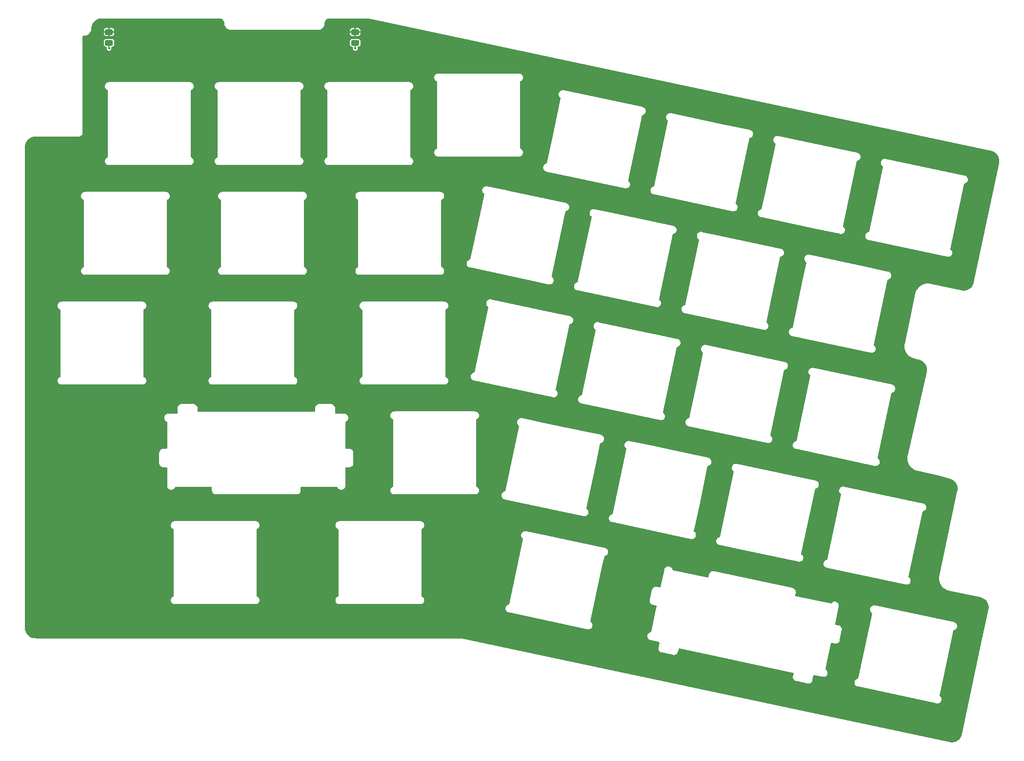
<source format=gtl>
G04 #@! TF.GenerationSoftware,KiCad,Pcbnew,(6.0.9)*
G04 #@! TF.CreationDate,2022-11-10T19:52:34+01:00*
G04 #@! TF.ProjectId,arisu,61726973-752e-46b6-9963-61645f706362,1.1*
G04 #@! TF.SameCoordinates,Original*
G04 #@! TF.FileFunction,Copper,L1,Top*
G04 #@! TF.FilePolarity,Positive*
%FSLAX46Y46*%
G04 Gerber Fmt 4.6, Leading zero omitted, Abs format (unit mm)*
G04 Created by KiCad (PCBNEW (6.0.9)) date 2022-11-10 19:52:34*
%MOMM*%
%LPD*%
G01*
G04 APERTURE LIST*
G04 Aperture macros list*
%AMRoundRect*
0 Rectangle with rounded corners*
0 $1 Rounding radius*
0 $2 $3 $4 $5 $6 $7 $8 $9 X,Y pos of 4 corners*
0 Add a 4 corners polygon primitive as box body*
4,1,4,$2,$3,$4,$5,$6,$7,$8,$9,$2,$3,0*
0 Add four circle primitives for the rounded corners*
1,1,$1+$1,$2,$3*
1,1,$1+$1,$4,$5*
1,1,$1+$1,$6,$7*
1,1,$1+$1,$8,$9*
0 Add four rect primitives between the rounded corners*
20,1,$1+$1,$2,$3,$4,$5,0*
20,1,$1+$1,$4,$5,$6,$7,0*
20,1,$1+$1,$6,$7,$8,$9,0*
20,1,$1+$1,$8,$9,$2,$3,0*%
G04 Aperture macros list end*
G04 #@! TA.AperFunction,SMDPad,CuDef*
%ADD10RoundRect,0.243750X-0.456250X0.243750X-0.456250X-0.243750X0.456250X-0.243750X0.456250X0.243750X0*%
G04 #@! TD*
G04 #@! TA.AperFunction,ViaPad*
%ADD11C,0.400000*%
G04 #@! TD*
G04 #@! TA.AperFunction,Conductor*
%ADD12C,0.200000*%
G04 #@! TD*
G04 APERTURE END LIST*
D10*
X69000000Y-214062500D03*
X69000000Y-215937500D03*
X26289997Y-214062500D03*
X26289997Y-215937500D03*
D11*
X69010003Y-216900000D03*
X26300000Y-216900000D03*
X26300000Y-212800000D03*
X69010003Y-212800000D03*
D12*
X69000000Y-215937500D02*
X69000000Y-216889997D01*
X26289997Y-215937500D02*
X26289997Y-216889997D01*
X26289997Y-216889997D02*
X26300000Y-216900000D01*
G04 #@! TA.AperFunction,Conductor*
G36*
X45480242Y-211702466D02*
G01*
X45485811Y-211702476D01*
X45499641Y-211705656D01*
X45513482Y-211702524D01*
X45514605Y-211702526D01*
X45526731Y-211703133D01*
X45581618Y-211708539D01*
X45643626Y-211714646D01*
X45667848Y-211719464D01*
X45794085Y-211757757D01*
X45816897Y-211767206D01*
X45863623Y-211792182D01*
X45933232Y-211829389D01*
X45953770Y-211843112D01*
X46055739Y-211926796D01*
X46073204Y-211944261D01*
X46156888Y-212046230D01*
X46170610Y-212066766D01*
X46176511Y-212077807D01*
X46232793Y-212183102D01*
X46242242Y-212205912D01*
X46280538Y-212332156D01*
X46285354Y-212356374D01*
X46296916Y-212473763D01*
X46297502Y-212485905D01*
X46294344Y-212499641D01*
X46296515Y-212509234D01*
X46310614Y-212688380D01*
X46311768Y-212693187D01*
X46311769Y-212693193D01*
X46338841Y-212805955D01*
X46354726Y-212872122D01*
X46356619Y-212876693D01*
X46356620Y-212876695D01*
X46421884Y-213034255D01*
X46427039Y-213046701D01*
X46525772Y-213207818D01*
X46528979Y-213211573D01*
X46528982Y-213211577D01*
X46602762Y-213297961D01*
X46648494Y-213351506D01*
X46652250Y-213354714D01*
X46788423Y-213471018D01*
X46788427Y-213471021D01*
X46792182Y-213474228D01*
X46953299Y-213572961D01*
X46957869Y-213574854D01*
X46957873Y-213574856D01*
X47021435Y-213601184D01*
X47127878Y-213645274D01*
X47191085Y-213660448D01*
X47306807Y-213688231D01*
X47306813Y-213688232D01*
X47311620Y-213689386D01*
X47480105Y-213702647D01*
X47485214Y-213703437D01*
X47485238Y-213703228D01*
X47492333Y-213704045D01*
X47499282Y-213705655D01*
X47500000Y-213705656D01*
X47508775Y-213703654D01*
X47536790Y-213700500D01*
X62462629Y-213700500D01*
X62491082Y-213703755D01*
X62492324Y-213704043D01*
X62492331Y-213704044D01*
X62499282Y-213705655D01*
X62500000Y-213705656D01*
X62506931Y-213704075D01*
X62514013Y-213703282D01*
X62514033Y-213703463D01*
X62518833Y-213702729D01*
X62688380Y-213689386D01*
X62693187Y-213688232D01*
X62693193Y-213688231D01*
X62808915Y-213660448D01*
X62872122Y-213645274D01*
X62978565Y-213601184D01*
X63042127Y-213574856D01*
X63042131Y-213574854D01*
X63046701Y-213572961D01*
X63207818Y-213474228D01*
X63211573Y-213471021D01*
X63211577Y-213471018D01*
X63347750Y-213354714D01*
X63351506Y-213351506D01*
X63397238Y-213297961D01*
X63471018Y-213211577D01*
X63471021Y-213211573D01*
X63474228Y-213207818D01*
X63572961Y-213046701D01*
X63578117Y-213034255D01*
X63643380Y-212876695D01*
X63643381Y-212876693D01*
X63645274Y-212872122D01*
X63661159Y-212805955D01*
X63688231Y-212693193D01*
X63688232Y-212693187D01*
X63689386Y-212688380D01*
X63702647Y-212519895D01*
X63703437Y-212514786D01*
X63703228Y-212514762D01*
X63704045Y-212507667D01*
X63705655Y-212500718D01*
X63705656Y-212500000D01*
X63704074Y-212493064D01*
X63704010Y-212492493D01*
X63703836Y-212466133D01*
X63714646Y-212356374D01*
X63719462Y-212332156D01*
X63757758Y-212205912D01*
X63767207Y-212183102D01*
X63823489Y-212077807D01*
X63829390Y-212066766D01*
X63843112Y-212046230D01*
X63926796Y-211944261D01*
X63944261Y-211926796D01*
X64046230Y-211843112D01*
X64066768Y-211829389D01*
X64136378Y-211792182D01*
X64183103Y-211767206D01*
X64205912Y-211757758D01*
X64332156Y-211719462D01*
X64356373Y-211714646D01*
X64381186Y-211712202D01*
X64473770Y-211703083D01*
X64485905Y-211702497D01*
X64499641Y-211705656D01*
X64513480Y-211702525D01*
X64518310Y-211702533D01*
X64536504Y-211700500D01*
X71325686Y-211700500D01*
X71351881Y-211703253D01*
X179343786Y-234655970D01*
X179360327Y-234661496D01*
X179365768Y-234662662D01*
X179378631Y-234668647D01*
X179392817Y-234668461D01*
X179406374Y-234671368D01*
X179414162Y-234673299D01*
X179598651Y-234725330D01*
X179614183Y-234730829D01*
X179714740Y-234774032D01*
X179815292Y-234817233D01*
X179829977Y-234824716D01*
X180018075Y-234936622D01*
X180031657Y-234945957D01*
X180203538Y-235081456D01*
X180215781Y-235092478D01*
X180329888Y-235209611D01*
X180368513Y-235249260D01*
X180379216Y-235261792D01*
X180510173Y-235437161D01*
X180519150Y-235450983D01*
X180626102Y-235641953D01*
X180633197Y-235656829D01*
X180639021Y-235671427D01*
X180710513Y-235850615D01*
X180714302Y-235860113D01*
X180719395Y-235875786D01*
X180773235Y-236087763D01*
X180773275Y-236087922D01*
X180776278Y-236104125D01*
X180783902Y-236168523D01*
X180802008Y-236321481D01*
X180802871Y-236337939D01*
X180800011Y-236556795D01*
X180798720Y-236573209D01*
X180771099Y-236763741D01*
X180769609Y-236772041D01*
X180767108Y-236783706D01*
X180761123Y-236796572D01*
X180761309Y-236810762D01*
X180760296Y-236815487D01*
X180758503Y-236833693D01*
X176369686Y-257481467D01*
X176366076Y-257498452D01*
X176360550Y-257514990D01*
X176359383Y-257520432D01*
X176353397Y-257533299D01*
X176353583Y-257547488D01*
X176350680Y-257561031D01*
X176348749Y-257568822D01*
X176334354Y-257619866D01*
X176297153Y-257751774D01*
X176296715Y-257753326D01*
X176291214Y-257768858D01*
X176227789Y-257916488D01*
X176204818Y-257969955D01*
X176197335Y-257984641D01*
X176085430Y-258172736D01*
X176076095Y-258186319D01*
X175940594Y-258358202D01*
X175929566Y-258370450D01*
X175772789Y-258523177D01*
X175760256Y-258533881D01*
X175584886Y-258664835D01*
X175571064Y-258673811D01*
X175380103Y-258780755D01*
X175365226Y-258787851D01*
X175161938Y-258868954D01*
X175146263Y-258874047D01*
X174934132Y-258927921D01*
X174917926Y-258930925D01*
X174809246Y-258943788D01*
X174700563Y-258956650D01*
X174684111Y-258957512D01*
X174570399Y-258956023D01*
X174465263Y-258954646D01*
X174448832Y-258953353D01*
X174294156Y-258930925D01*
X174257683Y-258925636D01*
X174249355Y-258924141D01*
X174238341Y-258921780D01*
X174225476Y-258915794D01*
X174211288Y-258915980D01*
X174206568Y-258914968D01*
X174188351Y-258913174D01*
X168880792Y-257785015D01*
X168853634Y-257775913D01*
X168852505Y-257775385D01*
X168852501Y-257775384D01*
X168846017Y-257772353D01*
X168845314Y-257772203D01*
X168838665Y-257772302D01*
X168834205Y-257771749D01*
X168581809Y-257733851D01*
X168492921Y-257731343D01*
X168319518Y-257726450D01*
X168319510Y-257726450D01*
X168315708Y-257726343D01*
X168102122Y-257746183D01*
X168054442Y-257750612D01*
X168054440Y-257750612D01*
X168050643Y-257750965D01*
X168046915Y-257751773D01*
X168046909Y-257751774D01*
X167809573Y-257803218D01*
X167790478Y-257807357D01*
X167539007Y-257894697D01*
X167299897Y-258011712D01*
X167296713Y-258013779D01*
X167296707Y-258013783D01*
X167079825Y-258154622D01*
X167079820Y-258154626D01*
X167076635Y-258156694D01*
X166872476Y-258327531D01*
X166869877Y-258330303D01*
X166869876Y-258330304D01*
X166717002Y-258493355D01*
X166690398Y-258521730D01*
X166688158Y-258524787D01*
X166688153Y-258524793D01*
X166681494Y-258533881D01*
X166533055Y-258736461D01*
X166531189Y-258739784D01*
X166531187Y-258739788D01*
X166408901Y-258957620D01*
X166402742Y-258968591D01*
X166301359Y-259214736D01*
X166300344Y-259218404D01*
X166300344Y-259218405D01*
X166233267Y-259460889D01*
X166232151Y-259464537D01*
X166229425Y-259470369D01*
X166229275Y-259471071D01*
X166229380Y-259478177D01*
X166229380Y-259478178D01*
X166229408Y-259480068D01*
X166226669Y-259508128D01*
X165695776Y-262005783D01*
X164402542Y-268089977D01*
X164402069Y-268092200D01*
X164392966Y-268119361D01*
X164389406Y-268126978D01*
X164389256Y-268127680D01*
X164389353Y-268134215D01*
X164388873Y-268138079D01*
X164350868Y-268391182D01*
X164343359Y-268657286D01*
X164367981Y-268922356D01*
X164368789Y-268926084D01*
X164368790Y-268926090D01*
X164388352Y-269016336D01*
X164424374Y-269182524D01*
X164425625Y-269186125D01*
X164425625Y-269186126D01*
X164493347Y-269381107D01*
X164511717Y-269433998D01*
X164628734Y-269673111D01*
X164773721Y-269896375D01*
X164944563Y-270100534D01*
X165039595Y-270189632D01*
X165135990Y-270280008D01*
X165135995Y-270280012D01*
X165138768Y-270282612D01*
X165141834Y-270284859D01*
X165141837Y-270284861D01*
X165350427Y-270437700D01*
X165350434Y-270437704D01*
X165353504Y-270439954D01*
X165585640Y-270570264D01*
X165589150Y-270571710D01*
X165589159Y-270571714D01*
X165828279Y-270670197D01*
X165828285Y-270670199D01*
X165831791Y-270671643D01*
X165927352Y-270698075D01*
X166077952Y-270739732D01*
X166081598Y-270740847D01*
X166087429Y-270743572D01*
X166088131Y-270743722D01*
X166095235Y-270743617D01*
X166095239Y-270743617D01*
X166097130Y-270743589D01*
X166125190Y-270746328D01*
X166382850Y-270801095D01*
X166786550Y-270886904D01*
X166803084Y-270892429D01*
X166808528Y-270893596D01*
X166821394Y-270899582D01*
X166835584Y-270899396D01*
X166849129Y-270902300D01*
X166856901Y-270904227D01*
X167001274Y-270944942D01*
X167041421Y-270956264D01*
X167056958Y-270961766D01*
X167258052Y-271048161D01*
X167272737Y-271055643D01*
X167393869Y-271127707D01*
X167415397Y-271140514D01*
X167460838Y-271167548D01*
X167474421Y-271176883D01*
X167646311Y-271312387D01*
X167658553Y-271323409D01*
X167811281Y-271480187D01*
X167821984Y-271492719D01*
X167952943Y-271668090D01*
X167961920Y-271681913D01*
X168068865Y-271872874D01*
X168075961Y-271887750D01*
X168157068Y-272091043D01*
X168162161Y-272106719D01*
X168216036Y-272318851D01*
X168219040Y-272335055D01*
X168229654Y-272424725D01*
X168238549Y-272499872D01*
X168244768Y-272552417D01*
X168245630Y-272568877D01*
X168242766Y-272787722D01*
X168241473Y-272804153D01*
X168213828Y-272994819D01*
X168212333Y-273003150D01*
X168209870Y-273014639D01*
X168203885Y-273027504D01*
X168204071Y-273041693D01*
X168202306Y-273049924D01*
X168200812Y-273063978D01*
X164891756Y-287532229D01*
X164883077Y-287557483D01*
X164878435Y-287567416D01*
X164878284Y-287568118D01*
X164878378Y-287574448D01*
X164878047Y-287577104D01*
X164839835Y-287831611D01*
X164839728Y-287835412D01*
X164832576Y-288089014D01*
X164832330Y-288097719D01*
X164832682Y-288101506D01*
X164832682Y-288101512D01*
X164855213Y-288344028D01*
X164856956Y-288362792D01*
X164857764Y-288366518D01*
X164857764Y-288366520D01*
X164879751Y-288467947D01*
X164913354Y-288622964D01*
X164925174Y-288656994D01*
X164996107Y-288861211D01*
X165000702Y-288874441D01*
X165117725Y-289113555D01*
X165119800Y-289116750D01*
X165119801Y-289116752D01*
X165137632Y-289144209D01*
X165262718Y-289336820D01*
X165265157Y-289339734D01*
X165265161Y-289339740D01*
X165387560Y-289486005D01*
X165433565Y-289540980D01*
X165508951Y-289611656D01*
X165624999Y-289720455D01*
X165625004Y-289720459D01*
X165627776Y-289723058D01*
X165842518Y-289880399D01*
X166074660Y-290010707D01*
X166078182Y-290012157D01*
X166078183Y-290012158D01*
X166138639Y-290037056D01*
X166320816Y-290112083D01*
X166324490Y-290113099D01*
X166324504Y-290113104D01*
X166567014Y-290180179D01*
X166570624Y-290181282D01*
X166576459Y-290184009D01*
X166577162Y-290184159D01*
X166584259Y-290184054D01*
X166591321Y-290184746D01*
X166591267Y-290185302D01*
X166612827Y-290187760D01*
X170322479Y-291103049D01*
X172106959Y-291543337D01*
X172129734Y-291551359D01*
X172129820Y-291551377D01*
X172142684Y-291557362D01*
X172156870Y-291557176D01*
X172170410Y-291560078D01*
X172178200Y-291562009D01*
X172311624Y-291599635D01*
X172362710Y-291614042D01*
X172378244Y-291619543D01*
X172579354Y-291705943D01*
X172594039Y-291713425D01*
X172782132Y-291825324D01*
X172795715Y-291834659D01*
X172967608Y-291970163D01*
X172979857Y-291981191D01*
X173132584Y-292137965D01*
X173143288Y-292150498D01*
X173274254Y-292325877D01*
X173283230Y-292339699D01*
X173353309Y-292464828D01*
X173390175Y-292530655D01*
X173397269Y-292545528D01*
X173467045Y-292720416D01*
X173478377Y-292748818D01*
X173483470Y-292764491D01*
X173537177Y-292975944D01*
X173537354Y-292976642D01*
X173540356Y-292992842D01*
X173557832Y-293140482D01*
X173566084Y-293210195D01*
X173566947Y-293226654D01*
X173564084Y-293445510D01*
X173562791Y-293461941D01*
X173535218Y-293652125D01*
X173533723Y-293660456D01*
X173531158Y-293672423D01*
X173525173Y-293685287D01*
X173525359Y-293699476D01*
X173524347Y-293704197D01*
X173522553Y-293722411D01*
X170437190Y-308237904D01*
X170408841Y-308371277D01*
X170399742Y-308398429D01*
X170396177Y-308406056D01*
X170396027Y-308406759D01*
X170396120Y-308413036D01*
X170395770Y-308415862D01*
X170357582Y-308670250D01*
X170356370Y-308713257D01*
X170351746Y-308877299D01*
X170350081Y-308936357D01*
X170350433Y-308940144D01*
X170350433Y-308940148D01*
X170357000Y-309010818D01*
X170374711Y-309201428D01*
X170383786Y-309243290D01*
X170423038Y-309424352D01*
X170431112Y-309461597D01*
X170518460Y-309713072D01*
X170635484Y-309952184D01*
X170637561Y-309955382D01*
X170637562Y-309955384D01*
X170652745Y-309978763D01*
X170780475Y-310175447D01*
X170782918Y-310178367D01*
X170782920Y-310178369D01*
X170922904Y-310345649D01*
X170951321Y-310379607D01*
X170954092Y-310382205D01*
X170954094Y-310382207D01*
X171142751Y-310559081D01*
X171142756Y-310559085D01*
X171145529Y-310561685D01*
X171197315Y-310599629D01*
X171261386Y-310646574D01*
X171360268Y-310719026D01*
X171592407Y-310849337D01*
X171595918Y-310850783D01*
X171835048Y-310949271D01*
X171835054Y-310949273D01*
X171838560Y-310950717D01*
X171901003Y-310967989D01*
X172084722Y-311018807D01*
X172088373Y-311019924D01*
X172094200Y-311022647D01*
X172094902Y-311022797D01*
X172102006Y-311022692D01*
X172102010Y-311022692D01*
X172103902Y-311022664D01*
X172131962Y-311025403D01*
X177488428Y-312163953D01*
X177504971Y-312169480D01*
X177510409Y-312170646D01*
X177523273Y-312176630D01*
X177537457Y-312176444D01*
X177551002Y-312179347D01*
X177558793Y-312181278D01*
X177743296Y-312233309D01*
X177758834Y-312238811D01*
X177959928Y-312325206D01*
X177974612Y-312332688D01*
X178162717Y-312444595D01*
X178176292Y-312453924D01*
X178348180Y-312589428D01*
X178360423Y-312600452D01*
X178513153Y-312757232D01*
X178523856Y-312769764D01*
X178628578Y-312910003D01*
X178654812Y-312945135D01*
X178663782Y-312958947D01*
X178770736Y-313149931D01*
X178777825Y-313164795D01*
X178858926Y-313368080D01*
X178864018Y-313383750D01*
X178917856Y-313595746D01*
X178917894Y-313595897D01*
X178920897Y-313612101D01*
X178945946Y-313823763D01*
X178946619Y-313829454D01*
X178947481Y-313845910D01*
X178946079Y-313952824D01*
X178944612Y-314064757D01*
X178943319Y-314081188D01*
X178915579Y-314272477D01*
X178914084Y-314280807D01*
X178911752Y-314291684D01*
X178905767Y-314304548D01*
X178905952Y-314318737D01*
X178904940Y-314323458D01*
X178903146Y-314341674D01*
X177750279Y-319765486D01*
X175451851Y-330578738D01*
X174323593Y-335886772D01*
X174318069Y-335903302D01*
X174316901Y-335908751D01*
X174310915Y-335921616D01*
X174311101Y-335935803D01*
X174308198Y-335949341D01*
X174306267Y-335957128D01*
X174254232Y-336141632D01*
X174248731Y-336157168D01*
X174162330Y-336358273D01*
X174154847Y-336372959D01*
X174042941Y-336561057D01*
X174033614Y-336574628D01*
X173924807Y-336712650D01*
X173898108Y-336746517D01*
X173887080Y-336758765D01*
X173730303Y-336911491D01*
X173717771Y-336922194D01*
X173542396Y-337053154D01*
X173528587Y-337062122D01*
X173369779Y-337151059D01*
X173337618Y-337169070D01*
X173322743Y-337176165D01*
X173221096Y-337216719D01*
X173119447Y-337257273D01*
X173103777Y-337262364D01*
X172997710Y-337289302D01*
X172891647Y-337316238D01*
X172875443Y-337319242D01*
X172852962Y-337321903D01*
X172658078Y-337344970D01*
X172641624Y-337345832D01*
X172497951Y-337343951D01*
X172422775Y-337342967D01*
X172406345Y-337341674D01*
X172373243Y-337336875D01*
X172215342Y-337313981D01*
X172207013Y-337312487D01*
X172195861Y-337310096D01*
X172182993Y-337304109D01*
X172168802Y-337304295D01*
X172164044Y-337303275D01*
X172145871Y-337301484D01*
X87534723Y-319304527D01*
X87532704Y-319304080D01*
X87518766Y-319300875D01*
X87518757Y-319300874D01*
X87512781Y-319299500D01*
X87511086Y-319299500D01*
X87509605Y-319299185D01*
X87489162Y-319299485D01*
X87489113Y-319299486D01*
X87487262Y-319299500D01*
X13537080Y-319299500D01*
X13519758Y-319297534D01*
X13514189Y-319297524D01*
X13500359Y-319294344D01*
X13486516Y-319297476D01*
X13472652Y-319297452D01*
X13464644Y-319297182D01*
X13332107Y-319288496D01*
X13273360Y-319284645D01*
X13257020Y-319282494D01*
X13042355Y-319239795D01*
X13026434Y-319235529D01*
X12819180Y-319165175D01*
X12803954Y-319158868D01*
X12607658Y-319062066D01*
X12593384Y-319053825D01*
X12417906Y-318936574D01*
X119700634Y-318936574D01*
X119701532Y-318943597D01*
X119715627Y-319053825D01*
X119720884Y-319094941D01*
X119723321Y-319101584D01*
X119767443Y-319221864D01*
X119775868Y-319244832D01*
X119779722Y-319250766D01*
X119814348Y-319304080D01*
X119862829Y-319378728D01*
X119977406Y-319489916D01*
X120113852Y-319572818D01*
X120120564Y-319575054D01*
X120258550Y-319621021D01*
X120258551Y-319621021D01*
X120258599Y-319621037D01*
X120264484Y-319623787D01*
X120265186Y-319623937D01*
X120272295Y-319623831D01*
X120272297Y-319623831D01*
X120274165Y-319623803D01*
X120302242Y-319626542D01*
X121710867Y-319925955D01*
X121773340Y-319959683D01*
X121807662Y-320021833D01*
X121807917Y-320075399D01*
X121640645Y-320862351D01*
X121631547Y-320889502D01*
X121630994Y-320890685D01*
X121630993Y-320890689D01*
X121627983Y-320897129D01*
X121627832Y-320897832D01*
X121627938Y-320904972D01*
X121627760Y-320906778D01*
X121627152Y-320919387D01*
X121614026Y-321036889D01*
X121625888Y-321175946D01*
X121627607Y-321181892D01*
X121662928Y-321304066D01*
X121662930Y-321304071D01*
X121664649Y-321310017D01*
X121728822Y-321433949D01*
X121815939Y-321542981D01*
X121820672Y-321546970D01*
X121914572Y-321626111D01*
X121922654Y-321632923D01*
X121928074Y-321635912D01*
X122039445Y-321697330D01*
X122039448Y-321697331D01*
X122044864Y-321700318D01*
X122156479Y-321735779D01*
X122168528Y-321740486D01*
X122170378Y-321741109D01*
X122176813Y-321744116D01*
X122177515Y-321744267D01*
X122184663Y-321744161D01*
X122184664Y-321744161D01*
X122186515Y-321744134D01*
X122214575Y-321746873D01*
X124129629Y-322153930D01*
X124156781Y-322163029D01*
X124164405Y-322166593D01*
X124165107Y-322166743D01*
X124172210Y-322166638D01*
X124173967Y-322166810D01*
X124186687Y-322167424D01*
X124304168Y-322180553D01*
X124310337Y-322180027D01*
X124310338Y-322180027D01*
X124338375Y-322177636D01*
X124443227Y-322168695D01*
X124577301Y-322129934D01*
X124582799Y-322127087D01*
X124582802Y-322127086D01*
X124695741Y-322068607D01*
X124695743Y-322068606D01*
X124701237Y-322065761D01*
X124706066Y-322061903D01*
X124706070Y-322061900D01*
X124805437Y-321982504D01*
X124805440Y-321982501D01*
X124810271Y-321978641D01*
X124900213Y-321871924D01*
X124967607Y-321749709D01*
X125003063Y-321638094D01*
X125007744Y-321626111D01*
X125008371Y-321624243D01*
X125011402Y-321617757D01*
X125011552Y-321617054D01*
X125011419Y-321608060D01*
X125014158Y-321579999D01*
X125102334Y-321165161D01*
X125136062Y-321102688D01*
X125198212Y-321068366D01*
X125251778Y-321068111D01*
X130429620Y-322168695D01*
X144863058Y-325236616D01*
X144985905Y-325262728D01*
X145048378Y-325296456D01*
X145082700Y-325358606D01*
X145082955Y-325412172D01*
X144994898Y-325826447D01*
X144985801Y-325853597D01*
X144982236Y-325861225D01*
X144982085Y-325861927D01*
X144982191Y-325869072D01*
X144981974Y-325871269D01*
X144981400Y-325883169D01*
X144968237Y-326000985D01*
X144980100Y-326140050D01*
X145018866Y-326274128D01*
X145083047Y-326398067D01*
X145170175Y-326507102D01*
X145276901Y-326597042D01*
X145399124Y-326664432D01*
X145405016Y-326666303D01*
X145405020Y-326666305D01*
X145510747Y-326699884D01*
X145522756Y-326704574D01*
X145524615Y-326705198D01*
X145531085Y-326708221D01*
X145531787Y-326708371D01*
X145538896Y-326708265D01*
X145538898Y-326708265D01*
X145540767Y-326708237D01*
X145568844Y-326710976D01*
X145678777Y-326734343D01*
X147483900Y-327118034D01*
X147511046Y-327127130D01*
X147512194Y-327127667D01*
X147512197Y-327127668D01*
X147518677Y-327130696D01*
X147519380Y-327130846D01*
X147526477Y-327130740D01*
X147528851Y-327130973D01*
X147540444Y-327131532D01*
X147606636Y-327138922D01*
X147652284Y-327144019D01*
X147652287Y-327144019D01*
X147658431Y-327144705D01*
X147664593Y-327144179D01*
X147664598Y-327144179D01*
X147791325Y-327133361D01*
X147791330Y-327133360D01*
X147797493Y-327132834D01*
X147848676Y-327118033D01*
X147925627Y-327095781D01*
X147925630Y-327095780D01*
X147931567Y-327094063D01*
X147937054Y-327091221D01*
X147937060Y-327091219D01*
X148050002Y-327032728D01*
X148050003Y-327032727D01*
X148055501Y-327029880D01*
X148106217Y-326989353D01*
X155662737Y-326989353D01*
X155663635Y-326996376D01*
X155680829Y-327130846D01*
X155682759Y-327145942D01*
X155737125Y-327294149D01*
X155823109Y-327426542D01*
X155936398Y-327536481D01*
X155942439Y-327540151D01*
X155942441Y-327540153D01*
X156030951Y-327593930D01*
X156071312Y-327618453D01*
X156213954Y-327665973D01*
X156213943Y-327666006D01*
X156214052Y-327666019D01*
X156220231Y-327668906D01*
X156220933Y-327669056D01*
X156229916Y-327668922D01*
X156257987Y-327671661D01*
X169665374Y-330521489D01*
X169875008Y-330566048D01*
X169902159Y-330575146D01*
X169903307Y-330575683D01*
X169903314Y-330575685D01*
X169909786Y-330578710D01*
X169910488Y-330578860D01*
X169917346Y-330578758D01*
X169917515Y-330578774D01*
X169917516Y-330578775D01*
X170023522Y-330589114D01*
X170067751Y-330593428D01*
X170074766Y-330592531D01*
X170074768Y-330592531D01*
X170126938Y-330585860D01*
X170224324Y-330573409D01*
X170372518Y-330519051D01*
X170504900Y-330433080D01*
X170614833Y-330319807D01*
X170696804Y-330184912D01*
X170746703Y-330035159D01*
X170762028Y-329878056D01*
X170742011Y-329721483D01*
X170687654Y-329573289D01*
X170680356Y-329562050D01*
X170605541Y-329446844D01*
X170601685Y-329440906D01*
X170488413Y-329330972D01*
X170469431Y-329319437D01*
X170421606Y-329266971D01*
X170409737Y-329196973D01*
X170411619Y-329185564D01*
X170745500Y-327614780D01*
X172796914Y-317963633D01*
X172830642Y-317901160D01*
X172892792Y-317866838D01*
X172904184Y-317864847D01*
X172919203Y-317862927D01*
X172926220Y-317862030D01*
X172994272Y-317837069D01*
X173067777Y-317810108D01*
X173067780Y-317810107D01*
X173074420Y-317807671D01*
X173206808Y-317721698D01*
X173211736Y-317716620D01*
X173211740Y-317716617D01*
X173311819Y-317613498D01*
X173311820Y-317613496D01*
X173316745Y-317608422D01*
X173334404Y-317579363D01*
X173367140Y-317525490D01*
X173398720Y-317473522D01*
X173435395Y-317363458D01*
X173446385Y-317330477D01*
X173446385Y-317330475D01*
X173448622Y-317323763D01*
X173449559Y-317314163D01*
X173463260Y-317173695D01*
X173463947Y-317166654D01*
X173443928Y-317010075D01*
X173439772Y-316998743D01*
X173392006Y-316868519D01*
X173389569Y-316861875D01*
X173303595Y-316729488D01*
X173190317Y-316619551D01*
X173055417Y-316537577D01*
X173048703Y-316535340D01*
X173048701Y-316535339D01*
X172912787Y-316490053D01*
X172912798Y-316490019D01*
X172912688Y-316490007D01*
X172906510Y-316487119D01*
X172905808Y-316486969D01*
X172898704Y-316487074D01*
X172898700Y-316487074D01*
X172896811Y-316487102D01*
X172868750Y-316484363D01*
X159251731Y-313589977D01*
X159224572Y-313580875D01*
X159223397Y-313580326D01*
X159223395Y-313580325D01*
X159216955Y-313577315D01*
X159216253Y-313577164D01*
X159209668Y-313577261D01*
X159058988Y-313562555D01*
X159051970Y-313563452D01*
X159051966Y-313563452D01*
X158969644Y-313573974D01*
X158902403Y-313582568D01*
X158895759Y-313585005D01*
X158895758Y-313585005D01*
X158868500Y-313595002D01*
X158754198Y-313636923D01*
X158748266Y-313640775D01*
X158748264Y-313640776D01*
X158627736Y-313719043D01*
X158627733Y-313719046D01*
X158621805Y-313722895D01*
X158601838Y-313743468D01*
X158523908Y-313823763D01*
X158511863Y-313836173D01*
X158429884Y-313971075D01*
X158379981Y-314120838D01*
X158364656Y-314277950D01*
X158384677Y-314434534D01*
X158439040Y-314582736D01*
X158480599Y-314646727D01*
X158506833Y-314687121D01*
X158525019Y-314715124D01*
X158530094Y-314720049D01*
X158633222Y-314820131D01*
X158633226Y-314820134D01*
X158638303Y-314825061D01*
X158657289Y-314836597D01*
X158705118Y-314889064D01*
X158716989Y-314959061D01*
X158715108Y-314970464D01*
X156376739Y-325971623D01*
X156329824Y-326192343D01*
X156296096Y-326254816D01*
X156233946Y-326289138D01*
X156222550Y-326291129D01*
X156207536Y-326293048D01*
X156207529Y-326293050D01*
X156200507Y-326293947D01*
X156193860Y-326296385D01*
X156193859Y-326296385D01*
X156058938Y-326345867D01*
X156052296Y-326348303D01*
X155919897Y-326434277D01*
X155809950Y-326547558D01*
X155727968Y-326682466D01*
X155678063Y-326832234D01*
X155677376Y-326839275D01*
X155677376Y-326839276D01*
X155667283Y-326942753D01*
X155662737Y-326989353D01*
X148106217Y-326989353D01*
X148164532Y-326942753D01*
X148254472Y-326836029D01*
X148260267Y-326825520D01*
X148318873Y-326719230D01*
X148321862Y-326713809D01*
X148323735Y-326707912D01*
X148323739Y-326707903D01*
X148357316Y-326602194D01*
X148361999Y-326590205D01*
X148362630Y-326588323D01*
X148365655Y-326581852D01*
X148365805Y-326581150D01*
X148365671Y-326572166D01*
X148368410Y-326544093D01*
X148368754Y-326542478D01*
X148535800Y-325756586D01*
X148569528Y-325694113D01*
X148631678Y-325659791D01*
X148685244Y-325659536D01*
X150093310Y-325958829D01*
X150120469Y-325967931D01*
X150121644Y-325968480D01*
X150121646Y-325968481D01*
X150128086Y-325971491D01*
X150128788Y-325971642D01*
X150134565Y-325971557D01*
X150287834Y-325986515D01*
X150294852Y-325985618D01*
X150294856Y-325985618D01*
X150428943Y-325968480D01*
X150446211Y-325966273D01*
X150596112Y-325911295D01*
X150730021Y-325824339D01*
X150841222Y-325709764D01*
X150887664Y-325633339D01*
X150920462Y-325579368D01*
X150920462Y-325579367D01*
X150924139Y-325573317D01*
X150974613Y-325421840D01*
X150990114Y-325262928D01*
X150982135Y-325200520D01*
X150970761Y-325111567D01*
X150970761Y-325111566D01*
X150969864Y-325104552D01*
X150934183Y-325007281D01*
X150917317Y-324961302D01*
X150917316Y-324961299D01*
X150914878Y-324954654D01*
X150905172Y-324939708D01*
X150893248Y-324921349D01*
X150827915Y-324820749D01*
X150713334Y-324709554D01*
X150691180Y-324696093D01*
X150643350Y-324643626D01*
X150631478Y-324573629D01*
X150633361Y-324562215D01*
X151563219Y-320187576D01*
X151567221Y-320168746D01*
X151600949Y-320106273D01*
X151663099Y-320071951D01*
X151716665Y-320071696D01*
X152205493Y-320175599D01*
X152232636Y-320184694D01*
X152240272Y-320188262D01*
X152240974Y-320188413D01*
X152248123Y-320188306D01*
X152249942Y-320188486D01*
X152262532Y-320189092D01*
X152373881Y-320201525D01*
X152373883Y-320201525D01*
X152380027Y-320202211D01*
X152519078Y-320190343D01*
X152525017Y-320188626D01*
X152525021Y-320188625D01*
X152598555Y-320167363D01*
X152653142Y-320151579D01*
X152658637Y-320148734D01*
X152658641Y-320148732D01*
X152771571Y-320090255D01*
X152777069Y-320087408D01*
X152886098Y-320000295D01*
X152976039Y-319893587D01*
X153043436Y-319771384D01*
X153078905Y-319659769D01*
X153083609Y-319647731D01*
X153084232Y-319645881D01*
X153087241Y-319639443D01*
X153087392Y-319638741D01*
X153087259Y-319629734D01*
X153089998Y-319601679D01*
X153097426Y-319566734D01*
X153444250Y-317935053D01*
X153453350Y-317907902D01*
X153456912Y-317900281D01*
X153457062Y-317899579D01*
X153456957Y-317892476D01*
X153457127Y-317890740D01*
X153457742Y-317877989D01*
X153470179Y-317766669D01*
X153470866Y-317760520D01*
X153463067Y-317669073D01*
X153459532Y-317627629D01*
X153459532Y-317627628D01*
X153459006Y-317621463D01*
X153420245Y-317487391D01*
X153415071Y-317477397D01*
X153358922Y-317368960D01*
X153358922Y-317368959D01*
X153356073Y-317363458D01*
X153329722Y-317330477D01*
X153272821Y-317259262D01*
X153272820Y-317259261D01*
X153268956Y-317254425D01*
X153264228Y-317250440D01*
X153264224Y-317250436D01*
X153166973Y-317168471D01*
X153166971Y-317168470D01*
X153162241Y-317164483D01*
X153153454Y-317159637D01*
X153045452Y-317100078D01*
X153040030Y-317097088D01*
X153034131Y-317095214D01*
X153034122Y-317095210D01*
X152928423Y-317061630D01*
X152916419Y-317056941D01*
X152914552Y-317056314D01*
X152908081Y-317053290D01*
X152907379Y-317053140D01*
X152900275Y-317053245D01*
X152900271Y-317053245D01*
X152898380Y-317053273D01*
X152870320Y-317050534D01*
X152523416Y-316976798D01*
X152380943Y-316946515D01*
X152318471Y-316912787D01*
X152284149Y-316850637D01*
X152283894Y-316797071D01*
X152386733Y-316313251D01*
X152915890Y-313823759D01*
X152924990Y-313796608D01*
X152928552Y-313788987D01*
X152928702Y-313788285D01*
X152928602Y-313781564D01*
X152943461Y-313629234D01*
X152942530Y-313621948D01*
X152933338Y-313550054D01*
X152923215Y-313470875D01*
X152868238Y-313320992D01*
X152856439Y-313302822D01*
X152785140Y-313193032D01*
X152781288Y-313187100D01*
X152776213Y-313182175D01*
X152776210Y-313182171D01*
X152671805Y-313080845D01*
X152671804Y-313080844D01*
X152666723Y-313075913D01*
X152530290Y-312993007D01*
X152523578Y-312990771D01*
X152523577Y-312990770D01*
X152471918Y-312973557D01*
X152378829Y-312942539D01*
X152371787Y-312941852D01*
X152333933Y-312938159D01*
X152219936Y-312927039D01*
X152212920Y-312927936D01*
X152212919Y-312927936D01*
X152166586Y-312933860D01*
X152061577Y-312947285D01*
X152054937Y-312949721D01*
X152054935Y-312949721D01*
X152047239Y-312952544D01*
X151911693Y-313002261D01*
X151777801Y-313089211D01*
X151772873Y-313094289D01*
X151772869Y-313094292D01*
X151693473Y-313176100D01*
X151666614Y-313203775D01*
X151653161Y-313225914D01*
X151600693Y-313273739D01*
X151530695Y-313285607D01*
X151519288Y-313283725D01*
X146209130Y-312155017D01*
X145486037Y-312001319D01*
X145423564Y-311967591D01*
X145389242Y-311905441D01*
X145388987Y-311851875D01*
X145477042Y-311437611D01*
X145486143Y-311410454D01*
X145486671Y-311409325D01*
X145486673Y-311409318D01*
X145489703Y-311402837D01*
X145489853Y-311402134D01*
X145489748Y-311395040D01*
X145489876Y-311393738D01*
X145490529Y-311380212D01*
X145503625Y-311263069D01*
X145500090Y-311221582D01*
X145492299Y-311130178D01*
X145491774Y-311124013D01*
X145453022Y-310989940D01*
X145450177Y-310984445D01*
X145450175Y-310984440D01*
X145391702Y-310871502D01*
X145388856Y-310866005D01*
X145328938Y-310791008D01*
X145305603Y-310761800D01*
X145305602Y-310761799D01*
X145301744Y-310756970D01*
X145195033Y-310667026D01*
X145072825Y-310599629D01*
X144961205Y-310564166D01*
X144949165Y-310559463D01*
X144947320Y-310558842D01*
X144940877Y-310555831D01*
X144940175Y-310555680D01*
X144933027Y-310555786D01*
X144933026Y-310555786D01*
X144931174Y-310555813D01*
X144903114Y-310553074D01*
X131310924Y-307663965D01*
X131283778Y-307654869D01*
X131282631Y-307654333D01*
X131276145Y-307651302D01*
X131275442Y-307651152D01*
X131268348Y-307651257D01*
X131266183Y-307651045D01*
X131254206Y-307650468D01*
X131218993Y-307646536D01*
X131142533Y-307637997D01*
X131142531Y-307637997D01*
X131136388Y-307637311D01*
X131090134Y-307641258D01*
X131003498Y-307648650D01*
X131003494Y-307648651D01*
X130997327Y-307649177D01*
X130991375Y-307650898D01*
X130946185Y-307663965D01*
X130863253Y-307687945D01*
X130739319Y-307752125D01*
X130630287Y-307839249D01*
X130540347Y-307945971D01*
X130537358Y-307951392D01*
X130484267Y-308047675D01*
X130472955Y-308068189D01*
X130471080Y-308074092D01*
X130471079Y-308074094D01*
X130437498Y-308179812D01*
X130432795Y-308191851D01*
X130432171Y-308193705D01*
X130429162Y-308200144D01*
X130429011Y-308200846D01*
X130429145Y-308209828D01*
X130426406Y-308237901D01*
X130389085Y-308413483D01*
X130338230Y-308652737D01*
X130304501Y-308715210D01*
X130242352Y-308749532D01*
X130188786Y-308749787D01*
X124155517Y-307467376D01*
X124093044Y-307433648D01*
X124058722Y-307371498D01*
X124056731Y-307360104D01*
X124054343Y-307341424D01*
X124053446Y-307334402D01*
X124030214Y-307271056D01*
X124000909Y-307191149D01*
X124000908Y-307191146D01*
X123998472Y-307184505D01*
X123994622Y-307178577D01*
X123994620Y-307178572D01*
X123915370Y-307056530D01*
X123915369Y-307056528D01*
X123911519Y-307050600D01*
X123796949Y-306939402D01*
X123660506Y-306856488D01*
X123653791Y-306854251D01*
X123653788Y-306854249D01*
X123515748Y-306808252D01*
X123515746Y-306808252D01*
X123509034Y-306806015D01*
X123501993Y-306805328D01*
X123501992Y-306805328D01*
X123357172Y-306791202D01*
X123357171Y-306791202D01*
X123350128Y-306790515D01*
X123343105Y-306791413D01*
X123198779Y-306809867D01*
X123198777Y-306809868D01*
X123191758Y-306810765D01*
X123185117Y-306813201D01*
X123048507Y-306863312D01*
X123048505Y-306863313D01*
X123041864Y-306865749D01*
X123035927Y-306869605D01*
X122913897Y-306948857D01*
X122913894Y-306948859D01*
X122907965Y-306952710D01*
X122903040Y-306957785D01*
X122801703Y-307062207D01*
X122801700Y-307062211D01*
X122796774Y-307067287D01*
X122793100Y-307073333D01*
X122793099Y-307073335D01*
X122717542Y-307197689D01*
X122717540Y-307197693D01*
X122713869Y-307203735D01*
X122711634Y-307210443D01*
X122711632Y-307210448D01*
X122665648Y-307348481D01*
X122665641Y-307348479D01*
X122665639Y-307348501D01*
X122662897Y-307354368D01*
X122662746Y-307355071D01*
X122662880Y-307364051D01*
X122660141Y-307392125D01*
X122031417Y-310350041D01*
X122028028Y-310365987D01*
X121994300Y-310428460D01*
X121932150Y-310462782D01*
X121878584Y-310463037D01*
X121389777Y-310359138D01*
X121362627Y-310350041D01*
X121362122Y-310349805D01*
X121354999Y-310346476D01*
X121354297Y-310346326D01*
X121347190Y-310346431D01*
X121345718Y-310346287D01*
X121332499Y-310345649D01*
X121280176Y-310339802D01*
X121215236Y-310332545D01*
X121181807Y-310335395D01*
X121082347Y-310343876D01*
X121082345Y-310343876D01*
X121076181Y-310344402D01*
X120942112Y-310383159D01*
X120936618Y-310386004D01*
X120936617Y-310386004D01*
X120823673Y-310444481D01*
X120823670Y-310444483D01*
X120818179Y-310447326D01*
X120709147Y-310534439D01*
X120619204Y-310641149D01*
X120551807Y-310763355D01*
X120517445Y-310871502D01*
X120516345Y-310874964D01*
X120511636Y-310887016D01*
X120511014Y-310888865D01*
X120508006Y-310895300D01*
X120507855Y-310896002D01*
X120507961Y-310903150D01*
X120507988Y-310905003D01*
X120505249Y-310933062D01*
X120404016Y-311409325D01*
X120152092Y-312594540D01*
X120150997Y-312599690D01*
X120141900Y-312626837D01*
X120138334Y-312634469D01*
X120138184Y-312635171D01*
X120138290Y-312642283D01*
X120138119Y-312644026D01*
X120137505Y-312656761D01*
X120125076Y-312768077D01*
X120124390Y-312774225D01*
X120136257Y-312913275D01*
X120175021Y-313047339D01*
X120239191Y-313171266D01*
X120243052Y-313176098D01*
X120243053Y-313176100D01*
X120321066Y-313273739D01*
X120326303Y-313280294D01*
X120335062Y-313287677D01*
X120428278Y-313366247D01*
X120428281Y-313366249D01*
X120433010Y-313370235D01*
X120438424Y-313373221D01*
X120438427Y-313373223D01*
X120549795Y-313434646D01*
X120555211Y-313437633D01*
X120561106Y-313439506D01*
X120561110Y-313439508D01*
X120666815Y-313473099D01*
X120678790Y-313477777D01*
X120680663Y-313478406D01*
X120687151Y-313481439D01*
X120687853Y-313481589D01*
X120696856Y-313481456D01*
X120724911Y-313484195D01*
X121114906Y-313567091D01*
X121214305Y-313588219D01*
X121276778Y-313621948D01*
X121311100Y-313684097D01*
X121311355Y-313737663D01*
X121167348Y-314415165D01*
X120447069Y-317803817D01*
X120377481Y-318131201D01*
X120343753Y-318193674D01*
X120281603Y-318227996D01*
X120270204Y-318229988D01*
X120244514Y-318233271D01*
X120094619Y-318288243D01*
X119960715Y-318375193D01*
X119955789Y-318380268D01*
X119955787Y-318380270D01*
X119936881Y-318399750D01*
X119849519Y-318489761D01*
X119845842Y-318495812D01*
X119781510Y-318601676D01*
X119766606Y-318626201D01*
X119764369Y-318632916D01*
X119764367Y-318632919D01*
X119742880Y-318697404D01*
X119716134Y-318777670D01*
X119715447Y-318784711D01*
X119715447Y-318784712D01*
X119701321Y-318929530D01*
X119700634Y-318936574D01*
X12417906Y-318936574D01*
X12411399Y-318932226D01*
X12398324Y-318922193D01*
X12329658Y-318861975D01*
X12233763Y-318777878D01*
X12222122Y-318766237D01*
X12077807Y-318601676D01*
X12067774Y-318588601D01*
X11946175Y-318406616D01*
X11937934Y-318392342D01*
X11841132Y-318196046D01*
X11834825Y-318180820D01*
X11764471Y-317973566D01*
X11760205Y-317957645D01*
X11717506Y-317742980D01*
X11715355Y-317726640D01*
X11702850Y-317535855D01*
X11703406Y-317513209D01*
X11704043Y-317507673D01*
X11705655Y-317500718D01*
X11705656Y-317500000D01*
X11703654Y-317491225D01*
X11700500Y-317463210D01*
X11700500Y-314117038D01*
X95103246Y-314117038D01*
X95123261Y-314273613D01*
X95177615Y-314421808D01*
X95263581Y-314554193D01*
X95268659Y-314559121D01*
X95268660Y-314559123D01*
X95294456Y-314584160D01*
X95376849Y-314664131D01*
X95511739Y-314746110D01*
X95518456Y-314748349D01*
X95654360Y-314793643D01*
X95654349Y-314793675D01*
X95654453Y-314793687D01*
X95660637Y-314796577D01*
X95661339Y-314796727D01*
X95668445Y-314796622D01*
X95668446Y-314796622D01*
X95670342Y-314796594D01*
X95698401Y-314799333D01*
X109315450Y-317693726D01*
X109342594Y-317702821D01*
X109350231Y-317706390D01*
X109350933Y-317706540D01*
X109357272Y-317706446D01*
X109357648Y-317706483D01*
X109357649Y-317706483D01*
X109501145Y-317720472D01*
X109501149Y-317720472D01*
X109508186Y-317721158D01*
X109664759Y-317701131D01*
X109671394Y-317698697D01*
X109671398Y-317698696D01*
X109754281Y-317668291D01*
X109812952Y-317646768D01*
X109818884Y-317642916D01*
X109818889Y-317642913D01*
X109939395Y-317564649D01*
X109939396Y-317564648D01*
X109945332Y-317560793D01*
X110055263Y-317447517D01*
X110137233Y-317312620D01*
X110183524Y-317173695D01*
X110184895Y-317169579D01*
X110184895Y-317169578D01*
X110187132Y-317162865D01*
X110202458Y-317005762D01*
X110182443Y-316849187D01*
X110128089Y-316700991D01*
X110060281Y-316596568D01*
X110045977Y-316574540D01*
X110042123Y-316568605D01*
X110013944Y-316541254D01*
X109933930Y-316463592D01*
X109933926Y-316463589D01*
X109928854Y-316458666D01*
X109922287Y-316454675D01*
X109909860Y-316447122D01*
X109862035Y-316394650D01*
X109850171Y-316324652D01*
X109852052Y-316313251D01*
X111964418Y-306375344D01*
X150306658Y-306375344D01*
X150326676Y-306531920D01*
X150381033Y-306680117D01*
X150467004Y-306812502D01*
X150472079Y-306817427D01*
X150472081Y-306817430D01*
X150575197Y-306917509D01*
X150580277Y-306922439D01*
X150586325Y-306926114D01*
X150586326Y-306926115D01*
X150638443Y-306957785D01*
X150715174Y-307004413D01*
X150839001Y-307045675D01*
X150857799Y-307051939D01*
X150857788Y-307051971D01*
X150857893Y-307051983D01*
X150864077Y-307054873D01*
X150864779Y-307055023D01*
X150871885Y-307054918D01*
X150871886Y-307054918D01*
X150873776Y-307054890D01*
X150901836Y-307057629D01*
X164518858Y-309952016D01*
X164546015Y-309961117D01*
X164547191Y-309961667D01*
X164547198Y-309961669D01*
X164553632Y-309964677D01*
X164554334Y-309964828D01*
X164560829Y-309964732D01*
X164604961Y-309969040D01*
X164704559Y-309978763D01*
X164704562Y-309978763D01*
X164711600Y-309979450D01*
X164868188Y-309959439D01*
X164874823Y-309957006D01*
X164874826Y-309957005D01*
X165009759Y-309907520D01*
X165009763Y-309907518D01*
X165016397Y-309905085D01*
X165108291Y-309845413D01*
X165142863Y-309822964D01*
X165142865Y-309822962D01*
X165148793Y-309819113D01*
X165258739Y-309705834D01*
X165340719Y-309570929D01*
X165343399Y-309562889D01*
X165388387Y-309427877D01*
X165388387Y-309427875D01*
X165390624Y-309421163D01*
X165405949Y-309264048D01*
X165397483Y-309197838D01*
X165386825Y-309114481D01*
X165386824Y-309114478D01*
X165385927Y-309107461D01*
X165331562Y-308959257D01*
X165245580Y-308826866D01*
X165132292Y-308716929D01*
X165113305Y-308705392D01*
X165065475Y-308652925D01*
X165053604Y-308582928D01*
X165055487Y-308571515D01*
X167440764Y-297349664D01*
X167474492Y-297287191D01*
X167536642Y-297252869D01*
X167548039Y-297250877D01*
X167563065Y-297248957D01*
X167563066Y-297248957D01*
X167570084Y-297248060D01*
X167718299Y-297193705D01*
X167850701Y-297107731D01*
X167868026Y-297089881D01*
X167955724Y-296999526D01*
X167955727Y-296999523D01*
X167960652Y-296994448D01*
X167964539Y-296988053D01*
X168030948Y-296878771D01*
X168042636Y-296859538D01*
X168092542Y-296709767D01*
X168107868Y-296552645D01*
X168087845Y-296396053D01*
X168033476Y-296247843D01*
X167947490Y-296115448D01*
X167834197Y-296005509D01*
X167699279Y-295923537D01*
X167556634Y-295876019D01*
X167556645Y-295875986D01*
X167556536Y-295875973D01*
X167550356Y-295873086D01*
X167549654Y-295872936D01*
X167542545Y-295873042D01*
X167542543Y-295873042D01*
X167540674Y-295873070D01*
X167512597Y-295870331D01*
X153895578Y-292975944D01*
X153868435Y-292966850D01*
X153860801Y-292963282D01*
X153860099Y-292963132D01*
X153853150Y-292963235D01*
X153853007Y-292963221D01*
X153709882Y-292949264D01*
X153702837Y-292948577D01*
X153624552Y-292958587D01*
X153553289Y-292967700D01*
X153553288Y-292967700D01*
X153546267Y-292968598D01*
X153497897Y-292986341D01*
X153404720Y-293020520D01*
X153404718Y-293020521D01*
X153398077Y-293022957D01*
X153392141Y-293026812D01*
X153392139Y-293026813D01*
X153360539Y-293047335D01*
X153265699Y-293108927D01*
X153155769Y-293222199D01*
X153152099Y-293228238D01*
X153152097Y-293228241D01*
X153097454Y-293318166D01*
X153073800Y-293357092D01*
X153023902Y-293506842D01*
X153008577Y-293663942D01*
X153028593Y-293820512D01*
X153031029Y-293827155D01*
X153031030Y-293827157D01*
X153080511Y-293962062D01*
X153082947Y-293968703D01*
X153168914Y-294101085D01*
X153173993Y-294106014D01*
X153173995Y-294106017D01*
X153277104Y-294206090D01*
X153277106Y-294206092D01*
X153282182Y-294211018D01*
X153288227Y-294214692D01*
X153288229Y-294214693D01*
X153301159Y-294222550D01*
X153348987Y-294275019D01*
X153360855Y-294345017D01*
X153358974Y-294356420D01*
X150982577Y-305536495D01*
X150973675Y-305578374D01*
X150939947Y-305640847D01*
X150877797Y-305675169D01*
X150866410Y-305677159D01*
X150851397Y-305679079D01*
X150851391Y-305679080D01*
X150844371Y-305679978D01*
X150696175Y-305734337D01*
X150563791Y-305820309D01*
X150453856Y-305933585D01*
X150412427Y-306001762D01*
X150386072Y-306045133D01*
X150371883Y-306068482D01*
X150369647Y-306075194D01*
X150369646Y-306075195D01*
X150369212Y-306076497D01*
X150321983Y-306218239D01*
X150306658Y-306375344D01*
X111964418Y-306375344D01*
X112237337Y-305091358D01*
X112271065Y-305028885D01*
X112333215Y-304994563D01*
X112344598Y-304992573D01*
X112359633Y-304990650D01*
X112366655Y-304989752D01*
X112514854Y-304935388D01*
X112647240Y-304849411D01*
X112698341Y-304796756D01*
X112752250Y-304741207D01*
X112752251Y-304741206D01*
X112757176Y-304736131D01*
X112839150Y-304601229D01*
X112843452Y-304588320D01*
X112863722Y-304527485D01*
X112889051Y-304451469D01*
X112904377Y-304294359D01*
X112901723Y-304273594D01*
X112885257Y-304144798D01*
X112884360Y-304137779D01*
X112881923Y-304131134D01*
X112832439Y-303996218D01*
X112832438Y-303996216D01*
X112830003Y-303989577D01*
X112744033Y-303857187D01*
X112630758Y-303747245D01*
X112624716Y-303743573D01*
X112501903Y-303668937D01*
X112501900Y-303668936D01*
X112495860Y-303665265D01*
X112489152Y-303663030D01*
X112489149Y-303663028D01*
X112353230Y-303617731D01*
X112353240Y-303617700D01*
X112353138Y-303617688D01*
X112346955Y-303614798D01*
X112346253Y-303614648D01*
X112339147Y-303614753D01*
X112339146Y-303614753D01*
X112337251Y-303614781D01*
X112309192Y-303612042D01*
X106675857Y-302414640D01*
X131672983Y-302414640D01*
X131692998Y-302571208D01*
X131747351Y-302719397D01*
X131833315Y-302851777D01*
X131946580Y-302961709D01*
X132003744Y-302996448D01*
X132075423Y-303040009D01*
X132075427Y-303040011D01*
X132081468Y-303043682D01*
X132088178Y-303045918D01*
X132224076Y-303091207D01*
X132224065Y-303091240D01*
X132224173Y-303091253D01*
X132230361Y-303094145D01*
X132231063Y-303094295D01*
X132238169Y-303094190D01*
X132238170Y-303094190D01*
X132240063Y-303094162D01*
X132268122Y-303096901D01*
X134959341Y-303668937D01*
X145885146Y-305991288D01*
X145912313Y-306000395D01*
X145919915Y-306003949D01*
X145920617Y-306004099D01*
X145926667Y-306004010D01*
X145952724Y-306006554D01*
X146070842Y-306018088D01*
X146070846Y-306018088D01*
X146077882Y-306018775D01*
X146234479Y-305998767D01*
X146382697Y-305944413D01*
X146515102Y-305858438D01*
X146555854Y-305816452D01*
X146620127Y-305750231D01*
X146625055Y-305745154D01*
X146707041Y-305610242D01*
X146756948Y-305460468D01*
X146772274Y-305303344D01*
X146752250Y-305146749D01*
X146697880Y-304998537D01*
X146611891Y-304866141D01*
X146595532Y-304850266D01*
X146503677Y-304761131D01*
X146503674Y-304761129D01*
X146498595Y-304756200D01*
X146492545Y-304752524D01*
X146492542Y-304752522D01*
X146479601Y-304744660D01*
X146431769Y-304692195D01*
X146419895Y-304622198D01*
X146421778Y-304610780D01*
X146422523Y-304607275D01*
X148807086Y-293388785D01*
X148840814Y-293326313D01*
X148902964Y-293291991D01*
X148914321Y-293290005D01*
X148936372Y-293287184D01*
X148960247Y-293278425D01*
X149077904Y-293235259D01*
X149077905Y-293235259D01*
X149084549Y-293232821D01*
X149090479Y-293228969D01*
X149090482Y-293228968D01*
X149210987Y-293150701D01*
X149210988Y-293150700D01*
X149216916Y-293146850D01*
X149326835Y-293033583D01*
X149388321Y-292932393D01*
X149405122Y-292904744D01*
X149405123Y-292904742D01*
X149408796Y-292898697D01*
X149411031Y-292891989D01*
X149411033Y-292891985D01*
X149456453Y-292755670D01*
X149456453Y-292755669D01*
X149458690Y-292748956D01*
X149474015Y-292591867D01*
X149454003Y-292435306D01*
X149399657Y-292287123D01*
X149313701Y-292154746D01*
X149200446Y-292044814D01*
X149093875Y-291980041D01*
X149071615Y-291966511D01*
X149071614Y-291966511D01*
X149065570Y-291962837D01*
X148922962Y-291915301D01*
X148922972Y-291915270D01*
X148922872Y-291915259D01*
X148916687Y-291912368D01*
X148915985Y-291912218D01*
X148908877Y-291912323D01*
X148908872Y-291912322D01*
X148906966Y-291912350D01*
X148878924Y-291909611D01*
X135261870Y-289015217D01*
X135234727Y-289006123D01*
X135227093Y-289002555D01*
X135226391Y-289002405D01*
X135220752Y-289002489D01*
X135220120Y-289002427D01*
X135220119Y-289002427D01*
X135076187Y-288988389D01*
X135076186Y-288988389D01*
X135069142Y-288987702D01*
X134912554Y-289007724D01*
X134764348Y-289062088D01*
X134758412Y-289065943D01*
X134637894Y-289144209D01*
X134637891Y-289144211D01*
X134631954Y-289148067D01*
X134627021Y-289153149D01*
X134627022Y-289153149D01*
X134576258Y-289205456D01*
X134522011Y-289261351D01*
X134518334Y-289267402D01*
X134459637Y-289363997D01*
X134440032Y-289396259D01*
X134437796Y-289402970D01*
X134437795Y-289402972D01*
X134425001Y-289441369D01*
X134390129Y-289546027D01*
X134389442Y-289553069D01*
X134386202Y-289586282D01*
X134374802Y-289703144D01*
X134394821Y-289859732D01*
X134449182Y-290007940D01*
X134502442Y-290089955D01*
X134530400Y-290133007D01*
X134535159Y-290140336D01*
X134648440Y-290250281D01*
X134654486Y-290253955D01*
X134667448Y-290261832D01*
X134715276Y-290314302D01*
X134727143Y-290384300D01*
X134725262Y-290395697D01*
X132339952Y-301617704D01*
X132306224Y-301680177D01*
X132244074Y-301714499D01*
X132232691Y-301716489D01*
X132210662Y-301719306D01*
X132062475Y-301773665D01*
X131930099Y-301859635D01*
X131893296Y-301897557D01*
X131828572Y-301964250D01*
X131820172Y-301972905D01*
X131816497Y-301978952D01*
X131816496Y-301978954D01*
X131768930Y-302057233D01*
X131738205Y-302107796D01*
X131735969Y-302114508D01*
X131735968Y-302114509D01*
X131735446Y-302116076D01*
X131688308Y-302257544D01*
X131672983Y-302414640D01*
X106675857Y-302414640D01*
X102338065Y-301492614D01*
X98692139Y-300717649D01*
X98664997Y-300708554D01*
X98657361Y-300704986D01*
X98656659Y-300704835D01*
X98649912Y-300704936D01*
X98585211Y-300698630D01*
X98506446Y-300690952D01*
X98506443Y-300690952D01*
X98499404Y-300690266D01*
X98384326Y-300704986D01*
X98360834Y-300707991D01*
X98342837Y-300710293D01*
X98336192Y-300712731D01*
X98336191Y-300712731D01*
X98285041Y-300731496D01*
X98194652Y-300764656D01*
X98062278Y-300850629D01*
X97952353Y-300963900D01*
X97870387Y-301098792D01*
X97820490Y-301248540D01*
X97805165Y-301405636D01*
X97806062Y-301412653D01*
X97806062Y-301412655D01*
X97817184Y-301499657D01*
X97825179Y-301562204D01*
X97827615Y-301568846D01*
X97827616Y-301568850D01*
X97845534Y-301617704D01*
X97879529Y-301710394D01*
X97965491Y-301842775D01*
X98078753Y-301952711D01*
X98084798Y-301956385D01*
X98097739Y-301964250D01*
X98145563Y-302016723D01*
X98157427Y-302086721D01*
X98155547Y-302098113D01*
X95771257Y-313315323D01*
X95770248Y-313320068D01*
X95736520Y-313382541D01*
X95674370Y-313416863D01*
X95662989Y-313418853D01*
X95647954Y-313420776D01*
X95647953Y-313420776D01*
X95640942Y-313421673D01*
X95634305Y-313424108D01*
X95634304Y-313424108D01*
X95605919Y-313434521D01*
X95492750Y-313476036D01*
X95486818Y-313479888D01*
X95486813Y-313479891D01*
X95410204Y-313529646D01*
X95360370Y-313562011D01*
X95250440Y-313675286D01*
X95246765Y-313681333D01*
X95246764Y-313681335D01*
X95181683Y-313788438D01*
X95168470Y-313810182D01*
X95166233Y-313816896D01*
X95166232Y-313816898D01*
X95159317Y-313837653D01*
X95118572Y-313959936D01*
X95103246Y-314117038D01*
X11700500Y-314117038D01*
X11700500Y-312667700D01*
X37009869Y-312667700D01*
X37010661Y-312674729D01*
X37026750Y-312817528D01*
X37026751Y-312817532D01*
X37027543Y-312824562D01*
X37029880Y-312831240D01*
X37029881Y-312831244D01*
X37034254Y-312843740D01*
X37079680Y-312973559D01*
X37083443Y-312979547D01*
X37083444Y-312979550D01*
X37100136Y-313006115D01*
X37163664Y-313107219D01*
X37275285Y-313218839D01*
X37408945Y-313302822D01*
X37557942Y-313354958D01*
X37564969Y-313355750D01*
X37564970Y-313355750D01*
X37707337Y-313371790D01*
X37707333Y-313371829D01*
X37707456Y-313371818D01*
X37714086Y-313373354D01*
X37714804Y-313373355D01*
X37721738Y-313371773D01*
X37721740Y-313371773D01*
X37722591Y-313371579D01*
X37723572Y-313371355D01*
X37751594Y-313368199D01*
X51672834Y-313368199D01*
X51701287Y-313371454D01*
X51702528Y-313371742D01*
X51702535Y-313371743D01*
X51709486Y-313373354D01*
X51710204Y-313373355D01*
X51716458Y-313371928D01*
X51716815Y-313371888D01*
X51716816Y-313371888D01*
X51860040Y-313355750D01*
X51860043Y-313355749D01*
X51867066Y-313354958D01*
X52016062Y-313302821D01*
X52107915Y-313245105D01*
X52143730Y-313222601D01*
X52143731Y-313222600D01*
X52149720Y-313218837D01*
X52261340Y-313107217D01*
X52281010Y-313075913D01*
X52341558Y-312979550D01*
X52345323Y-312973558D01*
X52397459Y-312824562D01*
X52398252Y-312817529D01*
X52414341Y-312674729D01*
X52415133Y-312667700D01*
X65584865Y-312667700D01*
X65585657Y-312674729D01*
X65597562Y-312780386D01*
X65602539Y-312824563D01*
X65654676Y-312973560D01*
X65658439Y-312979548D01*
X65658440Y-312979551D01*
X65734891Y-313101222D01*
X65738660Y-313107220D01*
X65850280Y-313218840D01*
X65856274Y-313222607D01*
X65856275Y-313222607D01*
X65977949Y-313299060D01*
X65977952Y-313299061D01*
X65983940Y-313302824D01*
X66132937Y-313354961D01*
X66139960Y-313355752D01*
X66139963Y-313355753D01*
X66282334Y-313371794D01*
X66282330Y-313371833D01*
X66282452Y-313371821D01*
X66289082Y-313373358D01*
X66289800Y-313373359D01*
X66298575Y-313371357D01*
X66326590Y-313368203D01*
X80247829Y-313368203D01*
X80276282Y-313371458D01*
X80277524Y-313371746D01*
X80277531Y-313371747D01*
X80284482Y-313373358D01*
X80285200Y-313373359D01*
X80291524Y-313371916D01*
X80291853Y-313371879D01*
X80291854Y-313371879D01*
X80435033Y-313355747D01*
X80435034Y-313355747D01*
X80442061Y-313354955D01*
X80591057Y-313302819D01*
X80713455Y-313225912D01*
X80718721Y-313222603D01*
X80718724Y-313222601D01*
X80724716Y-313218836D01*
X80836336Y-313107216D01*
X80853734Y-313079528D01*
X80916554Y-312979549D01*
X80920319Y-312973557D01*
X80972455Y-312824561D01*
X80990129Y-312667700D01*
X80972455Y-312510839D01*
X80920319Y-312361843D01*
X80836336Y-312228184D01*
X80724716Y-312116564D01*
X80718715Y-312112793D01*
X80597049Y-312036346D01*
X80591057Y-312032581D01*
X80570085Y-312025243D01*
X80512394Y-311983867D01*
X80486231Y-311917867D01*
X80485700Y-311906314D01*
X80485700Y-300433686D01*
X80505702Y-300365565D01*
X80559358Y-300319072D01*
X80570080Y-300314759D01*
X80591057Y-300307419D01*
X80597049Y-300303654D01*
X80718721Y-300227203D01*
X80718724Y-300227201D01*
X80724716Y-300223436D01*
X80836336Y-300111816D01*
X80840444Y-300105279D01*
X80916554Y-299984149D01*
X80920319Y-299978157D01*
X80972455Y-299829161D01*
X80990129Y-299672300D01*
X80972455Y-299515439D01*
X80920319Y-299366443D01*
X80836336Y-299232784D01*
X80724716Y-299121164D01*
X80718715Y-299117393D01*
X80597049Y-299040946D01*
X80591057Y-299037181D01*
X80442061Y-298985045D01*
X80292667Y-298968212D01*
X80292671Y-298968173D01*
X80292549Y-298968185D01*
X80285918Y-298966648D01*
X80285200Y-298966647D01*
X80276425Y-298968649D01*
X80248410Y-298971803D01*
X66327171Y-298971803D01*
X66298718Y-298968548D01*
X66297476Y-298968260D01*
X66297469Y-298968259D01*
X66290518Y-298966648D01*
X66289800Y-298966647D01*
X66283580Y-298968066D01*
X66283206Y-298968108D01*
X66283205Y-298968108D01*
X66139971Y-298984246D01*
X66139967Y-298984247D01*
X66132937Y-298985039D01*
X66126256Y-298987377D01*
X66126255Y-298987377D01*
X66126244Y-298987381D01*
X65983940Y-299037176D01*
X65977952Y-299040939D01*
X65977949Y-299040940D01*
X65907524Y-299085191D01*
X65850280Y-299121160D01*
X65738660Y-299232780D01*
X65734895Y-299238772D01*
X65734893Y-299238775D01*
X65734891Y-299238779D01*
X65654676Y-299366440D01*
X65602539Y-299515437D01*
X65601747Y-299522466D01*
X65601746Y-299522471D01*
X65586673Y-299656254D01*
X65584865Y-299672300D01*
X65585657Y-299679329D01*
X65595293Y-299764850D01*
X65602539Y-299829163D01*
X65654676Y-299978160D01*
X65658439Y-299984148D01*
X65658440Y-299984151D01*
X65734891Y-300105822D01*
X65738660Y-300111820D01*
X65850280Y-300223440D01*
X65856274Y-300227207D01*
X65856275Y-300227207D01*
X65977949Y-300303660D01*
X65977952Y-300303661D01*
X65983940Y-300307424D01*
X66004893Y-300314756D01*
X66004916Y-300314764D01*
X66062608Y-300356143D01*
X66088770Y-300422143D01*
X66089300Y-300433693D01*
X66089300Y-311906307D01*
X66069298Y-311974428D01*
X66015642Y-312020921D01*
X66004916Y-312025236D01*
X65983940Y-312032576D01*
X65977952Y-312036339D01*
X65977949Y-312036340D01*
X65856275Y-312112793D01*
X65850280Y-312116560D01*
X65738660Y-312228180D01*
X65734895Y-312234172D01*
X65734893Y-312234175D01*
X65660124Y-312353170D01*
X65654676Y-312361840D01*
X65602539Y-312510837D01*
X65601747Y-312517866D01*
X65601746Y-312517871D01*
X65593684Y-312589424D01*
X65584865Y-312667700D01*
X52415133Y-312667700D01*
X52406890Y-312594540D01*
X52398251Y-312517866D01*
X52398251Y-312517865D01*
X52397459Y-312510838D01*
X52345323Y-312361842D01*
X52339679Y-312352859D01*
X52265107Y-312234178D01*
X52265105Y-312234175D01*
X52261340Y-312228183D01*
X52149720Y-312116563D01*
X52016062Y-312032579D01*
X51995085Y-312025239D01*
X51937396Y-311983862D01*
X51911234Y-311917862D01*
X51910703Y-311906311D01*
X51910703Y-300433689D01*
X51930705Y-300365568D01*
X51984361Y-300319075D01*
X51995066Y-300314768D01*
X52016062Y-300307421D01*
X52149720Y-300223437D01*
X52261340Y-300111817D01*
X52345323Y-299978158D01*
X52397459Y-299829162D01*
X52398252Y-299822129D01*
X52414341Y-299679329D01*
X52415133Y-299672300D01*
X52398252Y-299522472D01*
X52398251Y-299522466D01*
X52398251Y-299522465D01*
X52397459Y-299515438D01*
X52345323Y-299366442D01*
X52261340Y-299232783D01*
X52149720Y-299121163D01*
X52016062Y-299037179D01*
X51867066Y-298985042D01*
X51860041Y-298984250D01*
X51860039Y-298984250D01*
X51717670Y-298968208D01*
X51717674Y-298968169D01*
X51717552Y-298968181D01*
X51710922Y-298966644D01*
X51710204Y-298966643D01*
X51703269Y-298968225D01*
X51703259Y-298968226D01*
X51701433Y-298968643D01*
X51673411Y-298971799D01*
X37752172Y-298971799D01*
X37723720Y-298968544D01*
X37715522Y-298966644D01*
X37714804Y-298966643D01*
X37708515Y-298968078D01*
X37630804Y-298976833D01*
X37564978Y-298984249D01*
X37564975Y-298984250D01*
X37557942Y-298985042D01*
X37551258Y-298987381D01*
X37551257Y-298987381D01*
X37501914Y-299004647D01*
X37408945Y-299037178D01*
X37275285Y-299121161D01*
X37163664Y-299232781D01*
X37079680Y-299366441D01*
X37057439Y-299430002D01*
X37029882Y-299508755D01*
X37027543Y-299515438D01*
X37026751Y-299522466D01*
X37026751Y-299522471D01*
X37009869Y-299672300D01*
X37010661Y-299679329D01*
X37026750Y-299822128D01*
X37026751Y-299822132D01*
X37027543Y-299829162D01*
X37029880Y-299835840D01*
X37029881Y-299835844D01*
X37034254Y-299848340D01*
X37079680Y-299978159D01*
X37083443Y-299984147D01*
X37083444Y-299984150D01*
X37100679Y-300011579D01*
X37163664Y-300111819D01*
X37275285Y-300223439D01*
X37408945Y-300307422D01*
X37429905Y-300314756D01*
X37429919Y-300314761D01*
X37487611Y-300356140D01*
X37513773Y-300422141D01*
X37514303Y-300433690D01*
X37514303Y-311906310D01*
X37494301Y-311974431D01*
X37440645Y-312020924D01*
X37429920Y-312025239D01*
X37408945Y-312032578D01*
X37275285Y-312116561D01*
X37163664Y-312228181D01*
X37134739Y-312274215D01*
X37085324Y-312352859D01*
X37079680Y-312361841D01*
X37057439Y-312425402D01*
X37029882Y-312504155D01*
X37027543Y-312510838D01*
X37026751Y-312517866D01*
X37026750Y-312517872D01*
X37018112Y-312594540D01*
X37009869Y-312667700D01*
X11700500Y-312667700D01*
X11700500Y-298453843D01*
X113039208Y-298453843D01*
X113040105Y-298460859D01*
X113040105Y-298460861D01*
X113053435Y-298565130D01*
X113059226Y-298610429D01*
X113113586Y-298758635D01*
X113199561Y-298891029D01*
X113312840Y-299000973D01*
X113318882Y-299004645D01*
X113318885Y-299004647D01*
X113441698Y-299079280D01*
X113447744Y-299082954D01*
X113454453Y-299085190D01*
X113454456Y-299085191D01*
X113590388Y-299130488D01*
X113590370Y-299130542D01*
X113590548Y-299130563D01*
X113596656Y-299133418D01*
X113597358Y-299133569D01*
X113605684Y-299133446D01*
X113606359Y-299133436D01*
X113634418Y-299136175D01*
X127251471Y-302030569D01*
X127278608Y-302039661D01*
X127279774Y-302040206D01*
X127279780Y-302040208D01*
X127286250Y-302043231D01*
X127286952Y-302043381D01*
X127293936Y-302043277D01*
X127444208Y-302057920D01*
X127564257Y-302042562D01*
X127593751Y-302038789D01*
X127593753Y-302038789D01*
X127600769Y-302037891D01*
X127748949Y-301983528D01*
X127754879Y-301979676D01*
X127754884Y-301979674D01*
X127875388Y-301901408D01*
X127875389Y-301901407D01*
X127881317Y-301897557D01*
X127991239Y-301784288D01*
X128073201Y-301649400D01*
X128075436Y-301642692D01*
X128075438Y-301642688D01*
X128120859Y-301506371D01*
X128120859Y-301506370D01*
X128123096Y-301499657D01*
X128138421Y-301342566D01*
X128118408Y-301186003D01*
X128113474Y-301172548D01*
X128066497Y-301044460D01*
X128064061Y-301037818D01*
X127978104Y-300905440D01*
X127864847Y-300795507D01*
X127858804Y-300791834D01*
X127858800Y-300791831D01*
X127845865Y-300783969D01*
X127798042Y-300731496D01*
X127786179Y-300661498D01*
X127788060Y-300650100D01*
X127850543Y-300356143D01*
X128659001Y-296552645D01*
X130173366Y-289428115D01*
X130207094Y-289365642D01*
X130269244Y-289331320D01*
X130280627Y-289329330D01*
X130302665Y-289326511D01*
X130450851Y-289272148D01*
X130583225Y-289186175D01*
X130693152Y-289072902D01*
X130775118Y-288938010D01*
X130777484Y-288930911D01*
X130795922Y-288875574D01*
X130825015Y-288788261D01*
X130840340Y-288631164D01*
X130828520Y-288538692D01*
X130821224Y-288481619D01*
X130821224Y-288481618D01*
X130820326Y-288474595D01*
X130765976Y-288326404D01*
X130680014Y-288194022D01*
X130607247Y-288123392D01*
X130571829Y-288089014D01*
X130571825Y-288089011D01*
X130566751Y-288084086D01*
X130431866Y-288002108D01*
X130425157Y-287999872D01*
X130425155Y-287999871D01*
X130289251Y-287954574D01*
X130289261Y-287954544D01*
X130289162Y-287954532D01*
X130282974Y-287951640D01*
X130282272Y-287951490D01*
X130273268Y-287951623D01*
X130245213Y-287948884D01*
X125038203Y-286842100D01*
X119953199Y-285761249D01*
X144950531Y-285761249D01*
X144970552Y-285917836D01*
X144972987Y-285924475D01*
X144972988Y-285924478D01*
X144982760Y-285951119D01*
X145024915Y-286066042D01*
X145110895Y-286198434D01*
X145115975Y-286203364D01*
X145204786Y-286289553D01*
X145224180Y-286308375D01*
X145359089Y-286390350D01*
X145415970Y-286409301D01*
X145501730Y-286437874D01*
X145501719Y-286437906D01*
X145501824Y-286437918D01*
X145508005Y-286440806D01*
X145508707Y-286440956D01*
X145517691Y-286440822D01*
X145545762Y-286443561D01*
X159131601Y-289331320D01*
X159162783Y-289337948D01*
X159189935Y-289347047D01*
X159197559Y-289350611D01*
X159198261Y-289350761D01*
X159205237Y-289350658D01*
X159355529Y-289365322D01*
X159362546Y-289364425D01*
X159362549Y-289364425D01*
X159433817Y-289355315D01*
X159512105Y-289345307D01*
X159518746Y-289342871D01*
X159518751Y-289342870D01*
X159592488Y-289315824D01*
X159660302Y-289290952D01*
X159666230Y-289287103D01*
X159666233Y-289287101D01*
X159786756Y-289208835D01*
X159786759Y-289208833D01*
X159792687Y-289204983D01*
X159797611Y-289199909D01*
X159797614Y-289199907D01*
X159897696Y-289096786D01*
X159897698Y-289096784D01*
X159902623Y-289091709D01*
X159910507Y-289078735D01*
X159980921Y-288962863D01*
X159980923Y-288962860D01*
X159984597Y-288956813D01*
X160034497Y-288807057D01*
X160036021Y-288791439D01*
X160049135Y-288656994D01*
X160049822Y-288649953D01*
X160029803Y-288493377D01*
X159975444Y-288345182D01*
X159971593Y-288339252D01*
X159971591Y-288339248D01*
X159907658Y-288240803D01*
X159889471Y-288212798D01*
X159776195Y-288102865D01*
X159757220Y-288091335D01*
X159709391Y-288038869D01*
X159697519Y-287968872D01*
X159699402Y-287957458D01*
X159701225Y-287948884D01*
X161078669Y-281468516D01*
X162084696Y-276735530D01*
X162118424Y-276673057D01*
X162180574Y-276638735D01*
X162191970Y-276636744D01*
X162206978Y-276634826D01*
X162206981Y-276634825D01*
X162214001Y-276633928D01*
X162362204Y-276579573D01*
X162494595Y-276493601D01*
X162604536Y-276380324D01*
X162608385Y-276373991D01*
X162682837Y-276251471D01*
X162686513Y-276245422D01*
X162736416Y-276095661D01*
X162751741Y-275938551D01*
X162731721Y-275781969D01*
X162677359Y-275633768D01*
X162591381Y-275501381D01*
X162478099Y-275391445D01*
X162414571Y-275352844D01*
X162349246Y-275313151D01*
X162349244Y-275313150D01*
X162343194Y-275309474D01*
X162200569Y-275261956D01*
X162200579Y-275261927D01*
X162200483Y-275261916D01*
X162194284Y-275259019D01*
X162193581Y-275258869D01*
X162184596Y-275259003D01*
X162156525Y-275256264D01*
X148539504Y-272361877D01*
X148512346Y-272352775D01*
X148511204Y-272352241D01*
X148511200Y-272352240D01*
X148504729Y-272349215D01*
X148504027Y-272349065D01*
X148497550Y-272349161D01*
X148497239Y-272349131D01*
X148497237Y-272349130D01*
X148355959Y-272335347D01*
X148346765Y-272334450D01*
X148339748Y-272335347D01*
X148339746Y-272335347D01*
X148243995Y-272347587D01*
X148190184Y-272354466D01*
X148141521Y-272372315D01*
X148048629Y-272406386D01*
X148048626Y-272406387D01*
X148041983Y-272408824D01*
X148036046Y-272412680D01*
X148036045Y-272412680D01*
X148035154Y-272413259D01*
X147909593Y-272494797D01*
X147904670Y-272499870D01*
X147904667Y-272499872D01*
X147868846Y-272536781D01*
X147799653Y-272608075D01*
X147795981Y-272614118D01*
X147795980Y-272614119D01*
X147759498Y-272674154D01*
X147717677Y-272742976D01*
X147667775Y-272892737D01*
X147652450Y-273049847D01*
X147653347Y-273056863D01*
X147653347Y-273056864D01*
X147669865Y-273186063D01*
X147672469Y-273206428D01*
X147726830Y-273354628D01*
X147730683Y-273360561D01*
X147730685Y-273360565D01*
X147754890Y-273397837D01*
X147812805Y-273487017D01*
X147926084Y-273596954D01*
X147932132Y-273600629D01*
X147945072Y-273608492D01*
X147992901Y-273660960D01*
X148004770Y-273730958D01*
X148002888Y-273742368D01*
X145617606Y-284964242D01*
X145583878Y-285026715D01*
X145521728Y-285061037D01*
X145510335Y-285063028D01*
X145495304Y-285064949D01*
X145495302Y-285064950D01*
X145488288Y-285065846D01*
X145340080Y-285120204D01*
X145207685Y-285206179D01*
X145175607Y-285239230D01*
X145103125Y-285313912D01*
X145097740Y-285319460D01*
X145015761Y-285454367D01*
X144965857Y-285604133D01*
X144950531Y-285761249D01*
X119953199Y-285761249D01*
X116628159Y-285054490D01*
X116601019Y-285045397D01*
X116593380Y-285041827D01*
X116592678Y-285041677D01*
X116586602Y-285041767D01*
X116435426Y-285027027D01*
X116278847Y-285047052D01*
X116130649Y-285101415D01*
X115998263Y-285187392D01*
X115888327Y-285300671D01*
X115884652Y-285306718D01*
X115884651Y-285306720D01*
X115825144Y-285404649D01*
X115806354Y-285435572D01*
X115756453Y-285585332D01*
X115741127Y-285742441D01*
X115742024Y-285749457D01*
X115742024Y-285749459D01*
X115755353Y-285853720D01*
X115761144Y-285899021D01*
X115815500Y-286047221D01*
X115819352Y-286053152D01*
X115819353Y-286053155D01*
X115834403Y-286076331D01*
X115901471Y-286179611D01*
X115906545Y-286184536D01*
X115906546Y-286184537D01*
X116009665Y-286284623D01*
X116009668Y-286284625D01*
X116014745Y-286289553D01*
X116020792Y-286293228D01*
X116020796Y-286293231D01*
X116033743Y-286301099D01*
X116081570Y-286353570D01*
X116093436Y-286423568D01*
X116091554Y-286434972D01*
X113706276Y-297656825D01*
X113672548Y-297719298D01*
X113610398Y-297753620D01*
X113599012Y-297755610D01*
X113597469Y-297755807D01*
X113576951Y-297758431D01*
X113428747Y-297812795D01*
X113296355Y-297898774D01*
X113186414Y-298012057D01*
X113182744Y-298018096D01*
X113182742Y-298018099D01*
X113135067Y-298096557D01*
X113104437Y-298146963D01*
X113102201Y-298153675D01*
X113102200Y-298153676D01*
X113096874Y-298169661D01*
X113054534Y-298296728D01*
X113039208Y-298453843D01*
X11700500Y-298453843D01*
X11700500Y-294493139D01*
X94405531Y-294493139D01*
X94425547Y-294649717D01*
X94479902Y-294797915D01*
X94565870Y-294930304D01*
X94570948Y-294935232D01*
X94570949Y-294935234D01*
X94674068Y-295035321D01*
X94674072Y-295035324D01*
X94679141Y-295040244D01*
X94685176Y-295043912D01*
X94685179Y-295043914D01*
X94771324Y-295096268D01*
X94814035Y-295122225D01*
X94820749Y-295124463D01*
X94820750Y-295124463D01*
X94956670Y-295169761D01*
X94956658Y-295169796D01*
X94956769Y-295169807D01*
X94962937Y-295172691D01*
X94963639Y-295172841D01*
X94972641Y-295172708D01*
X95000696Y-295175447D01*
X108617754Y-298069842D01*
X108644899Y-298078938D01*
X108652531Y-298082504D01*
X108653233Y-298082654D01*
X108659818Y-298082556D01*
X108660100Y-298082583D01*
X108660101Y-298082584D01*
X108803447Y-298096557D01*
X108803450Y-298096557D01*
X108810488Y-298097243D01*
X108967058Y-298077217D01*
X108979001Y-298072836D01*
X109108604Y-298025292D01*
X109115247Y-298022855D01*
X109224744Y-297951741D01*
X109241692Y-297940734D01*
X109241694Y-297940732D01*
X109247624Y-297936881D01*
X109357553Y-297823607D01*
X109420936Y-297719298D01*
X109435846Y-297694762D01*
X109435848Y-297694757D01*
X109439521Y-297688713D01*
X109489419Y-297538962D01*
X109504744Y-297381862D01*
X109492642Y-297287191D01*
X109485627Y-297232313D01*
X109485626Y-297232310D01*
X109484729Y-297225291D01*
X109474038Y-297196140D01*
X109440400Y-297104426D01*
X109430377Y-297077098D01*
X109416051Y-297055035D01*
X109348264Y-296950645D01*
X109348263Y-296950643D01*
X109344413Y-296944715D01*
X109325340Y-296926202D01*
X109236227Y-296839709D01*
X109231147Y-296834778D01*
X109225101Y-296831103D01*
X109225095Y-296831099D01*
X109212158Y-296823237D01*
X109164333Y-296770765D01*
X109152469Y-296700767D01*
X109154350Y-296689366D01*
X110810302Y-288898719D01*
X111539642Y-285467442D01*
X111573370Y-285404970D01*
X111635520Y-285370648D01*
X111646904Y-285368658D01*
X111661934Y-285366736D01*
X111661936Y-285366736D01*
X111668954Y-285365838D01*
X111675596Y-285363401D01*
X111675598Y-285363401D01*
X111776384Y-285326429D01*
X111817149Y-285311475D01*
X111914635Y-285248163D01*
X111943600Y-285229352D01*
X111943603Y-285229350D01*
X111949532Y-285225499D01*
X112041213Y-285131030D01*
X112054537Y-285117301D01*
X112054537Y-285117300D01*
X112059466Y-285112222D01*
X112063142Y-285106173D01*
X112137762Y-284983372D01*
X112137764Y-284983367D01*
X112141437Y-284977323D01*
X112191337Y-284827566D01*
X112206663Y-284670460D01*
X112186647Y-284513883D01*
X112149211Y-284411815D01*
X112134727Y-284372325D01*
X112134725Y-284372321D01*
X112132291Y-284365685D01*
X112046323Y-284233297D01*
X112026038Y-284213608D01*
X111952398Y-284142135D01*
X111933051Y-284123357D01*
X111798157Y-284041378D01*
X111655525Y-283993844D01*
X111655543Y-283993790D01*
X111655365Y-283993769D01*
X111649255Y-283990913D01*
X111648553Y-283990762D01*
X111640260Y-283990885D01*
X111639550Y-283990895D01*
X111611491Y-283988156D01*
X104529502Y-282482833D01*
X101319590Y-281800545D01*
X126316857Y-281800545D01*
X126336875Y-281957124D01*
X126391234Y-282105322D01*
X126477207Y-282237708D01*
X126482286Y-282242638D01*
X126482290Y-282242642D01*
X126566012Y-282323895D01*
X126590484Y-282347645D01*
X126596532Y-282351320D01*
X126719333Y-282425942D01*
X126719335Y-282425943D01*
X126725383Y-282429618D01*
X126732097Y-282431855D01*
X126868003Y-282477140D01*
X126867992Y-282477173D01*
X126868101Y-282477186D01*
X126874288Y-282480077D01*
X126874990Y-282480227D01*
X126882094Y-282480122D01*
X126882098Y-282480122D01*
X126883989Y-282480094D01*
X126912049Y-282482833D01*
X140529067Y-285377219D01*
X140556226Y-285386321D01*
X140557364Y-285386853D01*
X140557369Y-285386855D01*
X140563843Y-285389881D01*
X140564545Y-285390031D01*
X140571058Y-285389935D01*
X140721810Y-285404649D01*
X140728828Y-285403752D01*
X140728832Y-285403752D01*
X140811310Y-285393210D01*
X140878396Y-285384636D01*
X140891040Y-285379999D01*
X141019960Y-285332717D01*
X141026602Y-285330281D01*
X141158997Y-285244309D01*
X141268940Y-285131030D01*
X141311474Y-285061037D01*
X141347242Y-285002178D01*
X141347242Y-285002177D01*
X141350919Y-284996127D01*
X141353597Y-284988092D01*
X141398586Y-284853077D01*
X141398586Y-284853075D01*
X141400823Y-284846363D01*
X141402657Y-284827566D01*
X141415461Y-284696291D01*
X141416148Y-284689249D01*
X141396127Y-284532665D01*
X141383921Y-284499391D01*
X141344200Y-284391104D01*
X141344198Y-284391100D01*
X141341763Y-284384462D01*
X141255783Y-284252072D01*
X141239421Y-284236193D01*
X141147577Y-284147064D01*
X141147578Y-284147064D01*
X141142498Y-284142135D01*
X141123513Y-284130599D01*
X141075683Y-284078135D01*
X141063810Y-284008138D01*
X141065693Y-283996722D01*
X141066317Y-283993790D01*
X143450973Y-272774861D01*
X143484701Y-272712388D01*
X143546851Y-272678066D01*
X143558248Y-272676074D01*
X143559668Y-272675892D01*
X143580292Y-272673257D01*
X143728504Y-272618901D01*
X143734437Y-272615049D01*
X143734440Y-272615047D01*
X143854970Y-272536781D01*
X143854971Y-272536780D01*
X143860905Y-272532927D01*
X143970853Y-272419645D01*
X144022625Y-272334450D01*
X144049159Y-272290787D01*
X144049159Y-272290786D01*
X144052836Y-272284736D01*
X144102741Y-272134967D01*
X144105497Y-272106719D01*
X144117380Y-271984891D01*
X144117380Y-271984890D01*
X144118067Y-271977847D01*
X144115413Y-271957088D01*
X144098942Y-271828278D01*
X144098942Y-271828276D01*
X144098044Y-271821257D01*
X144085836Y-271787977D01*
X144046115Y-271679690D01*
X144046113Y-271679686D01*
X144043678Y-271673048D01*
X143957693Y-271540654D01*
X143844403Y-271430715D01*
X143776945Y-271389728D01*
X143715537Y-271352417D01*
X143715535Y-271352416D01*
X143709488Y-271348742D01*
X143566842Y-271301222D01*
X143566853Y-271301189D01*
X143566744Y-271301176D01*
X143560567Y-271298290D01*
X143559865Y-271298140D01*
X143552756Y-271298246D01*
X143552754Y-271298246D01*
X143550885Y-271298274D01*
X143522808Y-271295535D01*
X129905791Y-268401148D01*
X129878641Y-268392050D01*
X129877495Y-268391514D01*
X129877484Y-268391510D01*
X129871013Y-268388486D01*
X129870311Y-268388336D01*
X129863390Y-268388439D01*
X129713047Y-268373775D01*
X129706032Y-268374672D01*
X129706030Y-268374672D01*
X129606311Y-268387422D01*
X129556475Y-268393794D01*
X129549836Y-268396229D01*
X129549833Y-268396230D01*
X129414925Y-268445715D01*
X129414923Y-268445716D01*
X129408282Y-268448152D01*
X129402352Y-268452003D01*
X129402348Y-268452005D01*
X129281835Y-268530269D01*
X129281833Y-268530271D01*
X129275901Y-268534123D01*
X129270975Y-268539199D01*
X129270971Y-268539202D01*
X129238898Y-268572250D01*
X129165969Y-268647395D01*
X129162292Y-268653446D01*
X129102578Y-268751715D01*
X129083999Y-268782289D01*
X129034100Y-268932042D01*
X129018775Y-269089143D01*
X129019672Y-269096159D01*
X129019672Y-269096161D01*
X129030713Y-269182524D01*
X129038792Y-269245716D01*
X129093148Y-269393909D01*
X129179116Y-269526291D01*
X129218769Y-269564776D01*
X129270484Y-269614967D01*
X129292387Y-269636225D01*
X129298439Y-269639903D01*
X129298442Y-269639905D01*
X129311367Y-269647760D01*
X129359194Y-269700230D01*
X129371061Y-269770228D01*
X129369179Y-269781633D01*
X128317108Y-274731240D01*
X126985860Y-280994277D01*
X126983884Y-281003572D01*
X126950156Y-281066045D01*
X126888006Y-281100367D01*
X126876617Y-281102357D01*
X126854579Y-281105175D01*
X126847939Y-281107611D01*
X126847937Y-281107611D01*
X126713024Y-281157096D01*
X126713021Y-281157097D01*
X126706381Y-281159533D01*
X126700447Y-281163386D01*
X126700446Y-281163387D01*
X126670793Y-281182644D01*
X126573994Y-281245505D01*
X126569066Y-281250583D01*
X126569062Y-281250586D01*
X126475633Y-281346853D01*
X126464057Y-281358781D01*
X126460385Y-281364824D01*
X126460384Y-281364825D01*
X126422624Y-281426965D01*
X126382083Y-281493680D01*
X126332182Y-281643438D01*
X126331495Y-281650479D01*
X126331495Y-281650480D01*
X126329715Y-281668733D01*
X126316857Y-281800545D01*
X101319590Y-281800545D01*
X97994438Y-281093762D01*
X97967292Y-281084666D01*
X97966139Y-281084127D01*
X97959661Y-281081100D01*
X97958959Y-281080950D01*
X97952465Y-281081047D01*
X97952151Y-281081016D01*
X97952150Y-281081016D01*
X97808747Y-281067038D01*
X97808744Y-281067038D01*
X97801706Y-281066352D01*
X97681177Y-281081769D01*
X97652156Y-281085481D01*
X97652155Y-281085481D01*
X97645136Y-281086379D01*
X97496947Y-281140743D01*
X97491012Y-281144597D01*
X97491013Y-281144597D01*
X97370502Y-281222864D01*
X97370500Y-281222866D01*
X97364570Y-281226717D01*
X97254642Y-281339991D01*
X97216111Y-281403401D01*
X97176349Y-281468837D01*
X97176347Y-281468841D01*
X97172674Y-281474886D01*
X97170438Y-281481598D01*
X97170437Y-281481599D01*
X97164037Y-281500807D01*
X97122776Y-281624637D01*
X97107451Y-281781737D01*
X97127466Y-281938308D01*
X97129902Y-281944950D01*
X97129903Y-281944954D01*
X97146570Y-281990398D01*
X97181817Y-282086501D01*
X97267781Y-282218885D01*
X97272857Y-282223812D01*
X97272858Y-282223813D01*
X97375968Y-282323895D01*
X97375972Y-282323898D01*
X97381046Y-282328823D01*
X97387091Y-282332497D01*
X97387095Y-282332500D01*
X97400035Y-282340364D01*
X97447861Y-282392835D01*
X97459726Y-282462833D01*
X97457846Y-282474228D01*
X95073433Y-293692018D01*
X95072554Y-293696152D01*
X95038826Y-293758625D01*
X94976676Y-293792947D01*
X94965295Y-293794937D01*
X94950252Y-293796861D01*
X94950251Y-293796861D01*
X94943240Y-293797758D01*
X94936605Y-293800192D01*
X94936601Y-293800193D01*
X94881213Y-293820512D01*
X94795045Y-293852122D01*
X94777495Y-293863520D01*
X94668594Y-293934245D01*
X94668591Y-293934247D01*
X94662662Y-293938098D01*
X94552728Y-294051376D01*
X94549054Y-294057423D01*
X94549052Y-294057425D01*
X94474432Y-294180227D01*
X94474430Y-294180231D01*
X94470757Y-294186276D01*
X94468521Y-294192988D01*
X94468520Y-294192989D01*
X94462513Y-294211018D01*
X94420857Y-294336033D01*
X94405531Y-294493139D01*
X11700500Y-294493139D01*
X11700500Y-288898001D01*
X35001096Y-288898001D01*
X35002678Y-288904934D01*
X35002822Y-288906222D01*
X35005000Y-288919611D01*
X35016549Y-289036883D01*
X35018347Y-289042810D01*
X35018347Y-289042811D01*
X35051816Y-289153149D01*
X35057057Y-289170429D01*
X35122839Y-289293506D01*
X35126761Y-289298285D01*
X35126764Y-289298290D01*
X35169738Y-289350658D01*
X35211367Y-289401387D01*
X35319239Y-289489924D01*
X35324706Y-289492846D01*
X35324705Y-289492846D01*
X35436853Y-289552800D01*
X35436855Y-289552801D01*
X35442310Y-289555717D01*
X35575852Y-289596238D01*
X35582009Y-289596845D01*
X35692390Y-289607727D01*
X35705113Y-289609820D01*
X35707067Y-289610045D01*
X35714015Y-289611656D01*
X35714733Y-289611657D01*
X35723519Y-289609654D01*
X35751529Y-289606501D01*
X36251852Y-289606501D01*
X36319973Y-289626503D01*
X36366466Y-289680159D01*
X36377852Y-289732501D01*
X36377852Y-292772521D01*
X36375886Y-292789844D01*
X36375876Y-292795412D01*
X36372696Y-292809242D01*
X36373956Y-292814810D01*
X36378632Y-292856308D01*
X36389272Y-292950742D01*
X36391245Y-292968255D01*
X36393583Y-292974936D01*
X36393583Y-292974937D01*
X36411995Y-293027554D01*
X36443977Y-293118953D01*
X36447740Y-293124941D01*
X36447740Y-293124942D01*
X36523985Y-293246286D01*
X36528919Y-293254139D01*
X36641814Y-293367034D01*
X36647805Y-293370798D01*
X36647807Y-293370800D01*
X36760579Y-293441658D01*
X36777000Y-293451976D01*
X36927698Y-293504708D01*
X36934721Y-293505499D01*
X36934724Y-293505500D01*
X37079323Y-293521792D01*
X37086352Y-293522584D01*
X37093381Y-293521792D01*
X37237980Y-293505500D01*
X37237983Y-293505499D01*
X37245006Y-293504708D01*
X37395704Y-293451976D01*
X37412125Y-293441658D01*
X37524897Y-293370800D01*
X37524899Y-293370798D01*
X37530890Y-293367034D01*
X37643785Y-293254139D01*
X37648720Y-293246286D01*
X37715052Y-293140717D01*
X37728727Y-293118953D01*
X37737289Y-293094484D01*
X37778665Y-293036795D01*
X37844665Y-293010632D01*
X37856217Y-293010101D01*
X44024252Y-293010101D01*
X44092373Y-293030103D01*
X44138866Y-293083759D01*
X44150252Y-293136101D01*
X44150252Y-293559630D01*
X44146997Y-293588083D01*
X44146709Y-293589325D01*
X44146708Y-293589332D01*
X44145097Y-293596283D01*
X44145096Y-293597001D01*
X44146678Y-293603934D01*
X44146822Y-293605222D01*
X44149000Y-293618611D01*
X44160549Y-293735883D01*
X44162347Y-293741810D01*
X44162347Y-293741811D01*
X44198198Y-293860002D01*
X44201057Y-293869429D01*
X44266839Y-293992506D01*
X44270761Y-293997285D01*
X44270764Y-293997290D01*
X44315148Y-294051376D01*
X44355367Y-294100387D01*
X44360154Y-294104316D01*
X44360155Y-294104317D01*
X44378754Y-294119582D01*
X44463239Y-294188924D01*
X44468706Y-294191846D01*
X44468705Y-294191846D01*
X44580853Y-294251800D01*
X44580855Y-294251801D01*
X44586310Y-294254717D01*
X44719852Y-294295238D01*
X44726009Y-294295845D01*
X44836390Y-294306727D01*
X44849113Y-294308820D01*
X44851067Y-294309045D01*
X44858015Y-294310656D01*
X44858733Y-294310657D01*
X44867519Y-294308654D01*
X44895529Y-294305501D01*
X58791367Y-294305501D01*
X58819830Y-294308758D01*
X58821058Y-294309043D01*
X58821060Y-294309043D01*
X58828015Y-294310656D01*
X58828733Y-294310657D01*
X58835667Y-294309076D01*
X58836937Y-294308934D01*
X58850360Y-294306752D01*
X58961459Y-294295820D01*
X58961463Y-294295819D01*
X58967623Y-294295213D01*
X59101178Y-294254711D01*
X59111760Y-294249056D01*
X59218806Y-294191847D01*
X59218807Y-294191847D01*
X59224264Y-294188930D01*
X59229043Y-294185008D01*
X59229048Y-294185005D01*
X59327366Y-294104326D01*
X59327369Y-294104323D01*
X59332151Y-294100399D01*
X59420692Y-293992521D01*
X59486485Y-293869441D01*
X59527000Y-293735890D01*
X59529526Y-293710250D01*
X59534780Y-293656901D01*
X59538479Y-293619344D01*
X59538749Y-293617700D01*
X75097367Y-293617700D01*
X75098159Y-293624729D01*
X75105741Y-293692018D01*
X75115041Y-293774563D01*
X75167177Y-293923559D01*
X75170939Y-293929547D01*
X75170940Y-293929548D01*
X75222690Y-294011906D01*
X75251162Y-294057219D01*
X75362782Y-294168839D01*
X75368774Y-294172604D01*
X75368777Y-294172606D01*
X75429910Y-294211018D01*
X75496442Y-294252823D01*
X75612448Y-294293415D01*
X75638752Y-294302619D01*
X75645439Y-294304959D01*
X75652468Y-294305751D01*
X75794835Y-294321792D01*
X75794831Y-294321831D01*
X75794953Y-294321819D01*
X75801583Y-294323356D01*
X75802301Y-294323357D01*
X75811076Y-294321355D01*
X75839091Y-294318201D01*
X89760330Y-294318201D01*
X89788783Y-294321456D01*
X89790025Y-294321744D01*
X89790032Y-294321745D01*
X89796983Y-294323356D01*
X89797701Y-294323357D01*
X89803990Y-294321922D01*
X89852151Y-294316496D01*
X89947529Y-294305750D01*
X89947533Y-294305749D01*
X89954563Y-294304957D01*
X89961244Y-294302619D01*
X89961245Y-294302619D01*
X90040119Y-294275019D01*
X90103559Y-294252820D01*
X90109547Y-294249057D01*
X90109550Y-294249056D01*
X90231223Y-294172604D01*
X90231224Y-294172603D01*
X90237218Y-294168837D01*
X90348838Y-294057217D01*
X90355700Y-294046297D01*
X90429056Y-293929550D01*
X90429057Y-293929548D01*
X90432821Y-293923558D01*
X90484957Y-293774562D01*
X90490009Y-293729729D01*
X90501839Y-293624729D01*
X90502631Y-293617700D01*
X90484957Y-293460838D01*
X90432821Y-293311842D01*
X90348838Y-293178183D01*
X90237218Y-293066563D01*
X90192812Y-293038661D01*
X90109550Y-292986344D01*
X90109547Y-292986343D01*
X90103559Y-292982580D01*
X90082584Y-292975240D01*
X90024894Y-292933863D01*
X89998732Y-292867863D01*
X89998201Y-292856312D01*
X89998201Y-281383688D01*
X90018203Y-281315567D01*
X90071859Y-281269074D01*
X90082574Y-281264763D01*
X90103559Y-281257420D01*
X90109547Y-281253657D01*
X90109550Y-281253656D01*
X90231223Y-281177204D01*
X90231224Y-281177203D01*
X90237218Y-281173437D01*
X90348838Y-281061817D01*
X90352630Y-281055783D01*
X90429056Y-280934150D01*
X90429057Y-280934148D01*
X90432821Y-280928158D01*
X90484957Y-280779162D01*
X90502631Y-280622300D01*
X90493221Y-280538782D01*
X90485749Y-280472466D01*
X90485749Y-280472465D01*
X90484957Y-280465438D01*
X90432821Y-280316442D01*
X90419662Y-280295499D01*
X90352605Y-280188778D01*
X90352604Y-280188777D01*
X90348838Y-280182783D01*
X90237218Y-280071163D01*
X90181237Y-280035988D01*
X90109550Y-279990944D01*
X90109546Y-279990942D01*
X90103559Y-279987180D01*
X89954563Y-279935043D01*
X89947540Y-279934252D01*
X89947537Y-279934251D01*
X89805167Y-279918210D01*
X89805171Y-279918171D01*
X89805049Y-279918183D01*
X89798419Y-279916646D01*
X89797701Y-279916645D01*
X89788926Y-279918647D01*
X89760911Y-279921801D01*
X75839672Y-279921801D01*
X75811219Y-279918546D01*
X75809977Y-279918258D01*
X75809970Y-279918257D01*
X75803019Y-279916646D01*
X75802301Y-279916645D01*
X75796047Y-279918072D01*
X75795691Y-279918112D01*
X75795690Y-279918112D01*
X75652467Y-279934249D01*
X75652466Y-279934249D01*
X75645439Y-279935041D01*
X75496442Y-279987177D01*
X75362782Y-280071161D01*
X75251162Y-280182781D01*
X75247399Y-280188770D01*
X75247398Y-280188771D01*
X75173778Y-280305935D01*
X75167177Y-280316441D01*
X75115041Y-280465437D01*
X75097367Y-280622300D01*
X75098159Y-280629329D01*
X75110132Y-280735590D01*
X75115041Y-280779163D01*
X75167177Y-280928159D01*
X75170939Y-280934147D01*
X75170940Y-280934148D01*
X75233127Y-281033116D01*
X75251162Y-281061819D01*
X75362782Y-281173439D01*
X75368774Y-281177204D01*
X75368777Y-281177206D01*
X75490451Y-281253659D01*
X75490454Y-281253660D01*
X75496442Y-281257423D01*
X75503114Y-281259757D01*
X75503121Y-281259761D01*
X75517417Y-281264763D01*
X75575109Y-281306142D01*
X75601271Y-281372143D01*
X75601801Y-281383692D01*
X75601801Y-292856308D01*
X75581799Y-292924429D01*
X75528143Y-292970922D01*
X75517417Y-292975237D01*
X75503121Y-292980239D01*
X75503114Y-292980243D01*
X75496442Y-292982577D01*
X75490454Y-292986340D01*
X75490451Y-292986341D01*
X75368777Y-293062794D01*
X75362782Y-293066561D01*
X75251162Y-293178181D01*
X75247399Y-293184170D01*
X75247398Y-293184171D01*
X75170941Y-293305850D01*
X75167177Y-293311841D01*
X75115041Y-293460837D01*
X75114249Y-293467864D01*
X75114249Y-293467865D01*
X75109765Y-293507662D01*
X75097367Y-293617700D01*
X59538749Y-293617700D01*
X59540570Y-293606628D01*
X59540795Y-293604674D01*
X59542407Y-293597719D01*
X59542408Y-293597001D01*
X59540406Y-293588226D01*
X59537252Y-293560211D01*
X59537252Y-293136101D01*
X59557254Y-293067980D01*
X59610910Y-293021487D01*
X59663252Y-293010101D01*
X65831287Y-293010101D01*
X65899408Y-293030103D01*
X65945901Y-293083759D01*
X65950209Y-293094467D01*
X65958777Y-293118953D01*
X65972452Y-293140717D01*
X66038785Y-293246286D01*
X66043719Y-293254139D01*
X66156614Y-293367034D01*
X66162605Y-293370798D01*
X66162607Y-293370800D01*
X66275379Y-293441658D01*
X66291800Y-293451976D01*
X66442498Y-293504708D01*
X66449521Y-293505499D01*
X66449524Y-293505500D01*
X66594123Y-293521792D01*
X66601152Y-293522584D01*
X66608181Y-293521792D01*
X66752780Y-293505500D01*
X66752783Y-293505499D01*
X66759806Y-293504708D01*
X66910504Y-293451976D01*
X66926925Y-293441658D01*
X67039697Y-293370800D01*
X67039699Y-293370798D01*
X67045690Y-293367034D01*
X67158585Y-293254139D01*
X67163520Y-293246286D01*
X67239764Y-293124942D01*
X67239764Y-293124941D01*
X67243527Y-293118953D01*
X67275509Y-293027554D01*
X67293923Y-292974931D01*
X67296259Y-292968255D01*
X67298233Y-292950742D01*
X67313338Y-292816674D01*
X67313342Y-292816639D01*
X67314807Y-292810319D01*
X67314808Y-292809601D01*
X67312806Y-292800826D01*
X67309652Y-292772811D01*
X67309652Y-289732501D01*
X67329654Y-289664380D01*
X67383310Y-289617887D01*
X67435652Y-289606501D01*
X67935367Y-289606501D01*
X67963830Y-289609758D01*
X67965058Y-289610043D01*
X67965060Y-289610043D01*
X67972015Y-289611656D01*
X67972733Y-289611657D01*
X67979667Y-289610076D01*
X67980937Y-289609934D01*
X67994360Y-289607752D01*
X68105459Y-289596820D01*
X68105463Y-289596819D01*
X68111623Y-289596213D01*
X68245178Y-289555711D01*
X68267870Y-289543584D01*
X68362806Y-289492847D01*
X68362807Y-289492847D01*
X68368264Y-289489930D01*
X68373043Y-289486008D01*
X68373048Y-289486005D01*
X68471366Y-289405326D01*
X68471369Y-289405323D01*
X68476151Y-289401399D01*
X68564692Y-289293521D01*
X68630485Y-289170441D01*
X68671000Y-289036890D01*
X68674395Y-289002427D01*
X68678887Y-288956813D01*
X68682479Y-288920344D01*
X68684570Y-288907628D01*
X68684795Y-288905674D01*
X68686407Y-288898719D01*
X68686408Y-288898001D01*
X68684406Y-288889226D01*
X68681252Y-288861211D01*
X68681252Y-287157372D01*
X68684507Y-287128919D01*
X68684795Y-287127677D01*
X68684796Y-287127670D01*
X68686407Y-287120719D01*
X68686408Y-287120001D01*
X68684826Y-287113065D01*
X68684579Y-287110859D01*
X68682670Y-287099117D01*
X68682527Y-287097658D01*
X68671046Y-286981103D01*
X68630529Y-286847543D01*
X68619839Y-286827544D01*
X68567652Y-286729916D01*
X68567651Y-286729914D01*
X68564732Y-286724454D01*
X68476185Y-286616568D01*
X68368291Y-286528031D01*
X68362841Y-286525119D01*
X68362836Y-286525115D01*
X68250658Y-286465165D01*
X68245196Y-286462246D01*
X68239270Y-286460449D01*
X68239268Y-286460448D01*
X68174993Y-286440956D01*
X68111633Y-286421741D01*
X68043769Y-286415063D01*
X67995080Y-286410272D01*
X67982344Y-286408180D01*
X67980401Y-286407956D01*
X67973451Y-286406346D01*
X67972733Y-286406345D01*
X67963976Y-286408343D01*
X67935945Y-286411501D01*
X67435652Y-286411501D01*
X67367531Y-286391499D01*
X67321038Y-286337843D01*
X67309652Y-286285501D01*
X67309652Y-281793885D01*
X67329654Y-281725764D01*
X67383310Y-281679271D01*
X67394045Y-281674953D01*
X67394137Y-281674921D01*
X67397592Y-281673712D01*
X67411826Y-281668733D01*
X67411829Y-281668732D01*
X67418508Y-281666395D01*
X67424565Y-281662590D01*
X67547714Y-281585221D01*
X67553707Y-281581456D01*
X67558710Y-281576453D01*
X67558713Y-281576451D01*
X67638828Y-281496343D01*
X67666614Y-281468560D01*
X67682497Y-281443285D01*
X67747797Y-281339367D01*
X67751566Y-281333369D01*
X67804304Y-281182663D01*
X67822182Y-281024000D01*
X67804304Y-280865337D01*
X67751566Y-280714631D01*
X67727887Y-280676949D01*
X67670381Y-280585434D01*
X67670379Y-280585431D01*
X67666614Y-280579440D01*
X67597276Y-280510109D01*
X67558713Y-280471549D01*
X67558710Y-280471547D01*
X67553707Y-280466544D01*
X67467702Y-280412511D01*
X67424501Y-280385370D01*
X67424500Y-280385370D01*
X67418508Y-280381605D01*
X67411829Y-280379268D01*
X67411826Y-280379267D01*
X67274478Y-280331218D01*
X67274476Y-280331218D01*
X67267797Y-280328881D01*
X67260766Y-280328089D01*
X67260764Y-280328089D01*
X67213794Y-280322801D01*
X67116171Y-280311810D01*
X67109851Y-280310346D01*
X67109133Y-280310345D01*
X67100376Y-280312343D01*
X67072345Y-280315501D01*
X65632252Y-280315501D01*
X65564131Y-280295499D01*
X65517638Y-280241843D01*
X65506252Y-280189501D01*
X65506252Y-279384972D01*
X65509507Y-279356519D01*
X65509795Y-279355277D01*
X65509796Y-279355270D01*
X65511407Y-279348319D01*
X65511408Y-279347601D01*
X65509826Y-279340665D01*
X65509579Y-279338459D01*
X65507670Y-279326717D01*
X65507527Y-279325258D01*
X65496046Y-279208703D01*
X65455529Y-279075143D01*
X65444839Y-279055144D01*
X65392652Y-278957516D01*
X65392651Y-278957514D01*
X65389732Y-278952054D01*
X65301185Y-278844168D01*
X65193291Y-278755631D01*
X65187841Y-278752719D01*
X65187836Y-278752715D01*
X65075658Y-278692765D01*
X65070196Y-278689846D01*
X65064270Y-278688049D01*
X65064268Y-278688048D01*
X65021890Y-278675196D01*
X64936633Y-278649341D01*
X64868769Y-278642663D01*
X64820080Y-278637872D01*
X64807344Y-278635780D01*
X64805401Y-278635556D01*
X64798451Y-278633946D01*
X64797733Y-278633945D01*
X64788976Y-278635943D01*
X64760945Y-278639101D01*
X62803104Y-278639101D01*
X62774666Y-278635849D01*
X62766451Y-278633946D01*
X62765733Y-278633945D01*
X62758793Y-278635529D01*
X62756539Y-278635781D01*
X62744861Y-278637682D01*
X62687783Y-278643308D01*
X62632998Y-278648709D01*
X62632997Y-278648709D01*
X62626842Y-278649316D01*
X62620929Y-278651110D01*
X62620925Y-278651111D01*
X62499211Y-278688043D01*
X62493292Y-278689839D01*
X62487837Y-278692755D01*
X62487835Y-278692756D01*
X62375669Y-278752719D01*
X62375664Y-278752723D01*
X62370212Y-278755637D01*
X62365430Y-278759562D01*
X62267135Y-278840240D01*
X62262333Y-278844181D01*
X62258415Y-278848956D01*
X62258409Y-278848962D01*
X62190458Y-278931768D01*
X62173799Y-278952069D01*
X62108013Y-279075155D01*
X62106217Y-279081077D01*
X62069299Y-279202787D01*
X62069298Y-279202792D01*
X62067503Y-279208710D01*
X62066897Y-279214864D01*
X62066896Y-279214869D01*
X62056025Y-279325258D01*
X62053937Y-279337953D01*
X62053710Y-279339924D01*
X62052097Y-279346883D01*
X62052096Y-279347601D01*
X62054098Y-279356376D01*
X62057252Y-279384391D01*
X62057252Y-279808501D01*
X62037250Y-279876622D01*
X61983594Y-279923115D01*
X61931252Y-279934501D01*
X41756252Y-279934501D01*
X41688131Y-279914499D01*
X41641638Y-279860843D01*
X41630252Y-279808501D01*
X41630252Y-279384972D01*
X41633507Y-279356519D01*
X41633795Y-279355277D01*
X41633796Y-279355270D01*
X41635407Y-279348319D01*
X41635408Y-279347601D01*
X41633826Y-279340665D01*
X41633579Y-279338459D01*
X41631670Y-279326717D01*
X41631527Y-279325258D01*
X41620046Y-279208703D01*
X41579529Y-279075143D01*
X41568839Y-279055144D01*
X41516652Y-278957516D01*
X41516651Y-278957514D01*
X41513732Y-278952054D01*
X41425185Y-278844168D01*
X41317291Y-278755631D01*
X41311841Y-278752719D01*
X41311836Y-278752715D01*
X41199658Y-278692765D01*
X41194196Y-278689846D01*
X41188270Y-278688049D01*
X41188268Y-278688048D01*
X41145890Y-278675196D01*
X41060633Y-278649341D01*
X40992769Y-278642663D01*
X40944080Y-278637872D01*
X40931344Y-278635780D01*
X40929401Y-278635556D01*
X40922451Y-278633946D01*
X40921733Y-278633945D01*
X40912976Y-278635943D01*
X40884945Y-278639101D01*
X38927104Y-278639101D01*
X38898666Y-278635849D01*
X38890451Y-278633946D01*
X38889733Y-278633945D01*
X38882793Y-278635529D01*
X38880539Y-278635781D01*
X38868861Y-278637682D01*
X38811783Y-278643308D01*
X38756998Y-278648709D01*
X38756997Y-278648709D01*
X38750842Y-278649316D01*
X38744929Y-278651110D01*
X38744925Y-278651111D01*
X38623211Y-278688043D01*
X38617292Y-278689839D01*
X38611837Y-278692755D01*
X38611835Y-278692756D01*
X38499669Y-278752719D01*
X38499664Y-278752723D01*
X38494212Y-278755637D01*
X38489430Y-278759562D01*
X38391135Y-278840240D01*
X38386333Y-278844181D01*
X38382415Y-278848956D01*
X38382409Y-278848962D01*
X38314458Y-278931768D01*
X38297799Y-278952069D01*
X38232013Y-279075155D01*
X38230217Y-279081077D01*
X38193299Y-279202787D01*
X38193298Y-279202792D01*
X38191503Y-279208710D01*
X38190897Y-279214864D01*
X38190896Y-279214869D01*
X38180025Y-279325258D01*
X38177937Y-279337953D01*
X38177710Y-279339924D01*
X38176097Y-279346883D01*
X38176096Y-279347601D01*
X38178098Y-279356376D01*
X38181252Y-279384391D01*
X38181252Y-280189501D01*
X38161250Y-280257622D01*
X38107594Y-280304115D01*
X38055252Y-280315501D01*
X36615704Y-280315501D01*
X36587266Y-280312249D01*
X36579051Y-280310346D01*
X36578333Y-280310345D01*
X36572520Y-280311671D01*
X36571978Y-280311732D01*
X36426729Y-280328111D01*
X36426727Y-280328111D01*
X36419690Y-280328905D01*
X36269004Y-280381644D01*
X36133832Y-280466591D01*
X36090318Y-280510109D01*
X36025953Y-280574479D01*
X36025951Y-280574482D01*
X36020949Y-280579484D01*
X36017186Y-280585473D01*
X36017183Y-280585477D01*
X35993464Y-280623229D01*
X35936015Y-280714665D01*
X35883290Y-280865356D01*
X35865416Y-281024000D01*
X35883290Y-281182644D01*
X35936015Y-281333335D01*
X35955976Y-281365105D01*
X36017183Y-281462523D01*
X36017186Y-281462527D01*
X36020949Y-281468516D01*
X36025951Y-281473518D01*
X36025953Y-281473521D01*
X36061406Y-281508977D01*
X36133832Y-281581409D01*
X36269004Y-281666356D01*
X36293478Y-281674922D01*
X36351165Y-281716304D01*
X36377322Y-281782307D01*
X36377852Y-281793847D01*
X36377852Y-286285501D01*
X36357850Y-286353622D01*
X36304194Y-286400115D01*
X36251852Y-286411501D01*
X35752104Y-286411501D01*
X35723666Y-286408249D01*
X35715451Y-286406346D01*
X35714733Y-286406345D01*
X35707793Y-286407929D01*
X35705539Y-286408181D01*
X35693861Y-286410082D01*
X35636783Y-286415708D01*
X35581998Y-286421109D01*
X35581997Y-286421109D01*
X35575842Y-286421716D01*
X35569929Y-286423510D01*
X35569925Y-286423511D01*
X35503848Y-286443561D01*
X35442292Y-286462239D01*
X35436837Y-286465155D01*
X35436835Y-286465156D01*
X35324669Y-286525119D01*
X35324664Y-286525123D01*
X35319212Y-286528037D01*
X35314430Y-286531962D01*
X35216135Y-286612640D01*
X35211333Y-286616581D01*
X35207415Y-286621356D01*
X35207409Y-286621362D01*
X35141905Y-286701186D01*
X35122799Y-286724469D01*
X35057013Y-286847555D01*
X35055217Y-286853477D01*
X35018299Y-286975187D01*
X35018298Y-286975192D01*
X35016503Y-286981110D01*
X35015897Y-286987264D01*
X35015896Y-286987269D01*
X35005025Y-287097658D01*
X35002937Y-287110353D01*
X35002710Y-287112324D01*
X35001097Y-287119283D01*
X35001096Y-287120001D01*
X35003098Y-287128776D01*
X35006252Y-287156791D01*
X35006252Y-288860630D01*
X35002997Y-288889083D01*
X35002709Y-288890325D01*
X35002708Y-288890332D01*
X35001097Y-288897283D01*
X35001096Y-288898001D01*
X11700500Y-288898001D01*
X11700500Y-277839842D01*
X107683179Y-277839842D01*
X107703195Y-277996413D01*
X107757550Y-278144604D01*
X107843517Y-278276985D01*
X107848595Y-278281913D01*
X107848597Y-278281916D01*
X107951707Y-278381990D01*
X107951709Y-278381992D01*
X107956785Y-278386918D01*
X108091676Y-278468891D01*
X108098385Y-278471127D01*
X108098388Y-278471128D01*
X108234288Y-278516414D01*
X108234277Y-278516447D01*
X108234385Y-278516459D01*
X108240572Y-278519351D01*
X108241274Y-278519501D01*
X108248380Y-278519396D01*
X108248381Y-278519396D01*
X108250274Y-278519368D01*
X108278333Y-278522107D01*
X111537524Y-279214869D01*
X121895356Y-281416493D01*
X121922523Y-281425600D01*
X121930127Y-281429155D01*
X121930829Y-281429305D01*
X121936942Y-281429215D01*
X121937393Y-281429259D01*
X122081053Y-281443285D01*
X122081056Y-281443285D01*
X122088093Y-281443972D01*
X122244687Y-281423962D01*
X122300753Y-281403401D01*
X122386260Y-281372043D01*
X122386261Y-281372042D01*
X122392902Y-281369607D01*
X122454806Y-281329410D01*
X122519363Y-281287490D01*
X122519364Y-281287489D01*
X122525304Y-281283632D01*
X122601863Y-281204753D01*
X122630327Y-281175427D01*
X122630330Y-281175424D01*
X122635255Y-281170349D01*
X122650905Y-281144597D01*
X122713563Y-281041488D01*
X122717239Y-281035439D01*
X122751728Y-280931935D01*
X122764908Y-280892382D01*
X122764908Y-280892380D01*
X122767145Y-280885668D01*
X122776883Y-280785840D01*
X122781784Y-280735590D01*
X122781784Y-280735589D01*
X122782471Y-280728546D01*
X122777126Y-280686747D01*
X122763346Y-280578973D01*
X122763345Y-280578970D01*
X122762448Y-280571953D01*
X122723375Y-280465437D01*
X122710519Y-280430391D01*
X122710518Y-280430389D01*
X122708080Y-280423743D01*
X122680713Y-280381605D01*
X122625947Y-280297282D01*
X122622093Y-280291348D01*
X122553216Y-280224509D01*
X122513875Y-280186331D01*
X122513871Y-280186328D01*
X122508801Y-280181408D01*
X122489806Y-280169867D01*
X122441975Y-280117400D01*
X122430103Y-280047403D01*
X122431986Y-280035988D01*
X122441561Y-279990944D01*
X123206106Y-276394038D01*
X124817253Y-268814188D01*
X124850981Y-268751715D01*
X124913131Y-268717393D01*
X124924528Y-268715401D01*
X124939563Y-268713480D01*
X124939564Y-268713480D01*
X124946583Y-268712583D01*
X125094804Y-268658227D01*
X125227212Y-268572250D01*
X125337167Y-268458964D01*
X125419155Y-268324049D01*
X125469064Y-268174271D01*
X125472593Y-268138097D01*
X125483703Y-268024188D01*
X125483703Y-268024187D01*
X125484390Y-268017144D01*
X125464365Y-267860545D01*
X125409994Y-267712330D01*
X125406139Y-267706394D01*
X125327857Y-267585863D01*
X125327854Y-267585859D01*
X125324003Y-267579930D01*
X125210705Y-267469987D01*
X125075781Y-267388014D01*
X124933119Y-267340493D01*
X124933130Y-267340459D01*
X124933020Y-267340447D01*
X124926851Y-267337564D01*
X124926149Y-267337414D01*
X124919041Y-267337520D01*
X124919039Y-267337520D01*
X124917174Y-267337548D01*
X124889096Y-267334809D01*
X122215261Y-266766468D01*
X119255521Y-266137356D01*
X144252830Y-266137356D01*
X144272854Y-266293950D01*
X144327224Y-266442161D01*
X144331078Y-266448095D01*
X144331079Y-266448097D01*
X144409358Y-266568624D01*
X144409361Y-266568628D01*
X144413212Y-266574557D01*
X144526507Y-266684497D01*
X144661427Y-266766468D01*
X144668140Y-266768704D01*
X144668144Y-266768706D01*
X144804085Y-266813988D01*
X144804074Y-266814022D01*
X144804184Y-266814034D01*
X144810353Y-266816917D01*
X144811055Y-266817067D01*
X144818163Y-266816961D01*
X144818165Y-266816961D01*
X144820030Y-266816933D01*
X144848108Y-266819672D01*
X158465128Y-269714059D01*
X158492275Y-269723155D01*
X158499907Y-269726722D01*
X158500609Y-269726872D01*
X158507585Y-269726768D01*
X158657871Y-269741422D01*
X158814439Y-269721399D01*
X158888627Y-269694185D01*
X158955982Y-269669478D01*
X158955985Y-269669476D01*
X158962627Y-269667040D01*
X159095004Y-269581069D01*
X159204932Y-269467798D01*
X159248963Y-269395339D01*
X159283224Y-269338957D01*
X159283225Y-269338955D01*
X159286900Y-269332907D01*
X159336797Y-269183157D01*
X159352122Y-269026060D01*
X159340103Y-268932042D01*
X159333004Y-268876513D01*
X159333003Y-268876510D01*
X159332106Y-268869491D01*
X159277754Y-268721301D01*
X159272676Y-268713480D01*
X159195644Y-268594857D01*
X159191789Y-268588920D01*
X159078523Y-268478987D01*
X159072476Y-268475312D01*
X159072472Y-268475309D01*
X159059543Y-268467452D01*
X159011717Y-268414981D01*
X158999851Y-268344983D01*
X159001733Y-268333580D01*
X161387033Y-257111622D01*
X161420761Y-257049149D01*
X161482911Y-257014827D01*
X161494297Y-257012837D01*
X161495030Y-257012743D01*
X161516335Y-257010019D01*
X161522974Y-257007584D01*
X161522977Y-257007583D01*
X161657888Y-256958095D01*
X161664529Y-256955659D01*
X161796911Y-256869687D01*
X161857250Y-256807513D01*
X161901914Y-256761492D01*
X161901914Y-256761491D01*
X161906844Y-256756412D01*
X161935558Y-256709159D01*
X161985138Y-256627568D01*
X161985140Y-256627564D01*
X161988815Y-256621516D01*
X162038715Y-256471761D01*
X162054040Y-256314658D01*
X162034023Y-256158083D01*
X162002671Y-256072605D01*
X161982102Y-256016526D01*
X161982101Y-256016524D01*
X161979667Y-256009888D01*
X161893698Y-255877503D01*
X161831563Y-255817198D01*
X161785504Y-255772495D01*
X161785502Y-255772493D01*
X161780426Y-255767567D01*
X161645532Y-255685592D01*
X161638822Y-255683356D01*
X161638820Y-255683355D01*
X161502916Y-255638067D01*
X161502927Y-255638034D01*
X161502819Y-255638022D01*
X161496632Y-255635130D01*
X161495930Y-255634980D01*
X161488824Y-255635085D01*
X161488823Y-255635085D01*
X161486930Y-255635113D01*
X161458871Y-255632374D01*
X157337316Y-254756311D01*
X147841848Y-252737988D01*
X147814681Y-252728881D01*
X147807077Y-252725326D01*
X147806375Y-252725176D01*
X147799917Y-252725271D01*
X147761143Y-252721486D01*
X147656149Y-252711235D01*
X147656146Y-252711235D01*
X147649108Y-252710548D01*
X147492518Y-252730557D01*
X147344307Y-252784911D01*
X147307975Y-252808503D01*
X147217841Y-252867030D01*
X147217838Y-252867032D01*
X147211908Y-252870883D01*
X147101961Y-252984163D01*
X147098289Y-252990205D01*
X147098287Y-252990208D01*
X147038567Y-253088481D01*
X147019979Y-253119069D01*
X146970074Y-253268837D01*
X146954749Y-253425954D01*
X146955647Y-253432977D01*
X146971854Y-253559719D01*
X146974772Y-253582542D01*
X147029138Y-253730748D01*
X147115122Y-253863139D01*
X147120201Y-253868067D01*
X147120202Y-253868069D01*
X147149360Y-253896364D01*
X147228412Y-253973076D01*
X147234461Y-253976751D01*
X147234462Y-253976752D01*
X147247398Y-253984612D01*
X147295229Y-254037078D01*
X147307102Y-254107075D01*
X147305219Y-254118488D01*
X146745798Y-256750361D01*
X144919943Y-265340333D01*
X144886215Y-265402806D01*
X144824065Y-265437128D01*
X144812663Y-265439120D01*
X144807432Y-265439788D01*
X144790622Y-265441936D01*
X144783978Y-265444372D01*
X144783976Y-265444373D01*
X144649049Y-265493854D01*
X144649045Y-265493856D01*
X144642405Y-265496291D01*
X144636468Y-265500146D01*
X144625729Y-265507119D01*
X144510000Y-265582265D01*
X144505072Y-265587342D01*
X144505070Y-265587344D01*
X144404976Y-265690471D01*
X144404973Y-265690474D01*
X144400048Y-265695549D01*
X144396376Y-265701591D01*
X144396374Y-265701594D01*
X144357208Y-265766045D01*
X144318063Y-265830460D01*
X144268156Y-265980233D01*
X144252830Y-266137356D01*
X119255521Y-266137356D01*
X111272077Y-264440423D01*
X111244926Y-264431323D01*
X111237305Y-264427761D01*
X111236603Y-264427611D01*
X111231026Y-264427694D01*
X111079353Y-264412899D01*
X111072337Y-264413796D01*
X111072336Y-264413796D01*
X111001058Y-264422909D01*
X110922762Y-264432919D01*
X110774553Y-264487282D01*
X110642156Y-264573262D01*
X110637231Y-264578336D01*
X110637228Y-264578339D01*
X110539930Y-264678593D01*
X110532211Y-264686547D01*
X110528539Y-264692590D01*
X110528538Y-264692591D01*
X110468838Y-264790835D01*
X110450230Y-264821456D01*
X110400326Y-264971226D01*
X110384999Y-265128346D01*
X110405019Y-265284936D01*
X110407455Y-265291576D01*
X110407455Y-265291578D01*
X110438866Y-265377215D01*
X110459381Y-265433146D01*
X110463234Y-265439079D01*
X110463236Y-265439083D01*
X110503492Y-265501071D01*
X110545361Y-265565543D01*
X110658645Y-265675488D01*
X110668871Y-265681702D01*
X110677655Y-265687040D01*
X110725483Y-265739510D01*
X110737350Y-265809508D01*
X110735468Y-265820914D01*
X108350162Y-277042898D01*
X108316434Y-277105371D01*
X108254284Y-277139693D01*
X108242899Y-277141683D01*
X108231651Y-277143121D01*
X108220870Y-277144500D01*
X108214225Y-277146938D01*
X108214223Y-277146938D01*
X108124915Y-277179698D01*
X108072680Y-277198858D01*
X108066751Y-277202709D01*
X108066746Y-277202711D01*
X107985462Y-277255499D01*
X107940301Y-277284828D01*
X107830371Y-277398100D01*
X107826694Y-277404151D01*
X107753720Y-277524241D01*
X107748402Y-277532992D01*
X107698504Y-277682743D01*
X107683179Y-277839842D01*
X11700500Y-277839842D01*
X11700500Y-274567700D01*
X17359868Y-274567700D01*
X17377542Y-274724562D01*
X17429678Y-274873559D01*
X17513662Y-275007218D01*
X17625282Y-275118838D01*
X17758941Y-275202822D01*
X17907938Y-275254958D01*
X17914967Y-275255750D01*
X18057334Y-275271791D01*
X18057330Y-275271830D01*
X18057452Y-275271818D01*
X18064082Y-275273355D01*
X18064800Y-275273356D01*
X18073575Y-275271354D01*
X18101590Y-275268200D01*
X32022829Y-275268200D01*
X32051282Y-275271455D01*
X32052524Y-275271743D01*
X32052531Y-275271744D01*
X32059482Y-275273355D01*
X32060200Y-275273356D01*
X32066472Y-275271925D01*
X32066821Y-275271886D01*
X32066822Y-275271886D01*
X32210034Y-275255750D01*
X32210035Y-275255750D01*
X32217062Y-275254958D01*
X32366059Y-275202822D01*
X32499718Y-275118838D01*
X32611338Y-275007218D01*
X32695322Y-274873559D01*
X32747458Y-274724562D01*
X32765132Y-274567700D01*
X43553567Y-274567700D01*
X43571243Y-274724572D01*
X43623386Y-274873576D01*
X43627155Y-274879574D01*
X43703597Y-275001222D01*
X43707379Y-275007241D01*
X43763182Y-275063039D01*
X43814010Y-275113862D01*
X43814013Y-275113864D01*
X43819012Y-275118863D01*
X43952685Y-275202844D01*
X43959371Y-275205183D01*
X44095010Y-275252634D01*
X44095012Y-275252635D01*
X44101694Y-275254972D01*
X44108727Y-275255764D01*
X44108728Y-275255764D01*
X44251101Y-275271792D01*
X44251096Y-275271833D01*
X44251226Y-275271821D01*
X44257850Y-275273356D01*
X44258568Y-275273357D01*
X44267323Y-275271359D01*
X44295357Y-275268201D01*
X58216593Y-275268201D01*
X58245032Y-275271452D01*
X58253250Y-275273356D01*
X58253968Y-275273357D01*
X58260256Y-275271922D01*
X58261046Y-275271833D01*
X58270789Y-275270734D01*
X58410818Y-275254944D01*
X58559802Y-275202800D01*
X58565790Y-275199037D01*
X58565794Y-275199035D01*
X58687457Y-275122578D01*
X58693448Y-275118813D01*
X58805055Y-275007195D01*
X58889029Y-274873541D01*
X58941159Y-274724552D01*
X58958831Y-274567700D01*
X69747367Y-274567700D01*
X69765041Y-274724563D01*
X69817177Y-274873559D01*
X69820939Y-274879547D01*
X69820940Y-274879548D01*
X69820957Y-274879574D01*
X69901162Y-275007219D01*
X70012782Y-275118839D01*
X70146442Y-275202823D01*
X70269479Y-275245875D01*
X70288752Y-275252619D01*
X70295439Y-275254959D01*
X70302468Y-275255751D01*
X70444835Y-275271792D01*
X70444831Y-275271831D01*
X70444953Y-275271819D01*
X70451583Y-275273356D01*
X70452301Y-275273357D01*
X70461076Y-275271355D01*
X70489091Y-275268201D01*
X84410330Y-275268201D01*
X84438783Y-275271456D01*
X84440025Y-275271744D01*
X84440032Y-275271745D01*
X84446983Y-275273356D01*
X84447701Y-275273357D01*
X84453990Y-275271922D01*
X84502151Y-275266496D01*
X84597529Y-275255750D01*
X84597533Y-275255749D01*
X84604563Y-275254957D01*
X84611244Y-275252619D01*
X84611245Y-275252619D01*
X84651223Y-275238630D01*
X84753559Y-275202820D01*
X84759547Y-275199057D01*
X84759550Y-275199056D01*
X84881223Y-275122604D01*
X84881224Y-275122603D01*
X84887218Y-275118837D01*
X84998838Y-275007217D01*
X85082821Y-274873558D01*
X85134957Y-274724562D01*
X85152631Y-274567700D01*
X85136686Y-274426182D01*
X85135749Y-274417866D01*
X85135748Y-274417860D01*
X85134957Y-274410838D01*
X85082821Y-274261842D01*
X85016648Y-274156527D01*
X85002605Y-274134178D01*
X85002604Y-274134177D01*
X84998838Y-274128183D01*
X84887218Y-274016563D01*
X84759583Y-273936365D01*
X84759550Y-273936344D01*
X84759546Y-273936342D01*
X84753559Y-273932580D01*
X84732584Y-273925240D01*
X84674894Y-273883863D01*
X84672984Y-273879045D01*
X89049404Y-273879045D01*
X89050301Y-273886061D01*
X89050301Y-273886063D01*
X89056729Y-273936341D01*
X89069423Y-274035633D01*
X89071859Y-274042274D01*
X89120676Y-274175365D01*
X89123785Y-274183842D01*
X89209763Y-274316237D01*
X89214838Y-274321162D01*
X89214840Y-274321165D01*
X89314488Y-274417877D01*
X89323045Y-274426182D01*
X89329093Y-274429857D01*
X89329094Y-274429858D01*
X89403628Y-274475150D01*
X89457953Y-274508162D01*
X89600597Y-274555694D01*
X89600588Y-274555722D01*
X89600679Y-274555732D01*
X89606867Y-274558625D01*
X89607570Y-274558775D01*
X89614667Y-274558670D01*
X89616566Y-274558642D01*
X89644626Y-274561381D01*
X103261646Y-277455768D01*
X103288805Y-277464870D01*
X103289943Y-277465402D01*
X103289948Y-277465404D01*
X103296422Y-277468430D01*
X103297124Y-277468580D01*
X103304226Y-277468475D01*
X103310866Y-277469127D01*
X103311595Y-277469157D01*
X103447359Y-277482410D01*
X103447363Y-277482410D01*
X103454401Y-277483097D01*
X103610976Y-277463088D01*
X103617615Y-277460653D01*
X103617620Y-277460652D01*
X103752530Y-277411174D01*
X103752533Y-277411173D01*
X103759174Y-277408737D01*
X103868610Y-277337674D01*
X103885630Y-277326622D01*
X103885632Y-277326621D01*
X103891560Y-277322771D01*
X104001497Y-277209501D01*
X104049600Y-277130344D01*
X104079794Y-277080657D01*
X104079794Y-277080656D01*
X104083471Y-277074606D01*
X104086126Y-277066641D01*
X104131135Y-276931566D01*
X104131135Y-276931564D01*
X104133372Y-276924852D01*
X104148696Y-276767749D01*
X104144576Y-276735530D01*
X104129574Y-276618194D01*
X104129573Y-276618190D01*
X104128676Y-276611174D01*
X104094852Y-276518966D01*
X104076753Y-276469626D01*
X104076751Y-276469623D01*
X104074315Y-276462981D01*
X104070463Y-276457050D01*
X104070461Y-276457046D01*
X104016519Y-276373991D01*
X103988339Y-276330601D01*
X103875061Y-276220672D01*
X103856096Y-276209149D01*
X103808265Y-276156682D01*
X103796393Y-276086685D01*
X103798276Y-276075270D01*
X105910644Y-266137356D01*
X106183577Y-264853308D01*
X106217305Y-264790835D01*
X106279455Y-264756513D01*
X106290832Y-264754524D01*
X106293851Y-264754138D01*
X106312873Y-264751704D01*
X106461055Y-264697340D01*
X106593427Y-264611367D01*
X106703350Y-264498096D01*
X106746179Y-264427611D01*
X106781640Y-264369253D01*
X106781641Y-264369250D01*
X106785314Y-264363206D01*
X106787549Y-264356498D01*
X106787551Y-264356494D01*
X106832973Y-264220174D01*
X106832973Y-264220173D01*
X106835210Y-264213460D01*
X106850535Y-264056366D01*
X106830522Y-263899800D01*
X106776173Y-263751611D01*
X106690215Y-263619231D01*
X106576955Y-263509296D01*
X106442074Y-263427317D01*
X106435368Y-263425082D01*
X106435364Y-263425080D01*
X106299470Y-263379785D01*
X106299481Y-263379753D01*
X106299376Y-263379741D01*
X106293186Y-263376847D01*
X106292484Y-263376697D01*
X106283477Y-263376830D01*
X106255423Y-263374091D01*
X101360731Y-262333692D01*
X100621921Y-262176653D01*
X125619157Y-262176653D01*
X125620055Y-262183676D01*
X125637762Y-262322155D01*
X125639179Y-262333238D01*
X125693544Y-262481441D01*
X125779526Y-262613830D01*
X125892812Y-262723767D01*
X125898853Y-262727437D01*
X125898855Y-262727439D01*
X125984794Y-262779654D01*
X126027722Y-262805736D01*
X126170363Y-262853255D01*
X126170352Y-262853287D01*
X126170458Y-262853299D01*
X126176638Y-262856187D01*
X126177340Y-262856337D01*
X126184449Y-262856231D01*
X126184451Y-262856231D01*
X126186320Y-262856203D01*
X126214397Y-262858942D01*
X139831414Y-265753329D01*
X139858564Y-265762427D01*
X139859755Y-265762983D01*
X139859758Y-265762984D01*
X139866192Y-265765991D01*
X139866894Y-265766142D01*
X139873406Y-265766045D01*
X139873803Y-265766084D01*
X139873804Y-265766084D01*
X139949145Y-265773432D01*
X140024153Y-265780748D01*
X140041368Y-265778547D01*
X140102442Y-265770738D01*
X140180731Y-265760728D01*
X140187370Y-265758293D01*
X140187373Y-265758292D01*
X140278986Y-265724687D01*
X140328928Y-265706368D01*
X140461313Y-265620395D01*
X140466243Y-265615316D01*
X140466247Y-265615312D01*
X140566319Y-265512199D01*
X140566320Y-265512198D01*
X140571249Y-265507119D01*
X140609349Y-265444420D01*
X140649545Y-265378272D01*
X140649547Y-265378268D01*
X140653222Y-265372220D01*
X140703123Y-265222463D01*
X140718448Y-265065356D01*
X140698430Y-264908779D01*
X140695995Y-264902141D01*
X140695994Y-264902136D01*
X140664183Y-264815408D01*
X140644073Y-264760581D01*
X140603005Y-264697340D01*
X140561954Y-264634127D01*
X140561953Y-264634126D01*
X140558101Y-264628194D01*
X140444827Y-264518257D01*
X140438787Y-264514587D01*
X140438781Y-264514582D01*
X140425838Y-264506717D01*
X140378011Y-264454246D01*
X140366144Y-264384249D01*
X140368026Y-264372843D01*
X142189699Y-255802540D01*
X142753311Y-253150954D01*
X142787039Y-253088481D01*
X142849189Y-253054159D01*
X142860577Y-253052169D01*
X142875603Y-253050248D01*
X142875612Y-253050246D01*
X142882627Y-253049349D01*
X142923371Y-253034404D01*
X143024188Y-252997426D01*
X143024191Y-252997424D01*
X143030831Y-252994989D01*
X143163222Y-252909014D01*
X143168150Y-252903936D01*
X143168154Y-252903933D01*
X143268237Y-252800810D01*
X143268238Y-252800808D01*
X143273163Y-252795734D01*
X143281220Y-252782476D01*
X143351465Y-252666878D01*
X143351466Y-252666877D01*
X143355140Y-252660830D01*
X143357627Y-252653368D01*
X143396539Y-252536585D01*
X143405042Y-252511067D01*
X143420368Y-252353954D01*
X143400349Y-252197370D01*
X143345988Y-252049167D01*
X143260012Y-251916776D01*
X143254938Y-251911851D01*
X143254935Y-251911848D01*
X143151808Y-251811762D01*
X143151806Y-251811761D01*
X143146732Y-251806836D01*
X143072281Y-251761594D01*
X143017876Y-251728534D01*
X143017875Y-251728533D01*
X143011828Y-251724859D01*
X143005116Y-251722623D01*
X143005115Y-251722622D01*
X142869187Y-251677330D01*
X142869199Y-251677295D01*
X142869088Y-251677284D01*
X142862917Y-251674400D01*
X142862215Y-251674250D01*
X142855111Y-251674355D01*
X142855107Y-251674355D01*
X142853216Y-251674383D01*
X142825156Y-251671644D01*
X132533310Y-249484045D01*
X157530593Y-249484045D01*
X157550610Y-249640615D01*
X157604966Y-249788805D01*
X157690934Y-249921184D01*
X157696012Y-249926112D01*
X157788653Y-250016022D01*
X157804204Y-250031115D01*
X157939096Y-250113085D01*
X157945807Y-250115321D01*
X157945809Y-250115322D01*
X158081720Y-250160608D01*
X158081708Y-250160645D01*
X158081825Y-250160657D01*
X158087994Y-250163541D01*
X158088696Y-250163691D01*
X158095800Y-250163586D01*
X158095804Y-250163586D01*
X158097695Y-250163558D01*
X158125755Y-250166297D01*
X171742772Y-253060683D01*
X171769931Y-253069785D01*
X171771069Y-253070317D01*
X171771074Y-253070319D01*
X171777548Y-253073345D01*
X171778250Y-253073495D01*
X171784109Y-253073408D01*
X171935509Y-253088186D01*
X171942527Y-253087289D01*
X171942532Y-253087289D01*
X172056869Y-253072676D01*
X172092103Y-253068173D01*
X172240318Y-253013815D01*
X172246250Y-253009963D01*
X172246252Y-253009962D01*
X172366782Y-252931693D01*
X172372719Y-252927838D01*
X172482669Y-252814554D01*
X172536983Y-252725176D01*
X172560976Y-252685694D01*
X172560976Y-252685693D01*
X172564653Y-252679643D01*
X172614559Y-252529871D01*
X172615739Y-252517779D01*
X172629198Y-252379789D01*
X172629885Y-252372748D01*
X172627231Y-252351987D01*
X172610760Y-252223170D01*
X172610760Y-252223169D01*
X172609863Y-252216155D01*
X172555496Y-252067944D01*
X172469511Y-251935548D01*
X172356220Y-251825605D01*
X172337219Y-251814060D01*
X172289390Y-251761594D01*
X172277518Y-251691597D01*
X172279401Y-251680183D01*
X174664708Y-240458192D01*
X174698436Y-240395719D01*
X174760586Y-240361397D01*
X174771981Y-240359406D01*
X174786975Y-240357490D01*
X174786980Y-240357489D01*
X174793996Y-240356592D01*
X174896315Y-240319064D01*
X174935546Y-240304676D01*
X174935547Y-240304675D01*
X174942190Y-240302239D01*
X174948121Y-240298387D01*
X174948124Y-240298386D01*
X175068642Y-240220124D01*
X175068641Y-240220124D01*
X175074574Y-240216272D01*
X175137548Y-240151387D01*
X175179579Y-240108081D01*
X175179581Y-240108079D01*
X175184509Y-240103001D01*
X175266481Y-239968107D01*
X175316381Y-239818354D01*
X175331705Y-239661252D01*
X175311686Y-239504679D01*
X175299488Y-239471423D01*
X175259765Y-239363132D01*
X175259764Y-239363131D01*
X175257327Y-239356486D01*
X175171355Y-239224106D01*
X175058080Y-239114175D01*
X174923183Y-239032208D01*
X174780558Y-238984690D01*
X174780570Y-238984655D01*
X174780457Y-238984643D01*
X174774281Y-238981756D01*
X174773579Y-238981606D01*
X174764595Y-238981740D01*
X174736524Y-238979001D01*
X161119501Y-236084613D01*
X161092343Y-236075511D01*
X161091201Y-236074977D01*
X161091197Y-236074976D01*
X161084726Y-236071951D01*
X161084024Y-236071801D01*
X161078193Y-236071887D01*
X160926769Y-236057113D01*
X160919752Y-236058010D01*
X160919750Y-236058010D01*
X160823073Y-236070369D01*
X160770179Y-236077130D01*
X160621969Y-236131490D01*
X160616039Y-236135341D01*
X160495502Y-236213615D01*
X160495499Y-236213617D01*
X160489571Y-236217467D01*
X160484647Y-236222541D01*
X160484644Y-236222543D01*
X160452573Y-236255588D01*
X160379625Y-236330751D01*
X160375953Y-236336794D01*
X160375952Y-236336795D01*
X160375257Y-236337939D01*
X160297644Y-236465660D01*
X160247739Y-236615429D01*
X160232413Y-236772548D01*
X160233310Y-236779564D01*
X160233310Y-236779565D01*
X160236544Y-236804858D01*
X160252434Y-236929138D01*
X160254869Y-236935777D01*
X160254870Y-236935780D01*
X160286718Y-237022604D01*
X160306798Y-237077347D01*
X160392778Y-237209742D01*
X160397852Y-237214666D01*
X160397855Y-237214670D01*
X160432438Y-237248232D01*
X160506065Y-237319686D01*
X160512111Y-237323360D01*
X160512114Y-237323362D01*
X160525067Y-237331233D01*
X160572896Y-237383702D01*
X160584765Y-237453699D01*
X160582884Y-237465103D01*
X158206517Y-248645037D01*
X158197574Y-248687109D01*
X158163846Y-248749582D01*
X158101696Y-248783904D01*
X158090308Y-248785895D01*
X158068286Y-248788710D01*
X157920096Y-248843066D01*
X157914166Y-248846917D01*
X157914164Y-248846918D01*
X157839605Y-248895337D01*
X157787716Y-248929034D01*
X157782788Y-248934112D01*
X157782784Y-248934115D01*
X157683171Y-249036754D01*
X157677785Y-249042304D01*
X157674109Y-249048354D01*
X157599493Y-249171144D01*
X157599491Y-249171148D01*
X157595816Y-249177196D01*
X157545917Y-249326946D01*
X157530593Y-249484045D01*
X132533310Y-249484045D01*
X129208138Y-248777258D01*
X129180979Y-248768156D01*
X129179841Y-248767624D01*
X129179836Y-248767622D01*
X129173362Y-248764596D01*
X129172660Y-248764446D01*
X129165729Y-248764548D01*
X129015390Y-248749875D01*
X129008372Y-248750772D01*
X129008368Y-248750772D01*
X128925597Y-248761351D01*
X128858810Y-248769887D01*
X128852166Y-248772324D01*
X128852165Y-248772324D01*
X128838712Y-248777258D01*
X128710609Y-248824240D01*
X128704677Y-248828092D01*
X128704675Y-248828093D01*
X128675686Y-248846918D01*
X128578219Y-248910210D01*
X128468279Y-249023484D01*
X128386303Y-249158383D01*
X128336401Y-249308142D01*
X128321076Y-249465250D01*
X128321973Y-249472266D01*
X128335302Y-249576512D01*
X128341096Y-249621830D01*
X128343531Y-249628468D01*
X128390758Y-249757214D01*
X128395458Y-249770028D01*
X128481436Y-249902413D01*
X128486516Y-249907343D01*
X128589635Y-250007416D01*
X128589639Y-250007419D01*
X128594716Y-250012346D01*
X128600766Y-250016022D01*
X128613692Y-250023876D01*
X128661522Y-250076343D01*
X128673394Y-250146340D01*
X128671511Y-250157754D01*
X126724433Y-259318043D01*
X126305821Y-261287459D01*
X126286222Y-261379663D01*
X126252494Y-261442136D01*
X126190344Y-261476458D01*
X126178949Y-261478449D01*
X126163935Y-261480368D01*
X126163928Y-261480370D01*
X126156914Y-261481266D01*
X126150279Y-261483699D01*
X126150276Y-261483700D01*
X126015344Y-261533185D01*
X126015340Y-261533187D01*
X126008706Y-261535620D01*
X126002777Y-261539470D01*
X126002775Y-261539471D01*
X125894547Y-261609750D01*
X125876311Y-261621592D01*
X125766366Y-261734870D01*
X125762689Y-261740921D01*
X125689674Y-261861073D01*
X125684386Y-261869774D01*
X125682149Y-261876489D01*
X125682147Y-261876492D01*
X125639069Y-262005773D01*
X125634482Y-262019538D01*
X125633795Y-262026577D01*
X125633795Y-262026579D01*
X125624347Y-262123439D01*
X125619157Y-262176653D01*
X100621921Y-262176653D01*
X92638369Y-260479696D01*
X92611226Y-260470602D01*
X92603592Y-260467034D01*
X92602890Y-260466884D01*
X92596886Y-260466973D01*
X92596387Y-260466924D01*
X92596386Y-260466924D01*
X92452682Y-260452910D01*
X92445637Y-260452223D01*
X92289055Y-260472246D01*
X92282410Y-260474684D01*
X92282408Y-260474684D01*
X92231074Y-260493514D01*
X92140854Y-260526608D01*
X92008465Y-260612585D01*
X91898526Y-260725866D01*
X91894856Y-260731905D01*
X91894854Y-260731908D01*
X91860401Y-260788606D01*
X91816551Y-260860769D01*
X91814315Y-260867481D01*
X91814314Y-260867482D01*
X91813865Y-260868829D01*
X91766649Y-261010531D01*
X91765962Y-261017572D01*
X91765962Y-261017573D01*
X91765123Y-261026170D01*
X91751323Y-261167643D01*
X91752220Y-261174659D01*
X91752220Y-261174661D01*
X91757844Y-261218647D01*
X91771341Y-261324225D01*
X91773777Y-261330868D01*
X91773778Y-261330870D01*
X91815679Y-261445108D01*
X91825699Y-261472428D01*
X91911673Y-261604820D01*
X91963006Y-261654641D01*
X91973526Y-261664851D01*
X92024950Y-261714761D01*
X92030993Y-261718433D01*
X92030999Y-261718438D01*
X92043949Y-261726307D01*
X92091776Y-261778776D01*
X92103644Y-261848774D01*
X92101763Y-261860177D01*
X89720323Y-273063978D01*
X89716488Y-273082018D01*
X89682760Y-273144491D01*
X89620610Y-273178813D01*
X89609222Y-273180803D01*
X89594185Y-273182726D01*
X89594179Y-273182727D01*
X89587159Y-273183625D01*
X89438952Y-273237988D01*
X89306557Y-273323967D01*
X89301632Y-273329041D01*
X89301629Y-273329044D01*
X89201542Y-273432172D01*
X89196613Y-273437251D01*
X89192723Y-273443653D01*
X89118311Y-273566108D01*
X89118309Y-273566112D01*
X89114634Y-273572160D01*
X89064730Y-273721927D01*
X89049404Y-273879045D01*
X84672984Y-273879045D01*
X84648732Y-273817863D01*
X84648201Y-273806312D01*
X84648201Y-262333688D01*
X84668203Y-262265567D01*
X84721859Y-262219074D01*
X84732574Y-262214763D01*
X84753559Y-262207420D01*
X84759547Y-262203657D01*
X84759550Y-262203656D01*
X84881223Y-262127204D01*
X84881224Y-262127203D01*
X84887218Y-262123437D01*
X84998838Y-262011817D01*
X85002630Y-262005783D01*
X85079056Y-261884150D01*
X85079057Y-261884148D01*
X85082821Y-261878158D01*
X85134957Y-261729162D01*
X85142347Y-261663578D01*
X85151839Y-261579329D01*
X85152631Y-261572300D01*
X85134957Y-261415438D01*
X85082821Y-261266442D01*
X84998838Y-261132783D01*
X84887218Y-261021163D01*
X84782052Y-260955083D01*
X84759550Y-260940944D01*
X84759546Y-260940942D01*
X84753559Y-260937180D01*
X84604563Y-260885043D01*
X84597540Y-260884252D01*
X84597537Y-260884251D01*
X84455167Y-260868210D01*
X84455171Y-260868171D01*
X84455049Y-260868183D01*
X84448419Y-260866646D01*
X84447701Y-260866645D01*
X84438926Y-260868647D01*
X84410911Y-260871801D01*
X70489672Y-260871801D01*
X70461219Y-260868546D01*
X70459977Y-260868258D01*
X70459970Y-260868257D01*
X70453019Y-260866646D01*
X70452301Y-260866645D01*
X70446047Y-260868072D01*
X70445691Y-260868112D01*
X70445690Y-260868112D01*
X70302467Y-260884249D01*
X70302466Y-260884249D01*
X70295439Y-260885041D01*
X70146442Y-260937177D01*
X70140450Y-260940942D01*
X70029700Y-261010531D01*
X70012782Y-261021161D01*
X69901162Y-261132781D01*
X69897399Y-261138770D01*
X69897398Y-261138771D01*
X69820942Y-261260449D01*
X69817177Y-261266441D01*
X69765041Y-261415437D01*
X69764250Y-261422460D01*
X69764249Y-261422465D01*
X69759218Y-261467117D01*
X69747367Y-261572300D01*
X69748159Y-261579329D01*
X69763833Y-261718438D01*
X69765041Y-261729163D01*
X69817177Y-261878159D01*
X69820939Y-261884147D01*
X69820940Y-261884148D01*
X69897369Y-262005782D01*
X69901162Y-262011819D01*
X70012782Y-262123439D01*
X70018774Y-262127204D01*
X70018777Y-262127206D01*
X70140451Y-262203659D01*
X70140454Y-262203660D01*
X70146442Y-262207423D01*
X70153114Y-262209757D01*
X70153121Y-262209761D01*
X70167417Y-262214763D01*
X70225109Y-262256142D01*
X70251271Y-262322143D01*
X70251801Y-262333692D01*
X70251801Y-273806308D01*
X70231799Y-273874429D01*
X70178143Y-273920922D01*
X70167417Y-273925237D01*
X70153121Y-273930239D01*
X70153114Y-273930243D01*
X70146442Y-273932577D01*
X70140454Y-273936340D01*
X70140451Y-273936341D01*
X70018809Y-274012774D01*
X70012782Y-274016561D01*
X69901162Y-274128181D01*
X69897399Y-274134170D01*
X69897398Y-274134171D01*
X69820942Y-274255849D01*
X69817177Y-274261841D01*
X69765041Y-274410837D01*
X69764250Y-274417860D01*
X69764249Y-274417865D01*
X69763312Y-274426182D01*
X69747367Y-274567700D01*
X58958831Y-274567700D01*
X58957814Y-274558670D01*
X58941951Y-274417877D01*
X58941951Y-274417876D01*
X58941159Y-274410848D01*
X58889029Y-274261859D01*
X58834685Y-274175364D01*
X58808820Y-274134197D01*
X58808819Y-274134195D01*
X58805055Y-274128205D01*
X58745787Y-274068931D01*
X58698452Y-274021591D01*
X58693448Y-274016587D01*
X58687457Y-274012822D01*
X58565794Y-273936365D01*
X58565790Y-273936363D01*
X58559802Y-273932600D01*
X58538822Y-273925257D01*
X58481136Y-273883877D01*
X58454978Y-273817875D01*
X58454448Y-273806332D01*
X58454448Y-262333668D01*
X58474450Y-262265547D01*
X58528106Y-262219054D01*
X58538806Y-262214748D01*
X58559802Y-262207400D01*
X58565790Y-262203637D01*
X58565794Y-262203635D01*
X58687457Y-262127178D01*
X58693448Y-262123413D01*
X58699075Y-262117786D01*
X58790814Y-262026037D01*
X58805055Y-262011795D01*
X58808833Y-262005783D01*
X58883377Y-261887136D01*
X58889029Y-261878141D01*
X58941159Y-261729152D01*
X58948982Y-261659722D01*
X58958039Y-261579330D01*
X58958039Y-261579329D01*
X58958831Y-261572300D01*
X58955917Y-261546440D01*
X58941951Y-261422477D01*
X58941951Y-261422476D01*
X58941159Y-261415448D01*
X58889029Y-261266459D01*
X58805055Y-261132805D01*
X58693448Y-261021187D01*
X58687457Y-261017422D01*
X58565794Y-260940965D01*
X58565790Y-260940963D01*
X58559802Y-260937200D01*
X58410818Y-260885056D01*
X58261434Y-260868211D01*
X58261438Y-260868172D01*
X58261316Y-260868184D01*
X58254686Y-260866646D01*
X58253968Y-260866645D01*
X58245635Y-260868545D01*
X58245183Y-260868648D01*
X58217174Y-260871801D01*
X44295935Y-260871801D01*
X44267469Y-260868543D01*
X44266245Y-260868259D01*
X44266238Y-260868258D01*
X44259286Y-260866646D01*
X44258568Y-260866645D01*
X44252313Y-260868071D01*
X44101694Y-260885028D01*
X44095012Y-260887365D01*
X44095010Y-260887366D01*
X44016647Y-260914780D01*
X43952685Y-260937156D01*
X43819012Y-261021137D01*
X43814013Y-261026136D01*
X43814010Y-261026138D01*
X43763182Y-261076961D01*
X43707379Y-261132759D01*
X43703614Y-261138750D01*
X43703612Y-261138753D01*
X43630737Y-261254726D01*
X43623386Y-261266424D01*
X43571243Y-261415428D01*
X43553567Y-261572300D01*
X43571243Y-261729172D01*
X43623386Y-261878176D01*
X43627155Y-261884174D01*
X43703597Y-262005822D01*
X43707379Y-262011841D01*
X43744826Y-262049284D01*
X43814010Y-262118462D01*
X43814013Y-262118464D01*
X43819012Y-262123463D01*
X43952685Y-262207444D01*
X43959367Y-262209782D01*
X43959368Y-262209782D01*
X43973656Y-262214781D01*
X44031350Y-262256156D01*
X44057517Y-262322155D01*
X44058048Y-262333713D01*
X44058048Y-273806287D01*
X44038046Y-273874408D01*
X43984390Y-273920901D01*
X43973656Y-273925219D01*
X43959368Y-273930218D01*
X43952685Y-273932556D01*
X43819012Y-274016537D01*
X43814013Y-274021536D01*
X43814010Y-274021538D01*
X43773234Y-274062310D01*
X43707379Y-274128159D01*
X43703614Y-274134150D01*
X43703612Y-274134153D01*
X43655555Y-274210631D01*
X43623386Y-274261824D01*
X43571243Y-274410828D01*
X43553567Y-274567700D01*
X32765132Y-274567700D01*
X32749187Y-274426182D01*
X32748250Y-274417866D01*
X32748249Y-274417860D01*
X32747458Y-274410838D01*
X32695322Y-274261841D01*
X32611338Y-274128182D01*
X32499718Y-274016562D01*
X32366059Y-273932578D01*
X32359387Y-273930244D01*
X32359380Y-273930240D01*
X32345084Y-273925238D01*
X32287392Y-273883859D01*
X32261230Y-273817858D01*
X32260700Y-273806309D01*
X32260700Y-262333691D01*
X32280702Y-262265570D01*
X32334358Y-262219077D01*
X32345084Y-262214762D01*
X32359380Y-262209760D01*
X32359387Y-262209756D01*
X32366059Y-262207422D01*
X32499718Y-262123438D01*
X32611338Y-262011818D01*
X32695322Y-261878159D01*
X32747458Y-261729162D01*
X32754848Y-261663578D01*
X32764340Y-261579329D01*
X32765132Y-261572300D01*
X32747458Y-261415438D01*
X32695322Y-261266441D01*
X32611338Y-261132782D01*
X32499718Y-261021162D01*
X32366059Y-260937178D01*
X32217062Y-260885042D01*
X32067666Y-260868209D01*
X32067670Y-260868170D01*
X32067548Y-260868182D01*
X32060918Y-260866645D01*
X32060200Y-260866644D01*
X32051425Y-260868646D01*
X32023410Y-260871800D01*
X18102171Y-260871800D01*
X18073718Y-260868545D01*
X18072476Y-260868257D01*
X18072469Y-260868256D01*
X18065518Y-260866645D01*
X18064800Y-260866644D01*
X18058528Y-260868075D01*
X18058179Y-260868114D01*
X18058178Y-260868114D01*
X17914966Y-260884250D01*
X17914965Y-260884250D01*
X17907938Y-260885042D01*
X17758941Y-260937178D01*
X17625282Y-261021162D01*
X17513662Y-261132782D01*
X17429678Y-261266441D01*
X17377542Y-261415438D01*
X17359868Y-261572300D01*
X17360660Y-261579329D01*
X17370153Y-261663578D01*
X17377542Y-261729162D01*
X17429678Y-261878159D01*
X17513662Y-262011818D01*
X17625282Y-262123438D01*
X17758941Y-262207422D01*
X17765613Y-262209756D01*
X17765620Y-262209760D01*
X17779916Y-262214762D01*
X17837608Y-262256141D01*
X17863770Y-262322142D01*
X17864300Y-262333691D01*
X17864300Y-273806309D01*
X17844298Y-273874430D01*
X17790642Y-273920923D01*
X17779916Y-273925238D01*
X17765620Y-273930240D01*
X17765613Y-273930244D01*
X17758941Y-273932578D01*
X17625282Y-274016562D01*
X17513662Y-274128182D01*
X17429678Y-274261841D01*
X17377542Y-274410838D01*
X17376751Y-274417860D01*
X17376750Y-274417866D01*
X17375813Y-274426182D01*
X17359868Y-274567700D01*
X11700500Y-274567700D01*
X11700500Y-258215949D01*
X106985482Y-258215949D01*
X107005502Y-258372525D01*
X107059862Y-258520721D01*
X107063717Y-258526657D01*
X107063718Y-258526659D01*
X107141981Y-258647169D01*
X107141984Y-258647173D01*
X107145836Y-258653104D01*
X107259114Y-258763037D01*
X107265160Y-258766711D01*
X107265163Y-258766713D01*
X107387971Y-258841333D01*
X107387974Y-258841334D01*
X107394015Y-258845005D01*
X107481186Y-258874047D01*
X107536642Y-258892523D01*
X107536623Y-258892581D01*
X107536810Y-258892602D01*
X107542920Y-258895457D01*
X107543622Y-258895608D01*
X107552608Y-258895474D01*
X107580679Y-258898213D01*
X113167425Y-260085712D01*
X121197697Y-261792600D01*
X121224847Y-261801697D01*
X121232475Y-261805262D01*
X121233177Y-261805412D01*
X121239236Y-261805322D01*
X121390434Y-261820074D01*
X121397451Y-261819177D01*
X121397452Y-261819177D01*
X121505130Y-261805412D01*
X121547021Y-261800057D01*
X121645848Y-261763809D01*
X121688587Y-261748134D01*
X121688589Y-261748133D01*
X121695228Y-261745698D01*
X121702129Y-261741217D01*
X121821684Y-261663578D01*
X121827622Y-261659722D01*
X121832550Y-261654644D01*
X121832554Y-261654641D01*
X121932639Y-261551516D01*
X121932641Y-261551514D01*
X121937565Y-261546440D01*
X121956271Y-261515658D01*
X122012901Y-261422466D01*
X122019544Y-261411534D01*
X122069448Y-261261768D01*
X122084774Y-261104653D01*
X122064754Y-260948066D01*
X122010392Y-260799860D01*
X121924413Y-260667468D01*
X121811129Y-260557526D01*
X121792133Y-260545983D01*
X121744304Y-260493514D01*
X121732435Y-260423517D01*
X121734317Y-260412107D01*
X124119588Y-249190283D01*
X124153316Y-249127810D01*
X124215466Y-249093488D01*
X124226861Y-249091497D01*
X124248917Y-249088678D01*
X124255565Y-249086240D01*
X124255568Y-249086239D01*
X124356870Y-249049084D01*
X124397130Y-249034318D01*
X124529530Y-248948340D01*
X124639478Y-248835055D01*
X124709208Y-248720308D01*
X124717784Y-248706195D01*
X124717784Y-248706194D01*
X124721461Y-248700144D01*
X124771367Y-248550372D01*
X124786693Y-248393250D01*
X124785796Y-248386233D01*
X124767569Y-248243671D01*
X124767568Y-248243668D01*
X124766672Y-248236658D01*
X124721616Y-248113827D01*
X124714743Y-248095090D01*
X124714742Y-248095088D01*
X124712306Y-248088447D01*
X124626323Y-247956050D01*
X124513034Y-247846106D01*
X124378120Y-247764128D01*
X124235466Y-247716600D01*
X124235478Y-247716565D01*
X124235366Y-247716553D01*
X124229199Y-247713671D01*
X124228497Y-247713521D01*
X124219513Y-247713655D01*
X124191442Y-247710916D01*
X113899270Y-245523247D01*
X138896809Y-245523247D01*
X138916829Y-245679837D01*
X138971192Y-245828045D01*
X139057172Y-245960441D01*
X139062254Y-245965373D01*
X139151118Y-246051616D01*
X139170457Y-246070385D01*
X139176496Y-246074054D01*
X139176499Y-246074057D01*
X139299325Y-246148693D01*
X139299328Y-246148694D01*
X139305367Y-246152364D01*
X139312078Y-246154600D01*
X139448007Y-246199890D01*
X139447996Y-246199923D01*
X139448104Y-246199935D01*
X139454284Y-246202824D01*
X139454986Y-246202974D01*
X139462090Y-246202869D01*
X139462094Y-246202869D01*
X139463982Y-246202841D01*
X139492043Y-246205580D01*
X148477939Y-248115591D01*
X153109066Y-249099967D01*
X153136224Y-249109069D01*
X153137401Y-249109619D01*
X153137403Y-249109620D01*
X153143839Y-249112628D01*
X153144541Y-249112779D01*
X153151686Y-249112673D01*
X153158358Y-249113333D01*
X153158941Y-249113357D01*
X153241670Y-249121431D01*
X153301814Y-249127301D01*
X153308832Y-249126404D01*
X153308836Y-249126404D01*
X153425265Y-249111522D01*
X153458388Y-249107289D01*
X153606584Y-249052937D01*
X153738968Y-248966970D01*
X153753308Y-248952195D01*
X153843977Y-248858776D01*
X153843979Y-248858773D01*
X153848903Y-248853700D01*
X153880930Y-248800997D01*
X153927199Y-248724857D01*
X153927199Y-248724856D01*
X153930876Y-248718806D01*
X153980776Y-248569053D01*
X153996100Y-248411951D01*
X153993709Y-248393250D01*
X153976978Y-248262391D01*
X153976977Y-248262388D01*
X153976081Y-248255378D01*
X153942256Y-248163165D01*
X153924158Y-248113827D01*
X153924156Y-248113823D01*
X153921721Y-248107185D01*
X153835748Y-247974805D01*
X153722472Y-247864876D01*
X153716429Y-247861204D01*
X153716421Y-247861198D01*
X153703506Y-247853351D01*
X153655675Y-247800885D01*
X153643803Y-247730888D01*
X153645686Y-247719473D01*
X153646305Y-247716565D01*
X156030988Y-236497509D01*
X156064716Y-236435037D01*
X156126866Y-236400715D01*
X156138262Y-236398723D01*
X156160284Y-236395909D01*
X156166918Y-236393476D01*
X156166922Y-236393475D01*
X156301848Y-236343992D01*
X156301852Y-236343990D01*
X156308486Y-236341557D01*
X156314415Y-236337707D01*
X156314417Y-236337706D01*
X156434946Y-236259439D01*
X156434948Y-236259438D01*
X156440876Y-236255588D01*
X156470176Y-236225400D01*
X156511467Y-236182856D01*
X156550816Y-236142314D01*
X156620172Y-236028182D01*
X156629115Y-236013466D01*
X156629115Y-236013465D01*
X156632792Y-236007415D01*
X156635261Y-236000007D01*
X156657752Y-235932508D01*
X156682694Y-235857657D01*
X156685368Y-235830240D01*
X156697332Y-235707593D01*
X156697332Y-235707592D01*
X156698019Y-235700549D01*
X156677998Y-235543969D01*
X156665798Y-235510709D01*
X156626075Y-235402421D01*
X156623636Y-235395772D01*
X156537658Y-235263387D01*
X156523101Y-235249260D01*
X156429457Y-235158385D01*
X156429453Y-235158382D01*
X156424376Y-235153455D01*
X156359022Y-235113746D01*
X156295518Y-235075161D01*
X156295514Y-235075159D01*
X156289472Y-235071488D01*
X156146848Y-235023974D01*
X156146861Y-235023936D01*
X156146740Y-235023924D01*
X156140563Y-235021037D01*
X156139861Y-235020887D01*
X156130877Y-235021021D01*
X156102806Y-235018282D01*
X142485780Y-232123895D01*
X142458629Y-232114795D01*
X142451008Y-232111233D01*
X142450306Y-232111083D01*
X142444230Y-232111173D01*
X142293051Y-232096427D01*
X142286035Y-232097324D01*
X142286034Y-232097324D01*
X142235438Y-232103793D01*
X142136467Y-232116447D01*
X141988264Y-232170808D01*
X141982327Y-232174663D01*
X141982326Y-232174664D01*
X141939412Y-232202533D01*
X141855873Y-232256784D01*
X141745932Y-232370064D01*
X141742259Y-232376108D01*
X141742257Y-232376111D01*
X141682558Y-232474356D01*
X141663956Y-232504969D01*
X141614053Y-232654732D01*
X141598727Y-232811845D01*
X141599624Y-232818861D01*
X141599624Y-232818862D01*
X141605418Y-232864179D01*
X141618746Y-232968429D01*
X141621182Y-232975069D01*
X141621182Y-232975071D01*
X141666653Y-233099038D01*
X141673106Y-233116632D01*
X141676959Y-233122566D01*
X141676960Y-233122567D01*
X141714682Y-233180655D01*
X141759081Y-233249024D01*
X141764159Y-233253952D01*
X141764162Y-233253956D01*
X141850852Y-233338090D01*
X141872361Y-233358965D01*
X141878404Y-233362637D01*
X141878405Y-233362638D01*
X141891358Y-233370509D01*
X141939186Y-233422978D01*
X141951054Y-233492976D01*
X141949172Y-233504384D01*
X140095572Y-242224890D01*
X139622346Y-244451247D01*
X139563898Y-244726221D01*
X139530170Y-244788694D01*
X139468020Y-244823016D01*
X139456629Y-244825007D01*
X139448106Y-244826097D01*
X139434571Y-244827827D01*
X139427929Y-244830263D01*
X139427930Y-244830263D01*
X139293005Y-244879752D01*
X139293002Y-244879753D01*
X139286362Y-244882189D01*
X139280428Y-244886042D01*
X139280427Y-244886043D01*
X139261870Y-244898094D01*
X139153965Y-244968167D01*
X139149037Y-244973245D01*
X139149033Y-244973248D01*
X139055531Y-245069590D01*
X139044020Y-245081451D01*
X139040348Y-245087493D01*
X139040347Y-245087495D01*
X139015309Y-245128698D01*
X138962040Y-245216360D01*
X138912135Y-245366128D01*
X138896809Y-245523247D01*
X113899270Y-245523247D01*
X110574419Y-244816528D01*
X110547261Y-244807426D01*
X110546119Y-244806892D01*
X110546115Y-244806891D01*
X110539644Y-244803866D01*
X110538942Y-244803716D01*
X110531836Y-244803821D01*
X110525162Y-244803166D01*
X110524541Y-244803140D01*
X110381670Y-244789201D01*
X110374653Y-244790098D01*
X110374651Y-244790098D01*
X110273758Y-244802995D01*
X110225099Y-244809215D01*
X110218458Y-244811651D01*
X110218457Y-244811651D01*
X110083549Y-244861133D01*
X110083548Y-244861134D01*
X110076908Y-244863569D01*
X110048235Y-244882189D01*
X109950458Y-244945683D01*
X109950455Y-244945685D01*
X109944527Y-244949535D01*
X109939603Y-244954609D01*
X109939600Y-244954611D01*
X109912633Y-244982397D01*
X109834595Y-245062805D01*
X109830923Y-245068848D01*
X109830922Y-245068849D01*
X109796579Y-245125365D01*
X109752624Y-245197697D01*
X109702725Y-245347447D01*
X109687401Y-245504547D01*
X109688298Y-245511563D01*
X109688298Y-245511564D01*
X109690689Y-245530264D01*
X109707419Y-245661117D01*
X109709856Y-245667761D01*
X109757073Y-245796486D01*
X109761776Y-245809308D01*
X109847746Y-245941686D01*
X109961018Y-246051616D01*
X109979987Y-246063143D01*
X110027814Y-246115608D01*
X110039685Y-246185605D01*
X110037802Y-246197017D01*
X107652498Y-257418994D01*
X107618770Y-257481467D01*
X107556620Y-257515789D01*
X107545226Y-257517780D01*
X107530226Y-257519697D01*
X107530222Y-257519698D01*
X107523204Y-257520595D01*
X107375006Y-257574948D01*
X107242619Y-257660917D01*
X107132682Y-257774191D01*
X107050707Y-257909087D01*
X107000807Y-258058844D01*
X106985482Y-258215949D01*
X11700500Y-258215949D01*
X11700500Y-255517700D01*
X21424866Y-255517700D01*
X21425658Y-255524729D01*
X21441748Y-255667529D01*
X21442540Y-255674562D01*
X21494676Y-255823558D01*
X21498441Y-255829550D01*
X21574893Y-255951224D01*
X21578659Y-255957218D01*
X21690279Y-256068838D01*
X21765957Y-256116390D01*
X21817947Y-256149058D01*
X21817950Y-256149059D01*
X21823938Y-256152822D01*
X21972934Y-256204959D01*
X21979959Y-256205751D01*
X21979961Y-256205751D01*
X22122330Y-256221793D01*
X22122326Y-256221832D01*
X22122448Y-256221820D01*
X22129078Y-256223357D01*
X22129796Y-256223358D01*
X22136731Y-256221776D01*
X22136741Y-256221775D01*
X22138567Y-256221358D01*
X22166589Y-256218202D01*
X36087828Y-256218202D01*
X36116280Y-256221457D01*
X36124478Y-256223357D01*
X36125196Y-256223358D01*
X36131503Y-256221919D01*
X36178314Y-256216645D01*
X36275022Y-256205750D01*
X36275025Y-256205749D01*
X36282058Y-256204957D01*
X36431055Y-256152821D01*
X36487665Y-256117251D01*
X36558722Y-256072604D01*
X36558724Y-256072602D01*
X36564715Y-256068838D01*
X36676335Y-255957218D01*
X36760319Y-255823559D01*
X36807311Y-255689266D01*
X36810118Y-255681244D01*
X36810119Y-255681240D01*
X36812456Y-255674562D01*
X36813248Y-255667532D01*
X36813249Y-255667528D01*
X36829338Y-255524729D01*
X36830130Y-255517700D01*
X45237366Y-255517700D01*
X45238158Y-255524729D01*
X45250921Y-255638002D01*
X45255040Y-255674563D01*
X45307177Y-255823560D01*
X45310940Y-255829548D01*
X45310941Y-255829551D01*
X45387392Y-255951222D01*
X45391161Y-255957220D01*
X45502781Y-256068840D01*
X45508765Y-256072600D01*
X45508768Y-256072602D01*
X45569611Y-256110832D01*
X45636442Y-256152824D01*
X45643118Y-256155160D01*
X45643120Y-256155161D01*
X45778746Y-256202618D01*
X45785439Y-256204960D01*
X45792468Y-256205752D01*
X45934835Y-256221793D01*
X45934831Y-256221832D01*
X45934953Y-256221820D01*
X45941583Y-256223357D01*
X45942301Y-256223358D01*
X45951076Y-256221356D01*
X45979091Y-256218202D01*
X59900330Y-256218202D01*
X59928783Y-256221457D01*
X59930025Y-256221745D01*
X59930032Y-256221746D01*
X59936983Y-256223357D01*
X59937701Y-256223358D01*
X59944007Y-256221919D01*
X60011532Y-256214311D01*
X60087535Y-256205748D01*
X60087536Y-256205748D01*
X60094563Y-256204956D01*
X60243559Y-256152820D01*
X60288140Y-256124808D01*
X60371227Y-256072600D01*
X60371228Y-256072599D01*
X60377217Y-256068836D01*
X60488837Y-255957216D01*
X60572820Y-255823557D01*
X60618245Y-255693740D01*
X60622619Y-255681240D01*
X60622619Y-255681239D01*
X60624956Y-255674561D01*
X60642630Y-255517700D01*
X69047370Y-255517700D01*
X69048162Y-255524729D01*
X69064252Y-255667529D01*
X69065044Y-255674562D01*
X69117180Y-255823558D01*
X69201164Y-255957217D01*
X69312784Y-256068837D01*
X69446443Y-256152820D01*
X69595439Y-256204956D01*
X69602468Y-256205748D01*
X69744835Y-256221789D01*
X69744831Y-256221828D01*
X69744953Y-256221816D01*
X69751583Y-256223353D01*
X69752301Y-256223354D01*
X69761076Y-256221352D01*
X69789091Y-256218198D01*
X83710330Y-256218198D01*
X83738783Y-256221453D01*
X83740025Y-256221741D01*
X83740032Y-256221742D01*
X83746983Y-256223353D01*
X83747701Y-256223354D01*
X83753938Y-256221931D01*
X83754302Y-256221890D01*
X83897530Y-256205753D01*
X83897534Y-256205752D01*
X83904564Y-256204960D01*
X83911245Y-256202622D01*
X83911246Y-256202622D01*
X83951224Y-256188633D01*
X84053560Y-256152823D01*
X84059548Y-256149060D01*
X84059551Y-256149059D01*
X84181225Y-256072606D01*
X84181228Y-256072604D01*
X84187220Y-256068839D01*
X84298840Y-255957219D01*
X84382824Y-255823559D01*
X84434960Y-255674562D01*
X84435753Y-255667529D01*
X84451842Y-255524729D01*
X84452634Y-255517700D01*
X84435753Y-255367872D01*
X84435752Y-255367866D01*
X84435752Y-255367865D01*
X84434960Y-255360838D01*
X84382824Y-255211841D01*
X84361828Y-255178426D01*
X84302607Y-255084176D01*
X84302607Y-255084175D01*
X84298840Y-255078181D01*
X84187220Y-254966561D01*
X84136592Y-254934749D01*
X84059552Y-254886342D01*
X84053560Y-254882577D01*
X84032583Y-254875237D01*
X83974894Y-254833860D01*
X83948732Y-254767860D01*
X83948201Y-254756309D01*
X83948201Y-254255151D01*
X88351706Y-254255151D01*
X88371728Y-254411746D01*
X88374165Y-254418389D01*
X88416071Y-254532629D01*
X88426096Y-254559959D01*
X88512081Y-254692357D01*
X88517160Y-254697286D01*
X88577984Y-254756312D01*
X88625373Y-254802301D01*
X88760290Y-254884278D01*
X88766993Y-254886511D01*
X88766997Y-254886513D01*
X88902947Y-254931804D01*
X88902935Y-254931840D01*
X88903049Y-254931852D01*
X88909214Y-254934733D01*
X88909916Y-254934883D01*
X88918897Y-254934749D01*
X88946969Y-254937488D01*
X98720083Y-257014827D01*
X102563982Y-257831873D01*
X102591142Y-257840975D01*
X102598760Y-257844536D01*
X102599462Y-257844686D01*
X102605111Y-257844602D01*
X102605732Y-257844663D01*
X102605733Y-257844663D01*
X102663398Y-257850290D01*
X102756717Y-257859398D01*
X102763735Y-257858501D01*
X102763739Y-257858501D01*
X102900857Y-257840975D01*
X102913313Y-257839383D01*
X102997225Y-257808607D01*
X103054887Y-257787459D01*
X103054889Y-257787458D01*
X103061528Y-257785023D01*
X103114519Y-257750612D01*
X103187999Y-257702897D01*
X103188002Y-257702894D01*
X103193930Y-257699045D01*
X103303880Y-257585759D01*
X103385864Y-257450846D01*
X103435771Y-257301073D01*
X103451097Y-257143950D01*
X103434333Y-257012837D01*
X103431972Y-256994368D01*
X103431971Y-256994365D01*
X103431075Y-256987355D01*
X103376708Y-256839142D01*
X103372854Y-256833207D01*
X103294579Y-256712679D01*
X103294576Y-256712676D01*
X103290724Y-256706744D01*
X103177432Y-256596800D01*
X103158425Y-256585251D01*
X103110597Y-256532784D01*
X103098726Y-256462787D01*
X103100609Y-256451375D01*
X103128173Y-256321699D01*
X105330525Y-245960441D01*
X105485912Y-245229402D01*
X105519640Y-245166929D01*
X105581790Y-245132607D01*
X105593183Y-245130616D01*
X105594959Y-245130389D01*
X105615205Y-245127801D01*
X105621847Y-245125365D01*
X105756754Y-245075884D01*
X105756757Y-245075883D01*
X105763400Y-245073446D01*
X105843925Y-245021154D01*
X105889845Y-244991334D01*
X105889847Y-244991333D01*
X105895784Y-244987477D01*
X105994230Y-244886043D01*
X106000792Y-244879282D01*
X106000794Y-244879280D01*
X106005719Y-244874205D01*
X106087692Y-244739310D01*
X106090056Y-244732217D01*
X106106005Y-244684350D01*
X106137591Y-244589556D01*
X106152916Y-244432453D01*
X106132897Y-244275879D01*
X106078539Y-244127685D01*
X105992567Y-243995303D01*
X105898646Y-243904154D01*
X105884369Y-243890298D01*
X105884368Y-243890297D01*
X105879292Y-243885371D01*
X105873245Y-243881697D01*
X105873243Y-243881695D01*
X105750447Y-243807079D01*
X105750444Y-243807078D01*
X105744395Y-243803402D01*
X105737681Y-243801165D01*
X105737679Y-243801164D01*
X105601778Y-243755883D01*
X105601790Y-243755846D01*
X105601674Y-243755834D01*
X105595493Y-243752946D01*
X105594791Y-243752796D01*
X105587687Y-243752901D01*
X105587683Y-243752901D01*
X105585794Y-243752929D01*
X105557733Y-243750190D01*
X95913933Y-241700338D01*
X95265658Y-241562543D01*
X120263124Y-241562543D01*
X120264021Y-241569559D01*
X120264021Y-241569561D01*
X120274948Y-241655030D01*
X120283142Y-241719127D01*
X120337501Y-241867330D01*
X120341354Y-241873264D01*
X120341355Y-241873265D01*
X120404930Y-241971164D01*
X120423475Y-241999721D01*
X120428550Y-242004646D01*
X120428552Y-242004649D01*
X120529295Y-242102425D01*
X120536753Y-242109663D01*
X120671655Y-242191642D01*
X120678367Y-242193879D01*
X120678370Y-242193880D01*
X120814287Y-242239171D01*
X120814276Y-242239205D01*
X120814385Y-242239217D01*
X120820564Y-242242105D01*
X120821266Y-242242255D01*
X120828372Y-242242150D01*
X120828373Y-242242150D01*
X120830265Y-242242122D01*
X120858324Y-242244861D01*
X134475345Y-245139248D01*
X134502502Y-245148349D01*
X134503636Y-245148879D01*
X134503641Y-245148881D01*
X134510119Y-245151909D01*
X134510821Y-245152059D01*
X134517915Y-245151954D01*
X134517987Y-245151961D01*
X134520877Y-245152244D01*
X134520917Y-245152248D01*
X134524899Y-245152639D01*
X134524949Y-245152641D01*
X134661054Y-245165929D01*
X134661058Y-245165929D01*
X134668095Y-245166616D01*
X134824676Y-245146607D01*
X134875956Y-245127801D01*
X134966238Y-245094691D01*
X134966237Y-245094691D01*
X134972878Y-245092256D01*
X135035289Y-245051730D01*
X135099337Y-245010141D01*
X135099340Y-245010139D01*
X135105270Y-245006288D01*
X135215211Y-244893014D01*
X135268980Y-244804533D01*
X135293511Y-244764166D01*
X135293511Y-244764165D01*
X135297188Y-244758115D01*
X135347090Y-244608356D01*
X135362415Y-244451247D01*
X135342394Y-244294668D01*
X135288030Y-244146470D01*
X135284178Y-244140539D01*
X135284176Y-244140535D01*
X135234814Y-244064532D01*
X135202051Y-244014085D01*
X135088768Y-243904154D01*
X135069795Y-243892626D01*
X135021965Y-243840159D01*
X135010093Y-243770162D01*
X135011976Y-243758748D01*
X136568678Y-236435037D01*
X137397267Y-232536829D01*
X137430995Y-232474356D01*
X137493145Y-232440034D01*
X137504506Y-232438048D01*
X137526572Y-232435225D01*
X137674760Y-232380860D01*
X137807137Y-232294885D01*
X137917065Y-232181610D01*
X137957990Y-232114259D01*
X137995355Y-232052768D01*
X137995356Y-232052765D01*
X137999032Y-232046716D01*
X138001404Y-232039597D01*
X138046694Y-231903673D01*
X138046695Y-231903670D01*
X138048929Y-231896964D01*
X138064255Y-231739864D01*
X138044241Y-231583293D01*
X138018531Y-231513192D01*
X137992325Y-231441738D01*
X137992323Y-231441735D01*
X137989890Y-231435100D01*
X137903927Y-231302715D01*
X137790663Y-231192777D01*
X137655776Y-231110796D01*
X137513160Y-231063260D01*
X137513170Y-231063231D01*
X137513078Y-231063222D01*
X137506883Y-231060326D01*
X137506180Y-231060176D01*
X137497173Y-231060309D01*
X137469119Y-231057570D01*
X133183997Y-230146739D01*
X123852066Y-228163176D01*
X123824923Y-228154082D01*
X123817289Y-228150514D01*
X123816587Y-228150363D01*
X123810230Y-228150458D01*
X123809772Y-228150413D01*
X123809771Y-228150413D01*
X123666376Y-228136430D01*
X123659331Y-228135743D01*
X123581043Y-228145754D01*
X123526598Y-228152717D01*
X123502755Y-228155766D01*
X123496110Y-228158203D01*
X123496108Y-228158204D01*
X123361204Y-228207690D01*
X123361201Y-228207692D01*
X123354559Y-228210128D01*
X123222175Y-228296103D01*
X123112241Y-228409379D01*
X123030269Y-228544278D01*
X123028033Y-228550990D01*
X123028032Y-228550991D01*
X123019650Y-228576148D01*
X122980369Y-228694035D01*
X122965043Y-228851141D01*
X122985060Y-229007719D01*
X122987496Y-229014362D01*
X122987497Y-229014364D01*
X123036980Y-229149275D01*
X123039416Y-229155916D01*
X123043269Y-229161849D01*
X123121533Y-229282373D01*
X123121536Y-229282376D01*
X123125385Y-229288304D01*
X123130458Y-229293228D01*
X123130460Y-229293230D01*
X123165059Y-229326810D01*
X123238658Y-229398242D01*
X123244699Y-229401913D01*
X123244704Y-229401917D01*
X123257651Y-229409785D01*
X123305477Y-229462256D01*
X123317342Y-229532254D01*
X123315461Y-229543657D01*
X120930177Y-240765541D01*
X120896449Y-240828014D01*
X120834299Y-240862336D01*
X120822913Y-240864326D01*
X120807881Y-240866248D01*
X120807880Y-240866248D01*
X120800859Y-240867146D01*
X120652657Y-240921508D01*
X120646727Y-240925359D01*
X120646723Y-240925361D01*
X120628204Y-240937388D01*
X120520267Y-241007485D01*
X120410328Y-241120765D01*
X120406651Y-241126816D01*
X120334691Y-241245238D01*
X120328352Y-241255669D01*
X120278450Y-241405431D01*
X120263124Y-241562543D01*
X95265658Y-241562543D01*
X91940715Y-240855805D01*
X91913556Y-240846703D01*
X91912416Y-240846170D01*
X91905938Y-240843142D01*
X91905236Y-240842992D01*
X91899196Y-240843081D01*
X91747978Y-240828325D01*
X91740961Y-240829222D01*
X91740957Y-240829222D01*
X91656493Y-240840018D01*
X91591388Y-240848340D01*
X91584746Y-240850776D01*
X91449820Y-240900262D01*
X91449818Y-240900263D01*
X91443179Y-240902698D01*
X91310782Y-240988674D01*
X91200836Y-241101956D01*
X91118856Y-241236864D01*
X91068951Y-241386632D01*
X91068264Y-241393673D01*
X91068264Y-241393674D01*
X91067117Y-241405431D01*
X91053625Y-241543749D01*
X91073646Y-241700338D01*
X91076081Y-241706977D01*
X91076082Y-241706980D01*
X91124945Y-241840190D01*
X91128010Y-241848545D01*
X91213991Y-241980939D01*
X91219073Y-241985871D01*
X91318931Y-242082780D01*
X91327277Y-242090880D01*
X91333323Y-242094554D01*
X91333326Y-242094556D01*
X91346276Y-242102425D01*
X91394105Y-242154893D01*
X91405974Y-242224890D01*
X91404093Y-242236295D01*
X90560978Y-246202841D01*
X89018822Y-253458114D01*
X88985094Y-253520587D01*
X88922944Y-253554909D01*
X88911552Y-253556900D01*
X88889492Y-253559719D01*
X88741277Y-253614078D01*
X88735349Y-253617928D01*
X88735346Y-253617929D01*
X88614804Y-253696205D01*
X88608874Y-253700056D01*
X88603951Y-253705128D01*
X88603949Y-253705130D01*
X88557421Y-253753070D01*
X88498923Y-253813342D01*
X88416939Y-253948254D01*
X88367032Y-254098028D01*
X88366345Y-254105069D01*
X88366345Y-254105070D01*
X88365036Y-254118491D01*
X88351706Y-254255151D01*
X83948201Y-254255151D01*
X83948201Y-243283691D01*
X83968203Y-243215570D01*
X84021859Y-243169077D01*
X84032564Y-243164770D01*
X84053560Y-243157423D01*
X84187220Y-243073439D01*
X84298840Y-242961819D01*
X84302632Y-242955785D01*
X84379059Y-242834151D01*
X84382824Y-242828159D01*
X84434960Y-242679162D01*
X84435753Y-242672129D01*
X84451842Y-242529329D01*
X84452634Y-242522300D01*
X84435753Y-242372472D01*
X84435752Y-242372466D01*
X84435752Y-242372465D01*
X84434960Y-242365438D01*
X84382824Y-242216441D01*
X84298840Y-242082781D01*
X84187220Y-241971161D01*
X84158234Y-241952948D01*
X84059551Y-241890941D01*
X84059548Y-241890940D01*
X84053560Y-241887177D01*
X83904564Y-241835040D01*
X83897541Y-241834249D01*
X83897538Y-241834248D01*
X83755167Y-241818207D01*
X83755171Y-241818168D01*
X83755049Y-241818180D01*
X83748419Y-241816643D01*
X83747701Y-241816642D01*
X83738926Y-241818644D01*
X83710911Y-241821798D01*
X69789672Y-241821798D01*
X69761219Y-241818543D01*
X69759977Y-241818255D01*
X69759970Y-241818254D01*
X69753019Y-241816643D01*
X69752301Y-241816642D01*
X69745995Y-241818081D01*
X69678470Y-241825689D01*
X69602467Y-241834252D01*
X69602466Y-241834252D01*
X69595439Y-241835044D01*
X69446443Y-241887180D01*
X69312784Y-241971163D01*
X69201164Y-242082783D01*
X69117180Y-242216442D01*
X69065044Y-242365438D01*
X69064252Y-242372465D01*
X69064252Y-242372466D01*
X69064251Y-242372472D01*
X69047370Y-242522300D01*
X69048162Y-242529329D01*
X69064252Y-242672129D01*
X69065044Y-242679162D01*
X69117180Y-242828158D01*
X69120945Y-242834150D01*
X69122632Y-242836835D01*
X69201164Y-242961817D01*
X69312784Y-243073437D01*
X69446443Y-243157420D01*
X69467417Y-243164759D01*
X69525109Y-243206138D01*
X69551271Y-243272139D01*
X69551801Y-243283688D01*
X69551801Y-254756312D01*
X69531799Y-254824433D01*
X69478143Y-254870926D01*
X69467418Y-254875241D01*
X69446443Y-254882580D01*
X69312784Y-254966563D01*
X69201164Y-255078183D01*
X69117180Y-255211842D01*
X69065044Y-255360838D01*
X69064252Y-255367865D01*
X69064252Y-255367866D01*
X69064251Y-255367872D01*
X69047370Y-255517700D01*
X60642630Y-255517700D01*
X60624956Y-255360839D01*
X60572820Y-255211843D01*
X60488837Y-255078184D01*
X60377217Y-254966564D01*
X60371224Y-254962798D01*
X60249548Y-254886343D01*
X60249547Y-254886342D01*
X60243559Y-254882580D01*
X60222585Y-254875241D01*
X60164893Y-254833862D01*
X60138731Y-254767861D01*
X60138201Y-254756312D01*
X60138201Y-243283688D01*
X60158203Y-243215567D01*
X60211859Y-243169074D01*
X60222585Y-243164759D01*
X60243559Y-243157420D01*
X60371221Y-243077204D01*
X60371227Y-243077200D01*
X60371228Y-243077199D01*
X60377217Y-243073436D01*
X60488837Y-242961816D01*
X60572820Y-242828157D01*
X60624956Y-242679161D01*
X60642630Y-242522300D01*
X60624956Y-242365439D01*
X60572820Y-242216443D01*
X60488837Y-242082784D01*
X60377217Y-241971164D01*
X60371224Y-241967398D01*
X60249548Y-241890943D01*
X60249547Y-241890942D01*
X60243559Y-241887180D01*
X60133147Y-241848545D01*
X60101242Y-241837381D01*
X60101241Y-241837381D01*
X60094563Y-241835044D01*
X59945167Y-241818211D01*
X59945171Y-241818172D01*
X59945049Y-241818184D01*
X59938419Y-241816647D01*
X59937701Y-241816646D01*
X59928926Y-241818648D01*
X59900911Y-241821802D01*
X45979672Y-241821802D01*
X45951219Y-241818547D01*
X45949977Y-241818259D01*
X45949970Y-241818258D01*
X45943019Y-241816647D01*
X45942301Y-241816646D01*
X45936064Y-241818069D01*
X45935700Y-241818110D01*
X45792467Y-241834248D01*
X45792466Y-241834248D01*
X45785439Y-241835040D01*
X45746844Y-241848545D01*
X45643120Y-241884839D01*
X45643118Y-241884840D01*
X45636442Y-241887176D01*
X45569612Y-241929168D01*
X45508775Y-241967394D01*
X45502781Y-241971160D01*
X45391161Y-242082780D01*
X45387394Y-242088774D01*
X45387394Y-242088775D01*
X45322759Y-242191642D01*
X45307177Y-242216440D01*
X45255040Y-242365437D01*
X45254248Y-242372466D01*
X45254247Y-242372471D01*
X45239174Y-242506254D01*
X45237366Y-242522300D01*
X45238158Y-242529329D01*
X45247794Y-242614850D01*
X45255040Y-242679163D01*
X45307177Y-242828160D01*
X45310940Y-242834148D01*
X45310941Y-242834151D01*
X45387392Y-242955822D01*
X45391161Y-242961820D01*
X45502781Y-243073440D01*
X45508765Y-243077200D01*
X45508768Y-243077202D01*
X45630447Y-243153657D01*
X45636442Y-243157424D01*
X45643118Y-243159760D01*
X45643120Y-243159761D01*
X45657417Y-243164764D01*
X45715109Y-243206143D01*
X45741271Y-243272144D01*
X45741801Y-243283693D01*
X45741801Y-254756307D01*
X45721799Y-254824428D01*
X45668143Y-254870921D01*
X45657417Y-254875236D01*
X45643120Y-254880239D01*
X45643118Y-254880240D01*
X45636442Y-254882576D01*
X45630457Y-254886336D01*
X45630456Y-254886337D01*
X45508773Y-254962795D01*
X45502781Y-254966560D01*
X45391161Y-255078180D01*
X45387394Y-255084174D01*
X45387394Y-255084175D01*
X45312628Y-255203165D01*
X45307177Y-255211840D01*
X45255040Y-255360837D01*
X45254248Y-255367866D01*
X45254247Y-255367871D01*
X45239174Y-255501654D01*
X45237366Y-255517700D01*
X36830130Y-255517700D01*
X36813249Y-255367871D01*
X36813248Y-255367866D01*
X36812456Y-255360838D01*
X36810118Y-255354155D01*
X36782560Y-255275401D01*
X36760319Y-255211841D01*
X36754870Y-255203168D01*
X36705980Y-255125362D01*
X36676335Y-255078182D01*
X36564715Y-254966562D01*
X36558724Y-254962798D01*
X36558722Y-254962796D01*
X36437316Y-254886513D01*
X36431055Y-254882579D01*
X36410081Y-254875240D01*
X36352389Y-254833861D01*
X36326227Y-254767860D01*
X36325697Y-254756311D01*
X36325697Y-243283689D01*
X36345699Y-243215568D01*
X36399355Y-243169075D01*
X36410081Y-243164760D01*
X36410084Y-243164759D01*
X36431055Y-243157421D01*
X36487665Y-243121851D01*
X36558722Y-243077204D01*
X36558724Y-243077202D01*
X36564715Y-243073438D01*
X36676335Y-242961818D01*
X36728142Y-242879368D01*
X36756555Y-242834150D01*
X36756556Y-242834147D01*
X36760319Y-242828159D01*
X36805745Y-242698340D01*
X36810118Y-242685844D01*
X36810119Y-242685840D01*
X36812456Y-242679162D01*
X36813248Y-242672132D01*
X36813249Y-242672128D01*
X36829338Y-242529329D01*
X36830130Y-242522300D01*
X36813249Y-242372471D01*
X36813248Y-242372466D01*
X36812456Y-242365438D01*
X36810118Y-242358755D01*
X36782560Y-242280001D01*
X36760319Y-242216441D01*
X36742428Y-242187967D01*
X36721646Y-242154893D01*
X36676335Y-242082782D01*
X36564715Y-241971162D01*
X36558724Y-241967398D01*
X36558722Y-241967396D01*
X36438350Y-241891763D01*
X36431055Y-241887179D01*
X36282058Y-241835043D01*
X36275031Y-241834251D01*
X36275030Y-241834251D01*
X36132663Y-241818211D01*
X36132667Y-241818172D01*
X36132544Y-241818183D01*
X36125914Y-241816647D01*
X36125196Y-241816646D01*
X36118262Y-241818228D01*
X36118260Y-241818228D01*
X36117409Y-241818422D01*
X36116428Y-241818646D01*
X36088406Y-241821802D01*
X22167166Y-241821802D01*
X22138713Y-241818547D01*
X22137472Y-241818259D01*
X22137465Y-241818258D01*
X22130514Y-241816647D01*
X22129796Y-241816646D01*
X22123559Y-241818069D01*
X22123194Y-241818110D01*
X21979960Y-241834249D01*
X21979957Y-241834250D01*
X21972934Y-241835041D01*
X21823938Y-241887178D01*
X21817950Y-241890941D01*
X21817947Y-241890942D01*
X21783546Y-241912558D01*
X21690279Y-241971162D01*
X21578659Y-242082782D01*
X21574895Y-242088773D01*
X21574893Y-242088775D01*
X21559460Y-242113337D01*
X21494676Y-242216442D01*
X21442540Y-242365438D01*
X21441748Y-242372465D01*
X21441748Y-242372466D01*
X21441747Y-242372472D01*
X21424866Y-242522300D01*
X21425658Y-242529329D01*
X21441748Y-242672129D01*
X21442540Y-242679162D01*
X21494676Y-242828158D01*
X21515675Y-242861578D01*
X21574893Y-242955824D01*
X21578659Y-242961818D01*
X21690279Y-243073438D01*
X21823938Y-243157422D01*
X21844915Y-243164762D01*
X21902604Y-243206139D01*
X21928766Y-243272139D01*
X21929297Y-243283690D01*
X21929297Y-254756310D01*
X21909295Y-254824431D01*
X21855639Y-254870924D01*
X21844934Y-254875231D01*
X21823938Y-254882578D01*
X21817948Y-254886342D01*
X21817946Y-254886343D01*
X21808900Y-254892027D01*
X21690279Y-254966562D01*
X21578659Y-255078182D01*
X21574895Y-255084173D01*
X21574893Y-255084175D01*
X21549288Y-255124926D01*
X21494676Y-255211842D01*
X21442540Y-255360838D01*
X21441748Y-255367865D01*
X21441748Y-255367866D01*
X21441747Y-255367872D01*
X21424866Y-255517700D01*
X11700500Y-255517700D01*
X11700500Y-237601841D01*
X101629438Y-237601841D01*
X101649455Y-237758419D01*
X101703810Y-237906617D01*
X101789780Y-238039005D01*
X101903052Y-238148944D01*
X102037948Y-238230923D01*
X102180580Y-238278456D01*
X102180568Y-238278491D01*
X102180679Y-238278502D01*
X102186850Y-238281387D01*
X102187552Y-238281537D01*
X102194658Y-238281432D01*
X102194659Y-238281432D01*
X102196553Y-238281404D01*
X102224612Y-238284143D01*
X106646792Y-239224106D01*
X115841667Y-241178537D01*
X115868813Y-241187633D01*
X115870008Y-241188192D01*
X115870011Y-241188193D01*
X115876444Y-241191199D01*
X115877146Y-241191350D01*
X115883613Y-241191253D01*
X115884031Y-241191294D01*
X115884032Y-241191294D01*
X116027356Y-241205264D01*
X116027359Y-241205264D01*
X116034398Y-241205950D01*
X116190968Y-241185922D01*
X116202938Y-241181531D01*
X116332510Y-241133996D01*
X116339156Y-241131558D01*
X116471533Y-241045583D01*
X116581460Y-240932309D01*
X116623979Y-240862336D01*
X116659753Y-240803464D01*
X116659755Y-240803459D01*
X116663428Y-240797415D01*
X116713326Y-240647663D01*
X116728651Y-240490564D01*
X116708637Y-240333993D01*
X116654286Y-240185800D01*
X116603820Y-240108081D01*
X116572177Y-240059351D01*
X116572176Y-240059350D01*
X116568323Y-240053416D01*
X116455058Y-239943478D01*
X116436062Y-239931933D01*
X116388241Y-239879462D01*
X116376378Y-239809463D01*
X116378259Y-239798065D01*
X116405843Y-239668293D01*
X118763551Y-228576147D01*
X118797278Y-228513675D01*
X118859428Y-228479353D01*
X118870810Y-228477364D01*
X118892864Y-228474543D01*
X118899507Y-228472106D01*
X118899511Y-228472105D01*
X119034410Y-228422617D01*
X119034411Y-228422616D01*
X119041058Y-228420178D01*
X119173441Y-228334201D01*
X119224787Y-228281292D01*
X119278447Y-228225999D01*
X119283373Y-228220923D01*
X119320283Y-228160181D01*
X119361670Y-228092072D01*
X119361670Y-228092071D01*
X119365345Y-228086024D01*
X119369642Y-228073129D01*
X119413009Y-227942976D01*
X119413010Y-227942972D01*
X119415244Y-227936267D01*
X119430570Y-227779162D01*
X119429673Y-227772144D01*
X119411452Y-227629606D01*
X119411451Y-227629603D01*
X119410554Y-227622584D01*
X119356200Y-227474386D01*
X119270233Y-227341998D01*
X119156963Y-227232057D01*
X119150922Y-227228386D01*
X119150920Y-227228384D01*
X119028110Y-227153747D01*
X119028107Y-227153746D01*
X119022069Y-227150076D01*
X118879446Y-227102542D01*
X118879457Y-227102510D01*
X118879353Y-227102498D01*
X118873169Y-227099608D01*
X118872467Y-227099458D01*
X118863462Y-227099591D01*
X118835407Y-227096852D01*
X105218351Y-224202458D01*
X105191206Y-224193362D01*
X105183575Y-224189796D01*
X105182873Y-224189645D01*
X105176252Y-224189744D01*
X105025617Y-224175058D01*
X104869046Y-224195084D01*
X104720857Y-224249446D01*
X104588479Y-224335419D01*
X104478550Y-224448693D01*
X104396581Y-224583587D01*
X104346683Y-224733338D01*
X104331358Y-224890438D01*
X104332255Y-224897455D01*
X104332255Y-224897456D01*
X104345582Y-225001706D01*
X104351373Y-225047010D01*
X104405726Y-225195203D01*
X104491691Y-225327586D01*
X104604957Y-225437523D01*
X104611006Y-225441199D01*
X104623944Y-225449062D01*
X104671769Y-225501533D01*
X104683634Y-225571531D01*
X104681753Y-225582934D01*
X103203658Y-232536829D01*
X102301685Y-236780283D01*
X102296461Y-236804858D01*
X102262733Y-236867331D01*
X102200583Y-236901653D01*
X102189200Y-236903642D01*
X102167150Y-236906462D01*
X102018954Y-236960825D01*
X101886570Y-237046800D01*
X101776636Y-237160078D01*
X101694664Y-237294977D01*
X101692428Y-237301689D01*
X101692427Y-237301690D01*
X101688073Y-237314758D01*
X101644764Y-237444734D01*
X101629438Y-237601841D01*
X11700500Y-237601841D01*
X11700500Y-236467700D01*
X25587365Y-236467700D01*
X25588157Y-236474729D01*
X25604010Y-236615429D01*
X25605039Y-236624563D01*
X25657176Y-236773560D01*
X25660939Y-236779548D01*
X25660940Y-236779551D01*
X25737391Y-236901222D01*
X25741160Y-236907220D01*
X25852780Y-237018840D01*
X25858772Y-237022605D01*
X25858775Y-237022607D01*
X25980449Y-237099060D01*
X25980452Y-237099061D01*
X25986440Y-237102824D01*
X26135437Y-237154961D01*
X26142460Y-237155752D01*
X26142463Y-237155753D01*
X26284834Y-237171794D01*
X26284830Y-237171833D01*
X26284952Y-237171821D01*
X26291582Y-237173358D01*
X26292300Y-237173359D01*
X26301075Y-237171357D01*
X26329090Y-237168203D01*
X40250329Y-237168203D01*
X40278782Y-237171458D01*
X40280024Y-237171746D01*
X40280031Y-237171747D01*
X40286982Y-237173358D01*
X40287700Y-237173359D01*
X40294024Y-237171916D01*
X40294353Y-237171879D01*
X40294354Y-237171879D01*
X40437533Y-237155747D01*
X40437534Y-237155747D01*
X40444561Y-237154955D01*
X40593557Y-237102819D01*
X40662093Y-237059755D01*
X40721221Y-237022603D01*
X40721222Y-237022602D01*
X40727216Y-237018836D01*
X40838836Y-236907216D01*
X40922819Y-236773557D01*
X40974955Y-236624561D01*
X40992629Y-236467700D01*
X44637367Y-236467700D01*
X44638159Y-236474729D01*
X44654249Y-236617529D01*
X44655041Y-236624562D01*
X44707177Y-236773559D01*
X44791161Y-236907218D01*
X44902781Y-237018838D01*
X44952698Y-237050203D01*
X45030449Y-237099058D01*
X45030452Y-237099059D01*
X45036440Y-237102822D01*
X45185436Y-237154959D01*
X45192459Y-237155750D01*
X45192462Y-237155751D01*
X45334833Y-237171792D01*
X45334829Y-237171831D01*
X45334951Y-237171819D01*
X45341581Y-237173356D01*
X45342299Y-237173357D01*
X45351074Y-237171355D01*
X45379089Y-237168201D01*
X59300328Y-237168201D01*
X59328781Y-237171456D01*
X59330023Y-237171744D01*
X59330030Y-237171745D01*
X59336981Y-237173356D01*
X59337699Y-237173357D01*
X59343988Y-237171922D01*
X59455651Y-237159341D01*
X59487533Y-237155749D01*
X59487534Y-237155749D01*
X59494561Y-237154957D01*
X59643557Y-237102821D01*
X59732715Y-237046800D01*
X59771224Y-237022604D01*
X59771226Y-237022602D01*
X59777217Y-237018838D01*
X59888837Y-236907218D01*
X59972821Y-236773558D01*
X60024957Y-236624562D01*
X60025750Y-236617529D01*
X60041839Y-236474729D01*
X60042631Y-236467700D01*
X63687368Y-236467700D01*
X63688160Y-236474729D01*
X63704250Y-236617529D01*
X63705042Y-236624562D01*
X63757178Y-236773559D01*
X63841162Y-236907218D01*
X63952783Y-237018839D01*
X63958775Y-237022604D01*
X63958778Y-237022606D01*
X64048213Y-237078801D01*
X64086442Y-237102822D01*
X64137172Y-237120573D01*
X64228752Y-237152618D01*
X64235439Y-237154958D01*
X64242468Y-237155750D01*
X64384835Y-237171791D01*
X64384831Y-237171830D01*
X64384953Y-237171818D01*
X64391583Y-237173355D01*
X64392301Y-237173356D01*
X64401076Y-237171354D01*
X64429091Y-237168200D01*
X78350330Y-237168200D01*
X78378783Y-237171455D01*
X78380025Y-237171743D01*
X78380032Y-237171744D01*
X78386983Y-237173355D01*
X78387701Y-237173356D01*
X78393973Y-237171925D01*
X78394322Y-237171886D01*
X78394323Y-237171886D01*
X78537529Y-237155751D01*
X78537533Y-237155750D01*
X78544563Y-237154958D01*
X78551244Y-237152620D01*
X78551245Y-237152620D01*
X78645024Y-237119804D01*
X78693559Y-237102821D01*
X78699550Y-237099057D01*
X78788852Y-237042945D01*
X78827219Y-237018838D01*
X78938838Y-236907217D01*
X79022822Y-236773558D01*
X79074958Y-236624562D01*
X79075751Y-236617529D01*
X79091840Y-236474729D01*
X79092632Y-236467700D01*
X79076157Y-236321481D01*
X79075750Y-236317866D01*
X79075750Y-236317865D01*
X79074958Y-236310838D01*
X79022822Y-236161842D01*
X78938838Y-236028183D01*
X78827219Y-235916562D01*
X78699554Y-235836346D01*
X78699548Y-235836342D01*
X78699547Y-235836342D01*
X78693559Y-235832579D01*
X78672584Y-235825239D01*
X78614894Y-235783862D01*
X78588732Y-235717862D01*
X78588201Y-235706311D01*
X78588201Y-234967300D01*
X82737355Y-234967300D01*
X82755030Y-235124165D01*
X82807167Y-235273165D01*
X82891153Y-235406827D01*
X83002775Y-235518449D01*
X83008766Y-235522213D01*
X83008768Y-235522215D01*
X83079983Y-235566962D01*
X83136438Y-235602434D01*
X83285437Y-235654571D01*
X83292464Y-235655363D01*
X83292465Y-235655363D01*
X83434845Y-235671405D01*
X83434841Y-235671444D01*
X83434963Y-235671432D01*
X83441585Y-235672967D01*
X83442303Y-235672968D01*
X83451078Y-235670966D01*
X83479093Y-235667812D01*
X97400332Y-235667812D01*
X97428785Y-235671067D01*
X97430027Y-235671355D01*
X97430034Y-235671356D01*
X97436985Y-235672967D01*
X97437703Y-235672968D01*
X97444183Y-235671490D01*
X97516924Y-235663294D01*
X97587536Y-235655338D01*
X97587539Y-235655337D01*
X97594562Y-235654546D01*
X97743555Y-235602410D01*
X97749543Y-235598647D01*
X97749546Y-235598646D01*
X97810383Y-235560419D01*
X97877212Y-235518428D01*
X97988829Y-235406809D01*
X98072811Y-235273153D01*
X98124946Y-235124159D01*
X98142620Y-234967300D01*
X98124946Y-234810441D01*
X98072811Y-234661447D01*
X97988829Y-234527791D01*
X97877212Y-234416172D01*
X97753564Y-234338479D01*
X97749546Y-234335954D01*
X97749543Y-234335953D01*
X97743555Y-234332190D01*
X97722588Y-234324853D01*
X97664896Y-234283476D01*
X97638733Y-234217477D01*
X97638202Y-234205924D01*
X97638202Y-222733276D01*
X97658204Y-222665155D01*
X97711860Y-222618662D01*
X97722581Y-222614349D01*
X97743555Y-222607010D01*
X97749543Y-222603247D01*
X97749546Y-222603246D01*
X97810384Y-222565019D01*
X97877212Y-222523028D01*
X97988829Y-222411409D01*
X98072811Y-222277753D01*
X98124946Y-222128759D01*
X98142620Y-221971900D01*
X98124946Y-221815041D01*
X98072811Y-221666047D01*
X97988829Y-221532391D01*
X97877212Y-221420772D01*
X97810383Y-221378781D01*
X97749546Y-221340554D01*
X97749543Y-221340553D01*
X97743555Y-221336790D01*
X97594562Y-221284654D01*
X97587539Y-221283863D01*
X97587536Y-221283862D01*
X97445170Y-221267821D01*
X97445174Y-221267782D01*
X97445052Y-221267794D01*
X97438421Y-221266257D01*
X97437703Y-221266256D01*
X97428928Y-221268258D01*
X97400913Y-221271412D01*
X83479674Y-221271412D01*
X83451221Y-221268157D01*
X83449979Y-221267869D01*
X83449972Y-221267868D01*
X83443021Y-221266257D01*
X83442303Y-221266256D01*
X83436248Y-221267637D01*
X83435812Y-221267686D01*
X83435811Y-221267686D01*
X83292465Y-221283837D01*
X83292464Y-221283837D01*
X83285437Y-221284629D01*
X83136438Y-221336766D01*
X83079983Y-221372238D01*
X83008768Y-221416985D01*
X83008766Y-221416987D01*
X83002775Y-221420751D01*
X82891153Y-221532373D01*
X82807167Y-221666035D01*
X82755030Y-221815035D01*
X82737355Y-221971900D01*
X82755030Y-222128765D01*
X82807167Y-222277765D01*
X82891153Y-222411427D01*
X83002775Y-222523049D01*
X83008766Y-222526813D01*
X83008768Y-222526815D01*
X83079983Y-222571562D01*
X83136438Y-222607034D01*
X83157335Y-222614346D01*
X83157418Y-222614375D01*
X83215109Y-222655754D01*
X83241272Y-222721754D01*
X83241802Y-222733304D01*
X83241802Y-234205896D01*
X83221800Y-234274017D01*
X83168144Y-234320510D01*
X83157420Y-234324824D01*
X83136438Y-234332166D01*
X83126391Y-234338479D01*
X83008768Y-234412385D01*
X83008766Y-234412387D01*
X83002775Y-234416151D01*
X82891153Y-234527773D01*
X82807167Y-234661435D01*
X82755030Y-234810435D01*
X82737355Y-234967300D01*
X78588201Y-234967300D01*
X78588201Y-224233689D01*
X78608203Y-224165568D01*
X78661859Y-224119075D01*
X78672574Y-224114764D01*
X78693559Y-224107421D01*
X78699550Y-224103657D01*
X78733055Y-224082604D01*
X78827219Y-224023438D01*
X78938838Y-223911817D01*
X79017369Y-223786836D01*
X79019057Y-223784150D01*
X79022822Y-223778158D01*
X79074958Y-223629162D01*
X79075751Y-223622129D01*
X79091840Y-223479329D01*
X79092632Y-223472300D01*
X79082204Y-223379748D01*
X79075750Y-223322466D01*
X79075750Y-223322465D01*
X79074958Y-223315438D01*
X79022822Y-223166442D01*
X78938838Y-223032783D01*
X78827219Y-222921162D01*
X78699554Y-222840946D01*
X78699548Y-222840942D01*
X78699547Y-222840942D01*
X78693559Y-222837179D01*
X78544563Y-222785042D01*
X78537540Y-222784251D01*
X78537537Y-222784250D01*
X78395167Y-222768209D01*
X78395171Y-222768170D01*
X78395049Y-222768182D01*
X78388419Y-222766645D01*
X78387701Y-222766644D01*
X78378926Y-222768646D01*
X78350911Y-222771800D01*
X64429672Y-222771800D01*
X64401219Y-222768545D01*
X64399977Y-222768257D01*
X64399970Y-222768256D01*
X64393019Y-222766645D01*
X64392301Y-222766644D01*
X64386029Y-222768075D01*
X64385680Y-222768114D01*
X64385679Y-222768114D01*
X64242467Y-222784250D01*
X64242466Y-222784250D01*
X64235439Y-222785042D01*
X64086442Y-222837178D01*
X63952783Y-222921161D01*
X63841162Y-223032782D01*
X63757178Y-223166441D01*
X63705042Y-223315438D01*
X63704250Y-223322465D01*
X63704250Y-223322466D01*
X63697796Y-223379748D01*
X63687368Y-223472300D01*
X63688160Y-223479329D01*
X63704250Y-223622129D01*
X63705042Y-223629162D01*
X63757178Y-223778159D01*
X63841162Y-223911818D01*
X63952783Y-224023439D01*
X63958775Y-224027204D01*
X63958778Y-224027206D01*
X64080451Y-224103658D01*
X64080454Y-224103659D01*
X64086442Y-224107422D01*
X64093114Y-224109756D01*
X64093121Y-224109760D01*
X64107417Y-224114762D01*
X64165109Y-224156141D01*
X64191271Y-224222142D01*
X64191801Y-224233691D01*
X64191801Y-235706309D01*
X64171799Y-235774430D01*
X64118143Y-235820923D01*
X64107417Y-235825238D01*
X64093121Y-235830240D01*
X64093115Y-235830243D01*
X64086442Y-235832578D01*
X64080455Y-235836340D01*
X64080451Y-235836342D01*
X63958780Y-235912793D01*
X63952783Y-235916561D01*
X63841162Y-236028182D01*
X63757178Y-236161841D01*
X63705042Y-236310838D01*
X63704250Y-236317865D01*
X63704250Y-236317866D01*
X63703843Y-236321481D01*
X63687368Y-236467700D01*
X60042631Y-236467700D01*
X60026156Y-236321481D01*
X60025749Y-236317866D01*
X60025749Y-236317865D01*
X60024957Y-236310838D01*
X59972821Y-236161842D01*
X59958289Y-236138714D01*
X59892604Y-236034177D01*
X59892604Y-236034176D01*
X59888837Y-236028182D01*
X59777217Y-235916562D01*
X59771225Y-235912797D01*
X59771224Y-235912796D01*
X59683469Y-235857657D01*
X59643557Y-235832579D01*
X59622583Y-235825240D01*
X59564891Y-235783861D01*
X59538729Y-235717860D01*
X59538199Y-235706311D01*
X59538199Y-224233689D01*
X59558201Y-224165568D01*
X59611857Y-224119075D01*
X59622583Y-224114760D01*
X59622586Y-224114759D01*
X59643557Y-224107421D01*
X59771219Y-224027207D01*
X59771224Y-224027204D01*
X59771226Y-224027202D01*
X59777217Y-224023438D01*
X59888837Y-223911818D01*
X59918482Y-223864639D01*
X59969056Y-223784150D01*
X59972821Y-223778158D01*
X60024957Y-223629162D01*
X60025750Y-223622129D01*
X60041839Y-223479329D01*
X60042631Y-223472300D01*
X60032203Y-223379748D01*
X60025749Y-223322466D01*
X60025749Y-223322465D01*
X60024957Y-223315438D01*
X59972821Y-223166442D01*
X59888837Y-223032782D01*
X59777217Y-222921162D01*
X59771225Y-222917397D01*
X59771224Y-222917396D01*
X59649547Y-222840943D01*
X59643557Y-222837179D01*
X59569059Y-222811111D01*
X59501240Y-222787380D01*
X59501239Y-222787380D01*
X59494561Y-222785043D01*
X59487488Y-222784246D01*
X59345165Y-222768210D01*
X59345169Y-222768171D01*
X59345047Y-222768183D01*
X59338417Y-222766646D01*
X59337699Y-222766645D01*
X59328924Y-222768647D01*
X59300909Y-222771801D01*
X45379670Y-222771801D01*
X45351217Y-222768546D01*
X45349975Y-222768258D01*
X45349968Y-222768257D01*
X45343017Y-222766646D01*
X45342299Y-222766645D01*
X45336045Y-222768072D01*
X45335689Y-222768112D01*
X45335688Y-222768112D01*
X45192470Y-222784248D01*
X45192466Y-222784249D01*
X45185436Y-222785041D01*
X45178755Y-222787379D01*
X45178754Y-222787379D01*
X45138776Y-222801368D01*
X45036440Y-222837178D01*
X45030453Y-222840940D01*
X45030449Y-222840942D01*
X45030443Y-222840946D01*
X44902781Y-222921162D01*
X44791161Y-223032782D01*
X44707177Y-223166441D01*
X44655041Y-223315438D01*
X44654249Y-223322465D01*
X44654249Y-223322466D01*
X44647795Y-223379748D01*
X44637367Y-223472300D01*
X44638159Y-223479329D01*
X44654249Y-223622129D01*
X44655041Y-223629162D01*
X44707177Y-223778159D01*
X44791161Y-223911818D01*
X44902781Y-224023438D01*
X45036440Y-224107422D01*
X45057417Y-224114762D01*
X45115106Y-224156139D01*
X45141268Y-224222139D01*
X45141799Y-224233690D01*
X45141799Y-235706310D01*
X45121797Y-235774431D01*
X45068141Y-235820924D01*
X45057436Y-235825231D01*
X45036440Y-235832578D01*
X44902781Y-235916562D01*
X44791161Y-236028182D01*
X44707177Y-236161841D01*
X44655041Y-236310838D01*
X44654249Y-236317865D01*
X44654249Y-236317866D01*
X44653842Y-236321481D01*
X44637367Y-236467700D01*
X40992629Y-236467700D01*
X40974955Y-236310839D01*
X40922819Y-236161843D01*
X40890397Y-236110243D01*
X40842603Y-236034179D01*
X40842602Y-236034178D01*
X40838836Y-236028184D01*
X40727216Y-235916564D01*
X40721215Y-235912793D01*
X40599549Y-235836346D01*
X40593557Y-235832581D01*
X40572585Y-235825243D01*
X40514894Y-235783867D01*
X40488731Y-235717867D01*
X40488200Y-235706314D01*
X40488200Y-224233686D01*
X40508202Y-224165565D01*
X40561858Y-224119072D01*
X40572573Y-224114762D01*
X40593557Y-224107419D01*
X40599549Y-224103654D01*
X40721221Y-224027203D01*
X40721222Y-224027202D01*
X40727216Y-224023436D01*
X40838836Y-223911816D01*
X40842628Y-223905782D01*
X40919054Y-223784149D01*
X40922819Y-223778157D01*
X40974955Y-223629161D01*
X40992629Y-223472300D01*
X40974955Y-223315439D01*
X40922819Y-223166443D01*
X40838836Y-223032784D01*
X40727216Y-222921164D01*
X40721215Y-222917393D01*
X40599549Y-222840946D01*
X40593557Y-222837181D01*
X40444561Y-222785045D01*
X40295167Y-222768212D01*
X40295171Y-222768173D01*
X40295049Y-222768185D01*
X40288418Y-222766648D01*
X40287700Y-222766647D01*
X40278925Y-222768649D01*
X40250910Y-222771803D01*
X26329671Y-222771803D01*
X26301218Y-222768548D01*
X26299976Y-222768260D01*
X26299969Y-222768259D01*
X26293018Y-222766648D01*
X26292300Y-222766647D01*
X26286080Y-222768066D01*
X26285706Y-222768108D01*
X26285705Y-222768108D01*
X26142471Y-222784246D01*
X26142467Y-222784247D01*
X26135437Y-222785039D01*
X26128756Y-222787377D01*
X26128755Y-222787377D01*
X26128741Y-222787382D01*
X25986440Y-222837176D01*
X25980452Y-222840939D01*
X25980449Y-222840940D01*
X25858775Y-222917393D01*
X25852780Y-222921160D01*
X25741160Y-223032780D01*
X25737393Y-223038774D01*
X25737393Y-223038775D01*
X25737391Y-223038779D01*
X25657176Y-223166440D01*
X25605039Y-223315437D01*
X25604247Y-223322466D01*
X25604246Y-223322471D01*
X25589173Y-223456254D01*
X25587365Y-223472300D01*
X25588157Y-223479329D01*
X25597793Y-223564850D01*
X25605039Y-223629163D01*
X25657176Y-223778160D01*
X25660939Y-223784148D01*
X25660940Y-223784151D01*
X25737391Y-223905822D01*
X25741160Y-223911820D01*
X25852780Y-224023440D01*
X25858772Y-224027205D01*
X25858775Y-224027207D01*
X25980449Y-224103660D01*
X25980452Y-224103661D01*
X25986440Y-224107424D01*
X26007393Y-224114756D01*
X26007416Y-224114764D01*
X26065108Y-224156143D01*
X26091270Y-224222143D01*
X26091800Y-224233693D01*
X26091800Y-235706307D01*
X26071798Y-235774428D01*
X26018142Y-235820921D01*
X26007416Y-235825236D01*
X25986440Y-235832576D01*
X25980452Y-235836339D01*
X25980449Y-235836340D01*
X25930408Y-235867783D01*
X25852780Y-235916560D01*
X25741160Y-236028180D01*
X25737393Y-236034174D01*
X25737393Y-236034175D01*
X25662624Y-236153170D01*
X25657176Y-236161840D01*
X25605039Y-236310837D01*
X25604247Y-236317866D01*
X25604246Y-236317871D01*
X25595728Y-236393475D01*
X25587365Y-236467700D01*
X11700500Y-236467700D01*
X11700500Y-234037371D01*
X11703755Y-234008918D01*
X11704043Y-234007676D01*
X11704044Y-234007669D01*
X11705655Y-234000718D01*
X11705656Y-234000000D01*
X11704074Y-233993066D01*
X11703349Y-233986586D01*
X11702838Y-233964335D01*
X11715355Y-233773360D01*
X11717506Y-233757020D01*
X11760205Y-233542355D01*
X11764471Y-233526434D01*
X11834825Y-233319180D01*
X11841132Y-233303954D01*
X11937934Y-233107658D01*
X11946175Y-233093384D01*
X12067774Y-232911399D01*
X12077807Y-232898324D01*
X12135438Y-232832608D01*
X12222122Y-232733763D01*
X12233763Y-232722122D01*
X12398324Y-232577807D01*
X12411399Y-232567774D01*
X12593384Y-232446175D01*
X12607658Y-232437934D01*
X12803954Y-232341132D01*
X12819180Y-232334825D01*
X13026434Y-232264471D01*
X13042355Y-232260205D01*
X13257020Y-232217506D01*
X13273360Y-232215355D01*
X13466038Y-232202726D01*
X13474499Y-232202456D01*
X13485811Y-232202476D01*
X13499641Y-232205656D01*
X13513480Y-232202525D01*
X13518311Y-232202533D01*
X13536504Y-232200500D01*
X20962633Y-232200500D01*
X20991084Y-232203754D01*
X20992028Y-232203973D01*
X20999282Y-232205654D01*
X21000000Y-232205655D01*
X21006930Y-232204074D01*
X21008297Y-232203921D01*
X21021556Y-232201765D01*
X21131159Y-232190970D01*
X21137322Y-232190363D01*
X21143240Y-232188568D01*
X21143244Y-232188567D01*
X21213871Y-232167142D01*
X21269366Y-232150308D01*
X21391059Y-232085261D01*
X21395842Y-232081335D01*
X21395846Y-232081333D01*
X21492945Y-232001646D01*
X21497724Y-231997724D01*
X21546134Y-231938736D01*
X21581333Y-231895846D01*
X21581335Y-231895842D01*
X21585261Y-231891059D01*
X21650308Y-231769366D01*
X21690363Y-231637322D01*
X21701659Y-231522634D01*
X21703861Y-231509240D01*
X21704041Y-231507676D01*
X21705654Y-231500718D01*
X21705655Y-231500000D01*
X21703655Y-231491231D01*
X21700500Y-231463210D01*
X21700500Y-215640667D01*
X25389497Y-215640667D01*
X25389498Y-216234332D01*
X25392437Y-216265434D01*
X25436699Y-216391476D01*
X25442291Y-216399046D01*
X25442292Y-216399049D01*
X25499387Y-216476347D01*
X25516067Y-216498930D01*
X25523638Y-216504522D01*
X25615948Y-216572705D01*
X25615951Y-216572706D01*
X25623521Y-216578298D01*
X25749563Y-216622560D01*
X25757209Y-216623283D01*
X25757210Y-216623283D01*
X25762879Y-216623819D01*
X25780664Y-216625500D01*
X25791037Y-216625500D01*
X25859158Y-216645502D01*
X25905651Y-216699158D01*
X25915755Y-216769432D01*
X25914680Y-216774056D01*
X25914354Y-216774696D01*
X25894508Y-216900000D01*
X25914354Y-217025304D01*
X25971950Y-217138342D01*
X26061658Y-217228050D01*
X26174696Y-217285646D01*
X26184485Y-217287196D01*
X26184487Y-217287197D01*
X26290207Y-217303941D01*
X26300000Y-217305492D01*
X26309793Y-217303941D01*
X26415513Y-217287197D01*
X26415515Y-217287196D01*
X26425304Y-217285646D01*
X26538342Y-217228050D01*
X26628050Y-217138342D01*
X26685646Y-217025304D01*
X26705492Y-216900000D01*
X26685646Y-216774696D01*
X26688535Y-216774238D01*
X26686956Y-216719023D01*
X26723617Y-216658224D01*
X26787329Y-216626898D01*
X26799337Y-216625580D01*
X26799329Y-216625499D01*
X26830431Y-216622560D01*
X26837679Y-216620015D01*
X26947591Y-216581417D01*
X26956473Y-216578298D01*
X26964043Y-216572706D01*
X26964046Y-216572705D01*
X27056356Y-216504522D01*
X27063927Y-216498930D01*
X27080607Y-216476347D01*
X27137702Y-216399049D01*
X27137703Y-216399046D01*
X27143295Y-216391476D01*
X27187557Y-216265434D01*
X27190497Y-216234333D01*
X27190496Y-215640668D01*
X27190496Y-215640667D01*
X68099500Y-215640667D01*
X68099501Y-216234332D01*
X68102440Y-216265434D01*
X68146702Y-216391476D01*
X68152294Y-216399046D01*
X68152295Y-216399049D01*
X68209390Y-216476347D01*
X68226070Y-216498930D01*
X68233641Y-216504522D01*
X68325951Y-216572705D01*
X68325954Y-216572706D01*
X68333524Y-216578298D01*
X68459566Y-216622560D01*
X68467212Y-216623283D01*
X68467213Y-216623283D01*
X68472882Y-216623819D01*
X68490667Y-216625500D01*
X68501040Y-216625500D01*
X68569161Y-216645502D01*
X68615654Y-216699158D01*
X68625758Y-216769432D01*
X68624683Y-216774056D01*
X68624357Y-216774696D01*
X68604511Y-216900000D01*
X68624357Y-217025304D01*
X68681953Y-217138342D01*
X68771661Y-217228050D01*
X68884699Y-217285646D01*
X68894488Y-217287196D01*
X68894490Y-217287197D01*
X69000210Y-217303941D01*
X69010003Y-217305492D01*
X69019796Y-217303941D01*
X69125516Y-217287197D01*
X69125518Y-217287196D01*
X69135307Y-217285646D01*
X69248345Y-217228050D01*
X69338053Y-217138342D01*
X69395649Y-217025304D01*
X69415495Y-216900000D01*
X69395649Y-216774696D01*
X69398538Y-216774238D01*
X69396959Y-216719023D01*
X69433620Y-216658224D01*
X69497332Y-216626898D01*
X69509340Y-216625580D01*
X69509332Y-216625499D01*
X69540434Y-216622560D01*
X69547682Y-216620015D01*
X69657594Y-216581417D01*
X69666476Y-216578298D01*
X69674046Y-216572706D01*
X69674049Y-216572705D01*
X69766359Y-216504522D01*
X69773930Y-216498930D01*
X69790610Y-216476347D01*
X69847705Y-216399049D01*
X69847706Y-216399046D01*
X69853298Y-216391476D01*
X69897560Y-216265434D01*
X69900500Y-216234333D01*
X69900499Y-215640668D01*
X69897560Y-215609566D01*
X69853298Y-215483524D01*
X69847706Y-215475954D01*
X69847705Y-215475951D01*
X69779522Y-215383641D01*
X69773930Y-215376070D01*
X69751347Y-215359390D01*
X69674049Y-215302295D01*
X69674046Y-215302294D01*
X69666476Y-215296702D01*
X69540434Y-215252440D01*
X69532788Y-215251717D01*
X69532787Y-215251717D01*
X69527118Y-215251181D01*
X69509333Y-215249500D01*
X69000258Y-215249500D01*
X68490668Y-215249501D01*
X68487718Y-215249780D01*
X68487713Y-215249780D01*
X68477352Y-215250759D01*
X68459566Y-215252440D01*
X68452325Y-215254983D01*
X68452324Y-215254983D01*
X68378537Y-215280895D01*
X68333524Y-215296702D01*
X68325954Y-215302294D01*
X68325951Y-215302295D01*
X68248653Y-215359390D01*
X68226070Y-215376070D01*
X68220478Y-215383641D01*
X68152295Y-215475951D01*
X68152294Y-215475954D01*
X68146702Y-215483524D01*
X68102440Y-215609566D01*
X68099500Y-215640667D01*
X27190496Y-215640667D01*
X27187557Y-215609566D01*
X27143295Y-215483524D01*
X27137703Y-215475954D01*
X27137702Y-215475951D01*
X27069519Y-215383641D01*
X27063927Y-215376070D01*
X27041344Y-215359390D01*
X26964046Y-215302295D01*
X26964043Y-215302294D01*
X26956473Y-215296702D01*
X26830431Y-215252440D01*
X26822785Y-215251717D01*
X26822784Y-215251717D01*
X26817115Y-215251181D01*
X26799330Y-215249500D01*
X26290255Y-215249500D01*
X25780665Y-215249501D01*
X25777715Y-215249780D01*
X25777710Y-215249780D01*
X25767349Y-215250759D01*
X25749563Y-215252440D01*
X25742322Y-215254983D01*
X25742321Y-215254983D01*
X25668534Y-215280895D01*
X25623521Y-215296702D01*
X25615951Y-215302294D01*
X25615948Y-215302295D01*
X25538650Y-215359390D01*
X25516067Y-215376070D01*
X25510475Y-215383641D01*
X25442292Y-215475951D01*
X25442291Y-215475954D01*
X25436699Y-215483524D01*
X25392437Y-215609566D01*
X25389497Y-215640667D01*
X21700500Y-215640667D01*
X21700500Y-214826500D01*
X21720502Y-214758379D01*
X21774158Y-214711886D01*
X21826500Y-214700500D01*
X21962629Y-214700500D01*
X21991082Y-214703755D01*
X21992324Y-214704043D01*
X21992331Y-214704044D01*
X21999282Y-214705655D01*
X22000000Y-214705656D01*
X22006931Y-214704075D01*
X22014013Y-214703282D01*
X22014033Y-214703463D01*
X22018833Y-214702729D01*
X22188380Y-214689386D01*
X22193187Y-214688232D01*
X22193193Y-214688231D01*
X22308915Y-214660448D01*
X22372122Y-214645274D01*
X22411013Y-214629165D01*
X22542127Y-214574856D01*
X22542131Y-214574854D01*
X22546701Y-214572961D01*
X22707818Y-214474228D01*
X22711573Y-214471021D01*
X22711577Y-214471018D01*
X22845885Y-214356307D01*
X25389997Y-214356307D01*
X25390276Y-214362218D01*
X25392211Y-214382695D01*
X25395479Y-214397588D01*
X25434025Y-214507349D01*
X25442743Y-214523816D01*
X25510832Y-214616002D01*
X25523995Y-214629165D01*
X25616181Y-214697254D01*
X25632648Y-214705972D01*
X25742409Y-214744518D01*
X25757302Y-214747786D01*
X25777779Y-214749721D01*
X25783690Y-214750000D01*
X26141882Y-214750000D01*
X26157121Y-214745525D01*
X26158326Y-214744135D01*
X26159997Y-214736452D01*
X26159997Y-214731885D01*
X26419997Y-214731885D01*
X26424472Y-214747124D01*
X26425862Y-214748329D01*
X26433545Y-214750000D01*
X26796304Y-214750000D01*
X26802215Y-214749721D01*
X26822692Y-214747786D01*
X26837585Y-214744518D01*
X26947346Y-214705972D01*
X26963813Y-214697254D01*
X27055999Y-214629165D01*
X27069162Y-214616002D01*
X27137251Y-214523816D01*
X27145969Y-214507349D01*
X27184515Y-214397588D01*
X27187783Y-214382695D01*
X27189718Y-214362218D01*
X27189997Y-214356307D01*
X68100000Y-214356307D01*
X68100279Y-214362218D01*
X68102214Y-214382695D01*
X68105482Y-214397588D01*
X68144028Y-214507349D01*
X68152746Y-214523816D01*
X68220835Y-214616002D01*
X68233998Y-214629165D01*
X68326184Y-214697254D01*
X68342651Y-214705972D01*
X68452412Y-214744518D01*
X68467305Y-214747786D01*
X68487782Y-214749721D01*
X68493693Y-214750000D01*
X68851885Y-214750000D01*
X68867124Y-214745525D01*
X68868329Y-214744135D01*
X68870000Y-214736452D01*
X68870000Y-214731885D01*
X69130000Y-214731885D01*
X69134475Y-214747124D01*
X69135865Y-214748329D01*
X69143548Y-214750000D01*
X69506307Y-214750000D01*
X69512218Y-214749721D01*
X69532695Y-214747786D01*
X69547588Y-214744518D01*
X69657349Y-214705972D01*
X69673816Y-214697254D01*
X69766002Y-214629165D01*
X69779165Y-214616002D01*
X69847254Y-214523816D01*
X69855972Y-214507349D01*
X69894518Y-214397588D01*
X69897786Y-214382695D01*
X69899721Y-214362218D01*
X69900000Y-214356307D01*
X69900000Y-214210615D01*
X69895525Y-214195376D01*
X69894135Y-214194171D01*
X69886452Y-214192500D01*
X69148115Y-214192500D01*
X69132876Y-214196975D01*
X69131671Y-214198365D01*
X69130000Y-214206048D01*
X69130000Y-214731885D01*
X68870000Y-214731885D01*
X68870000Y-214210615D01*
X68865525Y-214195376D01*
X68864135Y-214194171D01*
X68856452Y-214192500D01*
X68118115Y-214192500D01*
X68102876Y-214196975D01*
X68101671Y-214198365D01*
X68100000Y-214206048D01*
X68100000Y-214356307D01*
X27189997Y-214356307D01*
X27189997Y-214210615D01*
X27185522Y-214195376D01*
X27184132Y-214194171D01*
X27176449Y-214192500D01*
X26438112Y-214192500D01*
X26422873Y-214196975D01*
X26421668Y-214198365D01*
X26419997Y-214206048D01*
X26419997Y-214731885D01*
X26159997Y-214731885D01*
X26159997Y-214210615D01*
X26155522Y-214195376D01*
X26154132Y-214194171D01*
X26146449Y-214192500D01*
X25408112Y-214192500D01*
X25392873Y-214196975D01*
X25391668Y-214198365D01*
X25389997Y-214206048D01*
X25389997Y-214356307D01*
X22845885Y-214356307D01*
X22847750Y-214354714D01*
X22851506Y-214351506D01*
X22895962Y-214299455D01*
X22971018Y-214211577D01*
X22971021Y-214211573D01*
X22974228Y-214207818D01*
X23072961Y-214046701D01*
X23115428Y-213944178D01*
X23127768Y-213914385D01*
X25389997Y-213914385D01*
X25394472Y-213929624D01*
X25395862Y-213930829D01*
X25403545Y-213932500D01*
X26141882Y-213932500D01*
X26157121Y-213928025D01*
X26158326Y-213926635D01*
X26159997Y-213918952D01*
X26159997Y-213914385D01*
X26419997Y-213914385D01*
X26424472Y-213929624D01*
X26425862Y-213930829D01*
X26433545Y-213932500D01*
X27171882Y-213932500D01*
X27187121Y-213928025D01*
X27188326Y-213926635D01*
X27189997Y-213918952D01*
X27189997Y-213914385D01*
X68100000Y-213914385D01*
X68104475Y-213929624D01*
X68105865Y-213930829D01*
X68113548Y-213932500D01*
X68851885Y-213932500D01*
X68867124Y-213928025D01*
X68868329Y-213926635D01*
X68870000Y-213918952D01*
X68870000Y-213914385D01*
X69130000Y-213914385D01*
X69134475Y-213929624D01*
X69135865Y-213930829D01*
X69143548Y-213932500D01*
X69881885Y-213932500D01*
X69897124Y-213928025D01*
X69898329Y-213926635D01*
X69900000Y-213918952D01*
X69900000Y-213768693D01*
X69899721Y-213762782D01*
X69897786Y-213742305D01*
X69894518Y-213727412D01*
X69855972Y-213617651D01*
X69847254Y-213601184D01*
X69779165Y-213508998D01*
X69766002Y-213495835D01*
X69673816Y-213427746D01*
X69657349Y-213419028D01*
X69547588Y-213380482D01*
X69532695Y-213377214D01*
X69512218Y-213375279D01*
X69506307Y-213375000D01*
X69148115Y-213375000D01*
X69132876Y-213379475D01*
X69131671Y-213380865D01*
X69130000Y-213388548D01*
X69130000Y-213914385D01*
X68870000Y-213914385D01*
X68870000Y-213393115D01*
X68865525Y-213377876D01*
X68864135Y-213376671D01*
X68856452Y-213375000D01*
X68493693Y-213375000D01*
X68487782Y-213375279D01*
X68467305Y-213377214D01*
X68452412Y-213380482D01*
X68342651Y-213419028D01*
X68326184Y-213427746D01*
X68233998Y-213495835D01*
X68220835Y-213508998D01*
X68152746Y-213601184D01*
X68144028Y-213617651D01*
X68105482Y-213727412D01*
X68102214Y-213742305D01*
X68100279Y-213762782D01*
X68100000Y-213768693D01*
X68100000Y-213914385D01*
X27189997Y-213914385D01*
X27189997Y-213768693D01*
X27189718Y-213762782D01*
X27187783Y-213742305D01*
X27184515Y-213727412D01*
X27145969Y-213617651D01*
X27137251Y-213601184D01*
X27069162Y-213508998D01*
X27055999Y-213495835D01*
X26963813Y-213427746D01*
X26947346Y-213419028D01*
X26837585Y-213380482D01*
X26822692Y-213377214D01*
X26802215Y-213375279D01*
X26796304Y-213375000D01*
X26438112Y-213375000D01*
X26422873Y-213379475D01*
X26421668Y-213380865D01*
X26419997Y-213388548D01*
X26419997Y-213914385D01*
X26159997Y-213914385D01*
X26159997Y-213393115D01*
X26155522Y-213377876D01*
X26154132Y-213376671D01*
X26146449Y-213375000D01*
X25783690Y-213375000D01*
X25777779Y-213375279D01*
X25757302Y-213377214D01*
X25742409Y-213380482D01*
X25632648Y-213419028D01*
X25616181Y-213427746D01*
X25523995Y-213495835D01*
X25510832Y-213508998D01*
X25442743Y-213601184D01*
X25434025Y-213617651D01*
X25395479Y-213727412D01*
X25392211Y-213742305D01*
X25390276Y-213762782D01*
X25389997Y-213768693D01*
X25389997Y-213914385D01*
X23127768Y-213914385D01*
X23143380Y-213876695D01*
X23143381Y-213876693D01*
X23145274Y-213872122D01*
X23176440Y-213742305D01*
X23188231Y-213693193D01*
X23188232Y-213693187D01*
X23189386Y-213688380D01*
X23202647Y-213519895D01*
X23203437Y-213514786D01*
X23203228Y-213514762D01*
X23204045Y-213507667D01*
X23205655Y-213500718D01*
X23205656Y-213500000D01*
X23204074Y-213493065D01*
X23203349Y-213486586D01*
X23202838Y-213464335D01*
X23215355Y-213273360D01*
X23217506Y-213257020D01*
X23260205Y-213042355D01*
X23264471Y-213026434D01*
X23334825Y-212819180D01*
X23341132Y-212803954D01*
X23437934Y-212607658D01*
X23446175Y-212593384D01*
X23567774Y-212411399D01*
X23577807Y-212398324D01*
X23614596Y-212356374D01*
X23722122Y-212233763D01*
X23733763Y-212222122D01*
X23898324Y-212077807D01*
X23911399Y-212067774D01*
X24093384Y-211946175D01*
X24107658Y-211937934D01*
X24303954Y-211841132D01*
X24319180Y-211834825D01*
X24526434Y-211764471D01*
X24542355Y-211760205D01*
X24757020Y-211717506D01*
X24773360Y-211715355D01*
X24957998Y-211703253D01*
X24966039Y-211702726D01*
X24974499Y-211702456D01*
X24985811Y-211702476D01*
X24999641Y-211705656D01*
X25013480Y-211702525D01*
X25018311Y-211702533D01*
X25036504Y-211700500D01*
X45462920Y-211700500D01*
X45480242Y-211702466D01*
G37*
G04 #@! TD.AperFunction*
M02*

</source>
